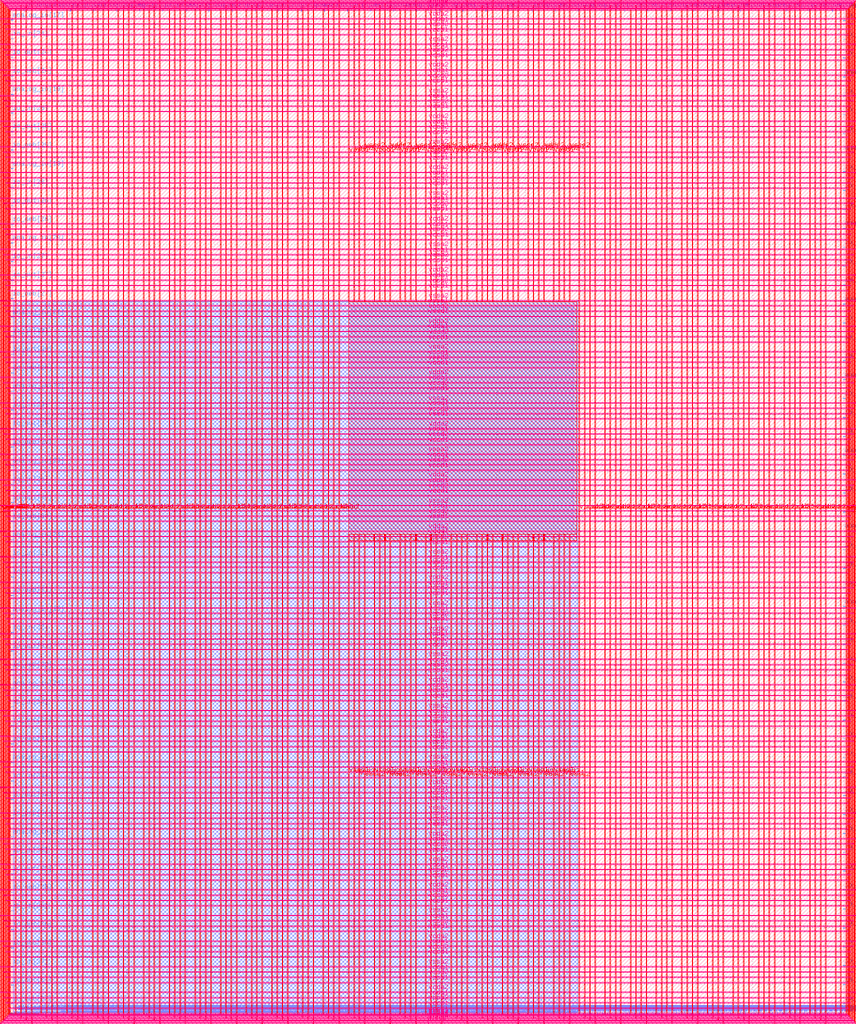
<source format=lef>
VERSION 5.7 ;
  NOWIREEXTENSIONATPIN ON ;
  DIVIDERCHAR "/" ;
  BUSBITCHARS "[]" ;
MACRO user_project_wrapper
  CLASS BLOCK ;
  FOREIGN user_project_wrapper ;
  ORIGIN 0.000 0.000 ;
  SIZE 2920.000 BY 3520.000 ;
  PIN analog_io[0]
    DIRECTION INOUT ;
    USE SIGNAL ;
    PORT
      LAYER met3 ;
        RECT 2917.600 1426.380 2924.800 1427.580 ;
    END
  END analog_io[0]
  PIN analog_io[10]
    DIRECTION INOUT ;
    USE SIGNAL ;
    PORT
      LAYER met2 ;
        RECT 2230.490 3517.600 2231.050 3524.800 ;
    END
  END analog_io[10]
  PIN analog_io[11]
    DIRECTION INOUT ;
    USE SIGNAL ;
    PORT
      LAYER met2 ;
        RECT 1905.730 3517.600 1906.290 3524.800 ;
    END
  END analog_io[11]
  PIN analog_io[12]
    DIRECTION INOUT ;
    USE SIGNAL ;
    PORT
      LAYER met2 ;
        RECT 1581.430 3517.600 1581.990 3524.800 ;
    END
  END analog_io[12]
  PIN analog_io[13]
    DIRECTION INOUT ;
    USE SIGNAL ;
    PORT
      LAYER met2 ;
        RECT 1257.130 3517.600 1257.690 3524.800 ;
    END
  END analog_io[13]
  PIN analog_io[14]
    DIRECTION INOUT ;
    USE SIGNAL ;
    PORT
      LAYER met2 ;
        RECT 932.370 3517.600 932.930 3524.800 ;
    END
  END analog_io[14]
  PIN analog_io[15]
    DIRECTION INOUT ;
    USE SIGNAL ;
    PORT
      LAYER met2 ;
        RECT 608.070 3517.600 608.630 3524.800 ;
    END
  END analog_io[15]
  PIN analog_io[16]
    DIRECTION INOUT ;
    USE SIGNAL ;
    PORT
      LAYER met2 ;
        RECT 283.770 3517.600 284.330 3524.800 ;
    END
  END analog_io[16]
  PIN analog_io[17]
    DIRECTION INOUT ;
    USE SIGNAL ;
    PORT
      LAYER met3 ;
        RECT -4.800 3486.100 2.400 3487.300 ;
    END
  END analog_io[17]
  PIN analog_io[18]
    DIRECTION INOUT ;
    USE SIGNAL ;
    PORT
      LAYER met3 ;
        RECT -4.800 3224.980 2.400 3226.180 ;
    END
  END analog_io[18]
  PIN analog_io[19]
    DIRECTION INOUT ;
    USE SIGNAL ;
    PORT
      LAYER met3 ;
        RECT -4.800 2964.540 2.400 2965.740 ;
    END
  END analog_io[19]
  PIN analog_io[1]
    DIRECTION INOUT ;
    USE SIGNAL ;
    PORT
      LAYER met3 ;
        RECT 2917.600 1692.260 2924.800 1693.460 ;
    END
  END analog_io[1]
  PIN analog_io[20]
    DIRECTION INOUT ;
    USE SIGNAL ;
    PORT
      LAYER met3 ;
        RECT -4.800 2703.420 2.400 2704.620 ;
    END
  END analog_io[20]
  PIN analog_io[21]
    DIRECTION INOUT ;
    USE SIGNAL ;
    PORT
      LAYER met3 ;
        RECT -4.800 2442.980 2.400 2444.180 ;
    END
  END analog_io[21]
  PIN analog_io[22]
    DIRECTION INOUT ;
    USE SIGNAL ;
    PORT
      LAYER met3 ;
        RECT -4.800 2182.540 2.400 2183.740 ;
    END
  END analog_io[22]
  PIN analog_io[23]
    DIRECTION INOUT ;
    USE SIGNAL ;
    PORT
      LAYER met3 ;
        RECT -4.800 1921.420 2.400 1922.620 ;
    END
  END analog_io[23]
  PIN analog_io[24]
    DIRECTION INOUT ;
    USE SIGNAL ;
    PORT
      LAYER met3 ;
        RECT -4.800 1660.980 2.400 1662.180 ;
    END
  END analog_io[24]
  PIN analog_io[25]
    DIRECTION INOUT ;
    USE SIGNAL ;
    PORT
      LAYER met3 ;
        RECT -4.800 1399.860 2.400 1401.060 ;
    END
  END analog_io[25]
  PIN analog_io[26]
    DIRECTION INOUT ;
    USE SIGNAL ;
    PORT
      LAYER met3 ;
        RECT -4.800 1139.420 2.400 1140.620 ;
    END
  END analog_io[26]
  PIN analog_io[27]
    DIRECTION INOUT ;
    USE SIGNAL ;
    PORT
      LAYER met3 ;
        RECT -4.800 878.980 2.400 880.180 ;
    END
  END analog_io[27]
  PIN analog_io[28]
    DIRECTION INOUT ;
    USE SIGNAL ;
    PORT
      LAYER met3 ;
        RECT -4.800 617.860 2.400 619.060 ;
    END
  END analog_io[28]
  PIN analog_io[2]
    DIRECTION INOUT ;
    USE SIGNAL ;
    PORT
      LAYER met3 ;
        RECT 2917.600 1958.140 2924.800 1959.340 ;
    END
  END analog_io[2]
  PIN analog_io[3]
    DIRECTION INOUT ;
    USE SIGNAL ;
    PORT
      LAYER met3 ;
        RECT 2917.600 2223.340 2924.800 2224.540 ;
    END
  END analog_io[3]
  PIN analog_io[4]
    DIRECTION INOUT ;
    USE SIGNAL ;
    PORT
      LAYER met3 ;
        RECT 2917.600 2489.220 2924.800 2490.420 ;
    END
  END analog_io[4]
  PIN analog_io[5]
    DIRECTION INOUT ;
    USE SIGNAL ;
    PORT
      LAYER met3 ;
        RECT 2917.600 2755.100 2924.800 2756.300 ;
    END
  END analog_io[5]
  PIN analog_io[6]
    DIRECTION INOUT ;
    USE SIGNAL ;
    PORT
      LAYER met3 ;
        RECT 2917.600 3020.300 2924.800 3021.500 ;
    END
  END analog_io[6]
  PIN analog_io[7]
    DIRECTION INOUT ;
    USE SIGNAL ;
    PORT
      LAYER met3 ;
        RECT 2917.600 3286.180 2924.800 3287.380 ;
    END
  END analog_io[7]
  PIN analog_io[8]
    DIRECTION INOUT ;
    USE SIGNAL ;
    PORT
      LAYER met2 ;
        RECT 2879.090 3517.600 2879.650 3524.800 ;
    END
  END analog_io[8]
  PIN analog_io[9]
    DIRECTION INOUT ;
    USE SIGNAL ;
    PORT
      LAYER met2 ;
        RECT 2554.790 3517.600 2555.350 3524.800 ;
    END
  END analog_io[9]
  PIN io_in[0]
    DIRECTION INPUT ;
    USE SIGNAL ;
    PORT
      LAYER met3 ;
        RECT 2917.600 32.380 2924.800 33.580 ;
    END
  END io_in[0]
  PIN io_in[10]
    DIRECTION INPUT ;
    USE SIGNAL ;
    PORT
      LAYER met3 ;
        RECT 2917.600 2289.980 2924.800 2291.180 ;
    END
  END io_in[10]
  PIN io_in[11]
    DIRECTION INPUT ;
    USE SIGNAL ;
    PORT
      LAYER met3 ;
        RECT 2917.600 2555.860 2924.800 2557.060 ;
    END
  END io_in[11]
  PIN io_in[12]
    DIRECTION INPUT ;
    USE SIGNAL ;
    PORT
      LAYER met3 ;
        RECT 2917.600 2821.060 2924.800 2822.260 ;
    END
  END io_in[12]
  PIN io_in[13]
    DIRECTION INPUT ;
    USE SIGNAL ;
    PORT
      LAYER met3 ;
        RECT 2917.600 3086.940 2924.800 3088.140 ;
    END
  END io_in[13]
  PIN io_in[14]
    DIRECTION INPUT ;
    USE SIGNAL ;
    PORT
      LAYER met3 ;
        RECT 2917.600 3352.820 2924.800 3354.020 ;
    END
  END io_in[14]
  PIN io_in[15]
    DIRECTION INPUT ;
    USE SIGNAL ;
    PORT
      LAYER met2 ;
        RECT 2798.130 3517.600 2798.690 3524.800 ;
    END
  END io_in[15]
  PIN io_in[16]
    DIRECTION INPUT ;
    USE SIGNAL ;
    PORT
      LAYER met2 ;
        RECT 2473.830 3517.600 2474.390 3524.800 ;
    END
  END io_in[16]
  PIN io_in[17]
    DIRECTION INPUT ;
    USE SIGNAL ;
    PORT
      LAYER met2 ;
        RECT 2149.070 3517.600 2149.630 3524.800 ;
    END
  END io_in[17]
  PIN io_in[18]
    DIRECTION INPUT ;
    USE SIGNAL ;
    PORT
      LAYER met2 ;
        RECT 1824.770 3517.600 1825.330 3524.800 ;
    END
  END io_in[18]
  PIN io_in[19]
    DIRECTION INPUT ;
    USE SIGNAL ;
    PORT
      LAYER met2 ;
        RECT 1500.470 3517.600 1501.030 3524.800 ;
    END
  END io_in[19]
  PIN io_in[1]
    DIRECTION INPUT ;
    USE SIGNAL ;
    PORT
      LAYER met3 ;
        RECT 2917.600 230.940 2924.800 232.140 ;
    END
  END io_in[1]
  PIN io_in[20]
    DIRECTION INPUT ;
    USE SIGNAL ;
    PORT
      LAYER met2 ;
        RECT 1175.710 3517.600 1176.270 3524.800 ;
    END
  END io_in[20]
  PIN io_in[21]
    DIRECTION INPUT ;
    USE SIGNAL ;
    PORT
      LAYER met2 ;
        RECT 851.410 3517.600 851.970 3524.800 ;
    END
  END io_in[21]
  PIN io_in[22]
    DIRECTION INPUT ;
    USE SIGNAL ;
    PORT
      LAYER met2 ;
        RECT 527.110 3517.600 527.670 3524.800 ;
    END
  END io_in[22]
  PIN io_in[23]
    DIRECTION INPUT ;
    USE SIGNAL ;
    PORT
      LAYER met2 ;
        RECT 202.350 3517.600 202.910 3524.800 ;
    END
  END io_in[23]
  PIN io_in[24]
    DIRECTION INPUT ;
    USE SIGNAL ;
    PORT
      LAYER met3 ;
        RECT -4.800 3420.820 2.400 3422.020 ;
    END
  END io_in[24]
  PIN io_in[25]
    DIRECTION INPUT ;
    USE SIGNAL ;
    PORT
      LAYER met3 ;
        RECT -4.800 3159.700 2.400 3160.900 ;
    END
  END io_in[25]
  PIN io_in[26]
    DIRECTION INPUT ;
    USE SIGNAL ;
    PORT
      LAYER met3 ;
        RECT -4.800 2899.260 2.400 2900.460 ;
    END
  END io_in[26]
  PIN io_in[27]
    DIRECTION INPUT ;
    USE SIGNAL ;
    PORT
      LAYER met3 ;
        RECT -4.800 2638.820 2.400 2640.020 ;
    END
  END io_in[27]
  PIN io_in[28]
    DIRECTION INPUT ;
    USE SIGNAL ;
    PORT
      LAYER met3 ;
        RECT -4.800 2377.700 2.400 2378.900 ;
    END
  END io_in[28]
  PIN io_in[29]
    DIRECTION INPUT ;
    USE SIGNAL ;
    PORT
      LAYER met3 ;
        RECT -4.800 2117.260 2.400 2118.460 ;
    END
  END io_in[29]
  PIN io_in[2]
    DIRECTION INPUT ;
    USE SIGNAL ;
    PORT
      LAYER met3 ;
        RECT 2917.600 430.180 2924.800 431.380 ;
    END
  END io_in[2]
  PIN io_in[30]
    DIRECTION INPUT ;
    USE SIGNAL ;
    PORT
      LAYER met3 ;
        RECT -4.800 1856.140 2.400 1857.340 ;
    END
  END io_in[30]
  PIN io_in[31]
    DIRECTION INPUT ;
    USE SIGNAL ;
    PORT
      LAYER met3 ;
        RECT -4.800 1595.700 2.400 1596.900 ;
    END
  END io_in[31]
  PIN io_in[32]
    DIRECTION INPUT ;
    USE SIGNAL ;
    PORT
      LAYER met3 ;
        RECT -4.800 1335.260 2.400 1336.460 ;
    END
  END io_in[32]
  PIN io_in[33]
    DIRECTION INPUT ;
    USE SIGNAL ;
    PORT
      LAYER met3 ;
        RECT -4.800 1074.140 2.400 1075.340 ;
    END
  END io_in[33]
  PIN io_in[34]
    DIRECTION INPUT ;
    USE SIGNAL ;
    PORT
      LAYER met3 ;
        RECT -4.800 813.700 2.400 814.900 ;
    END
  END io_in[34]
  PIN io_in[35]
    DIRECTION INPUT ;
    USE SIGNAL ;
    PORT
      LAYER met3 ;
        RECT -4.800 552.580 2.400 553.780 ;
    END
  END io_in[35]
  PIN io_in[36]
    DIRECTION INPUT ;
    USE SIGNAL ;
    PORT
      LAYER met3 ;
        RECT -4.800 357.420 2.400 358.620 ;
    END
  END io_in[36]
  PIN io_in[37]
    DIRECTION INPUT ;
    USE SIGNAL ;
    PORT
      LAYER met3 ;
        RECT -4.800 161.580 2.400 162.780 ;
    END
  END io_in[37]
  PIN io_in[3]
    DIRECTION INPUT ;
    USE SIGNAL ;
    PORT
      LAYER met3 ;
        RECT 2917.600 629.420 2924.800 630.620 ;
    END
  END io_in[3]
  PIN io_in[4]
    DIRECTION INPUT ;
    USE SIGNAL ;
    PORT
      LAYER met3 ;
        RECT 2917.600 828.660 2924.800 829.860 ;
    END
  END io_in[4]
  PIN io_in[5]
    DIRECTION INPUT ;
    USE SIGNAL ;
    PORT
      LAYER met3 ;
        RECT 2917.600 1027.900 2924.800 1029.100 ;
    END
  END io_in[5]
  PIN io_in[6]
    DIRECTION INPUT ;
    USE SIGNAL ;
    PORT
      LAYER met3 ;
        RECT 2917.600 1227.140 2924.800 1228.340 ;
    END
  END io_in[6]
  PIN io_in[7]
    DIRECTION INPUT ;
    USE SIGNAL ;
    PORT
      LAYER met3 ;
        RECT 2917.600 1493.020 2924.800 1494.220 ;
    END
  END io_in[7]
  PIN io_in[8]
    DIRECTION INPUT ;
    USE SIGNAL ;
    PORT
      LAYER met3 ;
        RECT 2917.600 1758.900 2924.800 1760.100 ;
    END
  END io_in[8]
  PIN io_in[9]
    DIRECTION INPUT ;
    USE SIGNAL ;
    PORT
      LAYER met3 ;
        RECT 2917.600 2024.100 2924.800 2025.300 ;
    END
  END io_in[9]
  PIN io_oeb[0]
    DIRECTION OUTPUT TRISTATE ;
    USE SIGNAL ;
    PORT
      LAYER met3 ;
        RECT 2917.600 164.980 2924.800 166.180 ;
    END
  END io_oeb[0]
  PIN io_oeb[10]
    DIRECTION OUTPUT TRISTATE ;
    USE SIGNAL ;
    PORT
      LAYER met3 ;
        RECT 2917.600 2422.580 2924.800 2423.780 ;
    END
  END io_oeb[10]
  PIN io_oeb[11]
    DIRECTION OUTPUT TRISTATE ;
    USE SIGNAL ;
    PORT
      LAYER met3 ;
        RECT 2917.600 2688.460 2924.800 2689.660 ;
    END
  END io_oeb[11]
  PIN io_oeb[12]
    DIRECTION OUTPUT TRISTATE ;
    USE SIGNAL ;
    PORT
      LAYER met3 ;
        RECT 2917.600 2954.340 2924.800 2955.540 ;
    END
  END io_oeb[12]
  PIN io_oeb[13]
    DIRECTION OUTPUT TRISTATE ;
    USE SIGNAL ;
    PORT
      LAYER met3 ;
        RECT 2917.600 3219.540 2924.800 3220.740 ;
    END
  END io_oeb[13]
  PIN io_oeb[14]
    DIRECTION OUTPUT TRISTATE ;
    USE SIGNAL ;
    PORT
      LAYER met3 ;
        RECT 2917.600 3485.420 2924.800 3486.620 ;
    END
  END io_oeb[14]
  PIN io_oeb[15]
    DIRECTION OUTPUT TRISTATE ;
    USE SIGNAL ;
    PORT
      LAYER met2 ;
        RECT 2635.750 3517.600 2636.310 3524.800 ;
    END
  END io_oeb[15]
  PIN io_oeb[16]
    DIRECTION OUTPUT TRISTATE ;
    USE SIGNAL ;
    PORT
      LAYER met2 ;
        RECT 2311.450 3517.600 2312.010 3524.800 ;
    END
  END io_oeb[16]
  PIN io_oeb[17]
    DIRECTION OUTPUT TRISTATE ;
    USE SIGNAL ;
    PORT
      LAYER met2 ;
        RECT 1987.150 3517.600 1987.710 3524.800 ;
    END
  END io_oeb[17]
  PIN io_oeb[18]
    DIRECTION OUTPUT TRISTATE ;
    USE SIGNAL ;
    PORT
      LAYER met2 ;
        RECT 1662.390 3517.600 1662.950 3524.800 ;
    END
  END io_oeb[18]
  PIN io_oeb[19]
    DIRECTION OUTPUT TRISTATE ;
    USE SIGNAL ;
    PORT
      LAYER met2 ;
        RECT 1338.090 3517.600 1338.650 3524.800 ;
    END
  END io_oeb[19]
  PIN io_oeb[1]
    DIRECTION OUTPUT TRISTATE ;
    USE SIGNAL ;
    PORT
      LAYER met3 ;
        RECT 2917.600 364.220 2924.800 365.420 ;
    END
  END io_oeb[1]
  PIN io_oeb[20]
    DIRECTION OUTPUT TRISTATE ;
    USE SIGNAL ;
    PORT
      LAYER met2 ;
        RECT 1013.790 3517.600 1014.350 3524.800 ;
    END
  END io_oeb[20]
  PIN io_oeb[21]
    DIRECTION OUTPUT TRISTATE ;
    USE SIGNAL ;
    PORT
      LAYER met2 ;
        RECT 689.030 3517.600 689.590 3524.800 ;
    END
  END io_oeb[21]
  PIN io_oeb[22]
    DIRECTION OUTPUT TRISTATE ;
    USE SIGNAL ;
    PORT
      LAYER met2 ;
        RECT 364.730 3517.600 365.290 3524.800 ;
    END
  END io_oeb[22]
  PIN io_oeb[23]
    DIRECTION OUTPUT TRISTATE ;
    USE SIGNAL ;
    PORT
      LAYER met2 ;
        RECT 40.430 3517.600 40.990 3524.800 ;
    END
  END io_oeb[23]
  PIN io_oeb[24]
    DIRECTION OUTPUT TRISTATE ;
    USE SIGNAL ;
    PORT
      LAYER met3 ;
        RECT -4.800 3290.260 2.400 3291.460 ;
    END
  END io_oeb[24]
  PIN io_oeb[25]
    DIRECTION OUTPUT TRISTATE ;
    USE SIGNAL ;
    PORT
      LAYER met3 ;
        RECT -4.800 3029.820 2.400 3031.020 ;
    END
  END io_oeb[25]
  PIN io_oeb[26]
    DIRECTION OUTPUT TRISTATE ;
    USE SIGNAL ;
    PORT
      LAYER met3 ;
        RECT -4.800 2768.700 2.400 2769.900 ;
    END
  END io_oeb[26]
  PIN io_oeb[27]
    DIRECTION OUTPUT TRISTATE ;
    USE SIGNAL ;
    PORT
      LAYER met3 ;
        RECT -4.800 2508.260 2.400 2509.460 ;
    END
  END io_oeb[27]
  PIN io_oeb[28]
    DIRECTION OUTPUT TRISTATE ;
    USE SIGNAL ;
    PORT
      LAYER met3 ;
        RECT -4.800 2247.140 2.400 2248.340 ;
    END
  END io_oeb[28]
  PIN io_oeb[29]
    DIRECTION OUTPUT TRISTATE ;
    USE SIGNAL ;
    PORT
      LAYER met3 ;
        RECT -4.800 1986.700 2.400 1987.900 ;
    END
  END io_oeb[29]
  PIN io_oeb[2]
    DIRECTION OUTPUT TRISTATE ;
    USE SIGNAL ;
    PORT
      LAYER met3 ;
        RECT 2917.600 563.460 2924.800 564.660 ;
    END
  END io_oeb[2]
  PIN io_oeb[30]
    DIRECTION OUTPUT TRISTATE ;
    USE SIGNAL ;
    PORT
      LAYER met3 ;
        RECT -4.800 1726.260 2.400 1727.460 ;
    END
  END io_oeb[30]
  PIN io_oeb[31]
    DIRECTION OUTPUT TRISTATE ;
    USE SIGNAL ;
    PORT
      LAYER met3 ;
        RECT -4.800 1465.140 2.400 1466.340 ;
    END
  END io_oeb[31]
  PIN io_oeb[32]
    DIRECTION OUTPUT TRISTATE ;
    USE SIGNAL ;
    PORT
      LAYER met3 ;
        RECT -4.800 1204.700 2.400 1205.900 ;
    END
  END io_oeb[32]
  PIN io_oeb[33]
    DIRECTION OUTPUT TRISTATE ;
    USE SIGNAL ;
    PORT
      LAYER met3 ;
        RECT -4.800 943.580 2.400 944.780 ;
    END
  END io_oeb[33]
  PIN io_oeb[34]
    DIRECTION OUTPUT TRISTATE ;
    USE SIGNAL ;
    PORT
      LAYER met3 ;
        RECT -4.800 683.140 2.400 684.340 ;
    END
  END io_oeb[34]
  PIN io_oeb[35]
    DIRECTION OUTPUT TRISTATE ;
    USE SIGNAL ;
    PORT
      LAYER met3 ;
        RECT -4.800 422.700 2.400 423.900 ;
    END
  END io_oeb[35]
  PIN io_oeb[36]
    DIRECTION OUTPUT TRISTATE ;
    USE SIGNAL ;
    PORT
      LAYER met3 ;
        RECT -4.800 226.860 2.400 228.060 ;
    END
  END io_oeb[36]
  PIN io_oeb[37]
    DIRECTION OUTPUT TRISTATE ;
    USE SIGNAL ;
    PORT
      LAYER met3 ;
        RECT -4.800 31.700 2.400 32.900 ;
    END
  END io_oeb[37]
  PIN io_oeb[3]
    DIRECTION OUTPUT TRISTATE ;
    USE SIGNAL ;
    PORT
      LAYER met3 ;
        RECT 2917.600 762.700 2924.800 763.900 ;
    END
  END io_oeb[3]
  PIN io_oeb[4]
    DIRECTION OUTPUT TRISTATE ;
    USE SIGNAL ;
    PORT
      LAYER met3 ;
        RECT 2917.600 961.940 2924.800 963.140 ;
    END
  END io_oeb[4]
  PIN io_oeb[5]
    DIRECTION OUTPUT TRISTATE ;
    USE SIGNAL ;
    PORT
      LAYER met3 ;
        RECT 2917.600 1161.180 2924.800 1162.380 ;
    END
  END io_oeb[5]
  PIN io_oeb[6]
    DIRECTION OUTPUT TRISTATE ;
    USE SIGNAL ;
    PORT
      LAYER met3 ;
        RECT 2917.600 1360.420 2924.800 1361.620 ;
    END
  END io_oeb[6]
  PIN io_oeb[7]
    DIRECTION OUTPUT TRISTATE ;
    USE SIGNAL ;
    PORT
      LAYER met3 ;
        RECT 2917.600 1625.620 2924.800 1626.820 ;
    END
  END io_oeb[7]
  PIN io_oeb[8]
    DIRECTION OUTPUT TRISTATE ;
    USE SIGNAL ;
    PORT
      LAYER met3 ;
        RECT 2917.600 1891.500 2924.800 1892.700 ;
    END
  END io_oeb[8]
  PIN io_oeb[9]
    DIRECTION OUTPUT TRISTATE ;
    USE SIGNAL ;
    PORT
      LAYER met3 ;
        RECT 2917.600 2157.380 2924.800 2158.580 ;
    END
  END io_oeb[9]
  PIN io_out[0]
    DIRECTION OUTPUT TRISTATE ;
    USE SIGNAL ;
    PORT
      LAYER met3 ;
        RECT 2917.600 98.340 2924.800 99.540 ;
    END
  END io_out[0]
  PIN io_out[10]
    DIRECTION OUTPUT TRISTATE ;
    USE SIGNAL ;
    PORT
      LAYER met3 ;
        RECT 2917.600 2356.620 2924.800 2357.820 ;
    END
  END io_out[10]
  PIN io_out[11]
    DIRECTION OUTPUT TRISTATE ;
    USE SIGNAL ;
    PORT
      LAYER met3 ;
        RECT 2917.600 2621.820 2924.800 2623.020 ;
    END
  END io_out[11]
  PIN io_out[12]
    DIRECTION OUTPUT TRISTATE ;
    USE SIGNAL ;
    PORT
      LAYER met3 ;
        RECT 2917.600 2887.700 2924.800 2888.900 ;
    END
  END io_out[12]
  PIN io_out[13]
    DIRECTION OUTPUT TRISTATE ;
    USE SIGNAL ;
    PORT
      LAYER met3 ;
        RECT 2917.600 3153.580 2924.800 3154.780 ;
    END
  END io_out[13]
  PIN io_out[14]
    DIRECTION OUTPUT TRISTATE ;
    USE SIGNAL ;
    PORT
      LAYER met3 ;
        RECT 2917.600 3418.780 2924.800 3419.980 ;
    END
  END io_out[14]
  PIN io_out[15]
    DIRECTION OUTPUT TRISTATE ;
    USE SIGNAL ;
    PORT
      LAYER met2 ;
        RECT 2717.170 3517.600 2717.730 3524.800 ;
    END
  END io_out[15]
  PIN io_out[16]
    DIRECTION OUTPUT TRISTATE ;
    USE SIGNAL ;
    PORT
      LAYER met2 ;
        RECT 2392.410 3517.600 2392.970 3524.800 ;
    END
  END io_out[16]
  PIN io_out[17]
    DIRECTION OUTPUT TRISTATE ;
    USE SIGNAL ;
    PORT
      LAYER met2 ;
        RECT 2068.110 3517.600 2068.670 3524.800 ;
    END
  END io_out[17]
  PIN io_out[18]
    DIRECTION OUTPUT TRISTATE ;
    USE SIGNAL ;
    PORT
      LAYER met2 ;
        RECT 1743.810 3517.600 1744.370 3524.800 ;
    END
  END io_out[18]
  PIN io_out[19]
    DIRECTION OUTPUT TRISTATE ;
    USE SIGNAL ;
    PORT
      LAYER met2 ;
        RECT 1419.050 3517.600 1419.610 3524.800 ;
    END
  END io_out[19]
  PIN io_out[1]
    DIRECTION OUTPUT TRISTATE ;
    USE SIGNAL ;
    PORT
      LAYER met3 ;
        RECT 2917.600 297.580 2924.800 298.780 ;
    END
  END io_out[1]
  PIN io_out[20]
    DIRECTION OUTPUT TRISTATE ;
    USE SIGNAL ;
    PORT
      LAYER met2 ;
        RECT 1094.750 3517.600 1095.310 3524.800 ;
    END
  END io_out[20]
  PIN io_out[21]
    DIRECTION OUTPUT TRISTATE ;
    USE SIGNAL ;
    PORT
      LAYER met2 ;
        RECT 770.450 3517.600 771.010 3524.800 ;
    END
  END io_out[21]
  PIN io_out[22]
    DIRECTION OUTPUT TRISTATE ;
    USE SIGNAL ;
    PORT
      LAYER met2 ;
        RECT 445.690 3517.600 446.250 3524.800 ;
    END
  END io_out[22]
  PIN io_out[23]
    DIRECTION OUTPUT TRISTATE ;
    USE SIGNAL ;
    PORT
      LAYER met2 ;
        RECT 121.390 3517.600 121.950 3524.800 ;
    END
  END io_out[23]
  PIN io_out[24]
    DIRECTION OUTPUT TRISTATE ;
    USE SIGNAL ;
    PORT
      LAYER met3 ;
        RECT -4.800 3355.540 2.400 3356.740 ;
    END
  END io_out[24]
  PIN io_out[25]
    DIRECTION OUTPUT TRISTATE ;
    USE SIGNAL ;
    PORT
      LAYER met3 ;
        RECT -4.800 3095.100 2.400 3096.300 ;
    END
  END io_out[25]
  PIN io_out[26]
    DIRECTION OUTPUT TRISTATE ;
    USE SIGNAL ;
    PORT
      LAYER met3 ;
        RECT -4.800 2833.980 2.400 2835.180 ;
    END
  END io_out[26]
  PIN io_out[27]
    DIRECTION OUTPUT TRISTATE ;
    USE SIGNAL ;
    PORT
      LAYER met3 ;
        RECT -4.800 2573.540 2.400 2574.740 ;
    END
  END io_out[27]
  PIN io_out[28]
    DIRECTION OUTPUT TRISTATE ;
    USE SIGNAL ;
    PORT
      LAYER met3 ;
        RECT -4.800 2312.420 2.400 2313.620 ;
    END
  END io_out[28]
  PIN io_out[29]
    DIRECTION OUTPUT TRISTATE ;
    USE SIGNAL ;
    PORT
      LAYER met3 ;
        RECT -4.800 2051.980 2.400 2053.180 ;
    END
  END io_out[29]
  PIN io_out[2]
    DIRECTION OUTPUT TRISTATE ;
    USE SIGNAL ;
    PORT
      LAYER met3 ;
        RECT 2917.600 496.820 2924.800 498.020 ;
    END
  END io_out[2]
  PIN io_out[30]
    DIRECTION OUTPUT TRISTATE ;
    USE SIGNAL ;
    PORT
      LAYER met3 ;
        RECT -4.800 1791.540 2.400 1792.740 ;
    END
  END io_out[30]
  PIN io_out[31]
    DIRECTION OUTPUT TRISTATE ;
    USE SIGNAL ;
    PORT
      LAYER met3 ;
        RECT -4.800 1530.420 2.400 1531.620 ;
    END
  END io_out[31]
  PIN io_out[32]
    DIRECTION OUTPUT TRISTATE ;
    USE SIGNAL ;
    PORT
      LAYER met3 ;
        RECT -4.800 1269.980 2.400 1271.180 ;
    END
  END io_out[32]
  PIN io_out[33]
    DIRECTION OUTPUT TRISTATE ;
    USE SIGNAL ;
    PORT
      LAYER met3 ;
        RECT -4.800 1008.860 2.400 1010.060 ;
    END
  END io_out[33]
  PIN io_out[34]
    DIRECTION OUTPUT TRISTATE ;
    USE SIGNAL ;
    PORT
      LAYER met3 ;
        RECT -4.800 748.420 2.400 749.620 ;
    END
  END io_out[34]
  PIN io_out[35]
    DIRECTION OUTPUT TRISTATE ;
    USE SIGNAL ;
    PORT
      LAYER met3 ;
        RECT -4.800 487.300 2.400 488.500 ;
    END
  END io_out[35]
  PIN io_out[36]
    DIRECTION OUTPUT TRISTATE ;
    USE SIGNAL ;
    PORT
      LAYER met3 ;
        RECT -4.800 292.140 2.400 293.340 ;
    END
  END io_out[36]
  PIN io_out[37]
    DIRECTION OUTPUT TRISTATE ;
    USE SIGNAL ;
    PORT
      LAYER met3 ;
        RECT -4.800 96.300 2.400 97.500 ;
    END
  END io_out[37]
  PIN io_out[3]
    DIRECTION OUTPUT TRISTATE ;
    USE SIGNAL ;
    PORT
      LAYER met3 ;
        RECT 2917.600 696.060 2924.800 697.260 ;
    END
  END io_out[3]
  PIN io_out[4]
    DIRECTION OUTPUT TRISTATE ;
    USE SIGNAL ;
    PORT
      LAYER met3 ;
        RECT 2917.600 895.300 2924.800 896.500 ;
    END
  END io_out[4]
  PIN io_out[5]
    DIRECTION OUTPUT TRISTATE ;
    USE SIGNAL ;
    PORT
      LAYER met3 ;
        RECT 2917.600 1094.540 2924.800 1095.740 ;
    END
  END io_out[5]
  PIN io_out[6]
    DIRECTION OUTPUT TRISTATE ;
    USE SIGNAL ;
    PORT
      LAYER met3 ;
        RECT 2917.600 1293.780 2924.800 1294.980 ;
    END
  END io_out[6]
  PIN io_out[7]
    DIRECTION OUTPUT TRISTATE ;
    USE SIGNAL ;
    PORT
      LAYER met3 ;
        RECT 2917.600 1559.660 2924.800 1560.860 ;
    END
  END io_out[7]
  PIN io_out[8]
    DIRECTION OUTPUT TRISTATE ;
    USE SIGNAL ;
    PORT
      LAYER met3 ;
        RECT 2917.600 1824.860 2924.800 1826.060 ;
    END
  END io_out[8]
  PIN io_out[9]
    DIRECTION OUTPUT TRISTATE ;
    USE SIGNAL ;
    PORT
      LAYER met3 ;
        RECT 2917.600 2090.740 2924.800 2091.940 ;
    END
  END io_out[9]
  PIN la_data_in[0]
    DIRECTION INPUT ;
    USE SIGNAL ;
    PORT
      LAYER met2 ;
        RECT 629.230 -4.800 629.790 2.400 ;
    END
  END la_data_in[0]
  PIN la_data_in[100]
    DIRECTION INPUT ;
    USE SIGNAL ;
    PORT
      LAYER met2 ;
        RECT 2402.530 -4.800 2403.090 2.400 ;
    END
  END la_data_in[100]
  PIN la_data_in[101]
    DIRECTION INPUT ;
    USE SIGNAL ;
    PORT
      LAYER met2 ;
        RECT 2420.010 -4.800 2420.570 2.400 ;
    END
  END la_data_in[101]
  PIN la_data_in[102]
    DIRECTION INPUT ;
    USE SIGNAL ;
    PORT
      LAYER met2 ;
        RECT 2437.950 -4.800 2438.510 2.400 ;
    END
  END la_data_in[102]
  PIN la_data_in[103]
    DIRECTION INPUT ;
    USE SIGNAL ;
    PORT
      LAYER met2 ;
        RECT 2455.430 -4.800 2455.990 2.400 ;
    END
  END la_data_in[103]
  PIN la_data_in[104]
    DIRECTION INPUT ;
    USE SIGNAL ;
    PORT
      LAYER met2 ;
        RECT 2473.370 -4.800 2473.930 2.400 ;
    END
  END la_data_in[104]
  PIN la_data_in[105]
    DIRECTION INPUT ;
    USE SIGNAL ;
    PORT
      LAYER met2 ;
        RECT 2490.850 -4.800 2491.410 2.400 ;
    END
  END la_data_in[105]
  PIN la_data_in[106]
    DIRECTION INPUT ;
    USE SIGNAL ;
    PORT
      LAYER met2 ;
        RECT 2508.790 -4.800 2509.350 2.400 ;
    END
  END la_data_in[106]
  PIN la_data_in[107]
    DIRECTION INPUT ;
    USE SIGNAL ;
    PORT
      LAYER met2 ;
        RECT 2526.730 -4.800 2527.290 2.400 ;
    END
  END la_data_in[107]
  PIN la_data_in[108]
    DIRECTION INPUT ;
    USE SIGNAL ;
    PORT
      LAYER met2 ;
        RECT 2544.210 -4.800 2544.770 2.400 ;
    END
  END la_data_in[108]
  PIN la_data_in[109]
    DIRECTION INPUT ;
    USE SIGNAL ;
    PORT
      LAYER met2 ;
        RECT 2562.150 -4.800 2562.710 2.400 ;
    END
  END la_data_in[109]
  PIN la_data_in[10]
    DIRECTION INPUT ;
    USE SIGNAL ;
    PORT
      LAYER met2 ;
        RECT 806.330 -4.800 806.890 2.400 ;
    END
  END la_data_in[10]
  PIN la_data_in[110]
    DIRECTION INPUT ;
    USE SIGNAL ;
    PORT
      LAYER met2 ;
        RECT 2579.630 -4.800 2580.190 2.400 ;
    END
  END la_data_in[110]
  PIN la_data_in[111]
    DIRECTION INPUT ;
    USE SIGNAL ;
    PORT
      LAYER met2 ;
        RECT 2597.570 -4.800 2598.130 2.400 ;
    END
  END la_data_in[111]
  PIN la_data_in[112]
    DIRECTION INPUT ;
    USE SIGNAL ;
    PORT
      LAYER met2 ;
        RECT 2615.050 -4.800 2615.610 2.400 ;
    END
  END la_data_in[112]
  PIN la_data_in[113]
    DIRECTION INPUT ;
    USE SIGNAL ;
    PORT
      LAYER met2 ;
        RECT 2632.990 -4.800 2633.550 2.400 ;
    END
  END la_data_in[113]
  PIN la_data_in[114]
    DIRECTION INPUT ;
    USE SIGNAL ;
    PORT
      LAYER met2 ;
        RECT 2650.470 -4.800 2651.030 2.400 ;
    END
  END la_data_in[114]
  PIN la_data_in[115]
    DIRECTION INPUT ;
    USE SIGNAL ;
    PORT
      LAYER met2 ;
        RECT 2668.410 -4.800 2668.970 2.400 ;
    END
  END la_data_in[115]
  PIN la_data_in[116]
    DIRECTION INPUT ;
    USE SIGNAL ;
    PORT
      LAYER met2 ;
        RECT 2685.890 -4.800 2686.450 2.400 ;
    END
  END la_data_in[116]
  PIN la_data_in[117]
    DIRECTION INPUT ;
    USE SIGNAL ;
    PORT
      LAYER met2 ;
        RECT 2703.830 -4.800 2704.390 2.400 ;
    END
  END la_data_in[117]
  PIN la_data_in[118]
    DIRECTION INPUT ;
    USE SIGNAL ;
    PORT
      LAYER met2 ;
        RECT 2721.770 -4.800 2722.330 2.400 ;
    END
  END la_data_in[118]
  PIN la_data_in[119]
    DIRECTION INPUT ;
    USE SIGNAL ;
    PORT
      LAYER met2 ;
        RECT 2739.250 -4.800 2739.810 2.400 ;
    END
  END la_data_in[119]
  PIN la_data_in[11]
    DIRECTION INPUT ;
    USE SIGNAL ;
    PORT
      LAYER met2 ;
        RECT 824.270 -4.800 824.830 2.400 ;
    END
  END la_data_in[11]
  PIN la_data_in[120]
    DIRECTION INPUT ;
    USE SIGNAL ;
    PORT
      LAYER met2 ;
        RECT 2757.190 -4.800 2757.750 2.400 ;
    END
  END la_data_in[120]
  PIN la_data_in[121]
    DIRECTION INPUT ;
    USE SIGNAL ;
    PORT
      LAYER met2 ;
        RECT 2774.670 -4.800 2775.230 2.400 ;
    END
  END la_data_in[121]
  PIN la_data_in[122]
    DIRECTION INPUT ;
    USE SIGNAL ;
    PORT
      LAYER met2 ;
        RECT 2792.610 -4.800 2793.170 2.400 ;
    END
  END la_data_in[122]
  PIN la_data_in[123]
    DIRECTION INPUT ;
    USE SIGNAL ;
    PORT
      LAYER met2 ;
        RECT 2810.090 -4.800 2810.650 2.400 ;
    END
  END la_data_in[123]
  PIN la_data_in[124]
    DIRECTION INPUT ;
    USE SIGNAL ;
    PORT
      LAYER met2 ;
        RECT 2828.030 -4.800 2828.590 2.400 ;
    END
  END la_data_in[124]
  PIN la_data_in[125]
    DIRECTION INPUT ;
    USE SIGNAL ;
    PORT
      LAYER met2 ;
        RECT 2845.510 -4.800 2846.070 2.400 ;
    END
  END la_data_in[125]
  PIN la_data_in[126]
    DIRECTION INPUT ;
    USE SIGNAL ;
    PORT
      LAYER met2 ;
        RECT 2863.450 -4.800 2864.010 2.400 ;
    END
  END la_data_in[126]
  PIN la_data_in[127]
    DIRECTION INPUT ;
    USE SIGNAL ;
    PORT
      LAYER met2 ;
        RECT 2881.390 -4.800 2881.950 2.400 ;
    END
  END la_data_in[127]
  PIN la_data_in[12]
    DIRECTION INPUT ;
    USE SIGNAL ;
    PORT
      LAYER met2 ;
        RECT 841.750 -4.800 842.310 2.400 ;
    END
  END la_data_in[12]
  PIN la_data_in[13]
    DIRECTION INPUT ;
    USE SIGNAL ;
    PORT
      LAYER met2 ;
        RECT 859.690 -4.800 860.250 2.400 ;
    END
  END la_data_in[13]
  PIN la_data_in[14]
    DIRECTION INPUT ;
    USE SIGNAL ;
    PORT
      LAYER met2 ;
        RECT 877.170 -4.800 877.730 2.400 ;
    END
  END la_data_in[14]
  PIN la_data_in[15]
    DIRECTION INPUT ;
    USE SIGNAL ;
    PORT
      LAYER met2 ;
        RECT 895.110 -4.800 895.670 2.400 ;
    END
  END la_data_in[15]
  PIN la_data_in[16]
    DIRECTION INPUT ;
    USE SIGNAL ;
    PORT
      LAYER met2 ;
        RECT 912.590 -4.800 913.150 2.400 ;
    END
  END la_data_in[16]
  PIN la_data_in[17]
    DIRECTION INPUT ;
    USE SIGNAL ;
    PORT
      LAYER met2 ;
        RECT 930.530 -4.800 931.090 2.400 ;
    END
  END la_data_in[17]
  PIN la_data_in[18]
    DIRECTION INPUT ;
    USE SIGNAL ;
    PORT
      LAYER met2 ;
        RECT 948.470 -4.800 949.030 2.400 ;
    END
  END la_data_in[18]
  PIN la_data_in[19]
    DIRECTION INPUT ;
    USE SIGNAL ;
    PORT
      LAYER met2 ;
        RECT 965.950 -4.800 966.510 2.400 ;
    END
  END la_data_in[19]
  PIN la_data_in[1]
    DIRECTION INPUT ;
    USE SIGNAL ;
    PORT
      LAYER met2 ;
        RECT 646.710 -4.800 647.270 2.400 ;
    END
  END la_data_in[1]
  PIN la_data_in[20]
    DIRECTION INPUT ;
    USE SIGNAL ;
    PORT
      LAYER met2 ;
        RECT 983.890 -4.800 984.450 2.400 ;
    END
  END la_data_in[20]
  PIN la_data_in[21]
    DIRECTION INPUT ;
    USE SIGNAL ;
    PORT
      LAYER met2 ;
        RECT 1001.370 -4.800 1001.930 2.400 ;
    END
  END la_data_in[21]
  PIN la_data_in[22]
    DIRECTION INPUT ;
    USE SIGNAL ;
    PORT
      LAYER met2 ;
        RECT 1019.310 -4.800 1019.870 2.400 ;
    END
  END la_data_in[22]
  PIN la_data_in[23]
    DIRECTION INPUT ;
    USE SIGNAL ;
    PORT
      LAYER met2 ;
        RECT 1036.790 -4.800 1037.350 2.400 ;
    END
  END la_data_in[23]
  PIN la_data_in[24]
    DIRECTION INPUT ;
    USE SIGNAL ;
    PORT
      LAYER met2 ;
        RECT 1054.730 -4.800 1055.290 2.400 ;
    END
  END la_data_in[24]
  PIN la_data_in[25]
    DIRECTION INPUT ;
    USE SIGNAL ;
    PORT
      LAYER met2 ;
        RECT 1072.210 -4.800 1072.770 2.400 ;
    END
  END la_data_in[25]
  PIN la_data_in[26]
    DIRECTION INPUT ;
    USE SIGNAL ;
    PORT
      LAYER met2 ;
        RECT 1090.150 -4.800 1090.710 2.400 ;
    END
  END la_data_in[26]
  PIN la_data_in[27]
    DIRECTION INPUT ;
    USE SIGNAL ;
    PORT
      LAYER met2 ;
        RECT 1107.630 -4.800 1108.190 2.400 ;
    END
  END la_data_in[27]
  PIN la_data_in[28]
    DIRECTION INPUT ;
    USE SIGNAL ;
    PORT
      LAYER met2 ;
        RECT 1125.570 -4.800 1126.130 2.400 ;
    END
  END la_data_in[28]
  PIN la_data_in[29]
    DIRECTION INPUT ;
    USE SIGNAL ;
    PORT
      LAYER met2 ;
        RECT 1143.510 -4.800 1144.070 2.400 ;
    END
  END la_data_in[29]
  PIN la_data_in[2]
    DIRECTION INPUT ;
    USE SIGNAL ;
    PORT
      LAYER met2 ;
        RECT 664.650 -4.800 665.210 2.400 ;
    END
  END la_data_in[2]
  PIN la_data_in[30]
    DIRECTION INPUT ;
    USE SIGNAL ;
    PORT
      LAYER met2 ;
        RECT 1160.990 -4.800 1161.550 2.400 ;
    END
  END la_data_in[30]
  PIN la_data_in[31]
    DIRECTION INPUT ;
    USE SIGNAL ;
    PORT
      LAYER met2 ;
        RECT 1178.930 -4.800 1179.490 2.400 ;
    END
  END la_data_in[31]
  PIN la_data_in[32]
    DIRECTION INPUT ;
    USE SIGNAL ;
    PORT
      LAYER met2 ;
        RECT 1196.410 -4.800 1196.970 2.400 ;
    END
  END la_data_in[32]
  PIN la_data_in[33]
    DIRECTION INPUT ;
    USE SIGNAL ;
    PORT
      LAYER met2 ;
        RECT 1214.350 -4.800 1214.910 2.400 ;
    END
  END la_data_in[33]
  PIN la_data_in[34]
    DIRECTION INPUT ;
    USE SIGNAL ;
    PORT
      LAYER met2 ;
        RECT 1231.830 -4.800 1232.390 2.400 ;
    END
  END la_data_in[34]
  PIN la_data_in[35]
    DIRECTION INPUT ;
    USE SIGNAL ;
    PORT
      LAYER met2 ;
        RECT 1249.770 -4.800 1250.330 2.400 ;
    END
  END la_data_in[35]
  PIN la_data_in[36]
    DIRECTION INPUT ;
    USE SIGNAL ;
    PORT
      LAYER met2 ;
        RECT 1267.250 -4.800 1267.810 2.400 ;
    END
  END la_data_in[36]
  PIN la_data_in[37]
    DIRECTION INPUT ;
    USE SIGNAL ;
    PORT
      LAYER met2 ;
        RECT 1285.190 -4.800 1285.750 2.400 ;
    END
  END la_data_in[37]
  PIN la_data_in[38]
    DIRECTION INPUT ;
    USE SIGNAL ;
    PORT
      LAYER met2 ;
        RECT 1303.130 -4.800 1303.690 2.400 ;
    END
  END la_data_in[38]
  PIN la_data_in[39]
    DIRECTION INPUT ;
    USE SIGNAL ;
    PORT
      LAYER met2 ;
        RECT 1320.610 -4.800 1321.170 2.400 ;
    END
  END la_data_in[39]
  PIN la_data_in[3]
    DIRECTION INPUT ;
    USE SIGNAL ;
    PORT
      LAYER met2 ;
        RECT 682.130 -4.800 682.690 2.400 ;
    END
  END la_data_in[3]
  PIN la_data_in[40]
    DIRECTION INPUT ;
    USE SIGNAL ;
    PORT
      LAYER met2 ;
        RECT 1338.550 -4.800 1339.110 2.400 ;
    END
  END la_data_in[40]
  PIN la_data_in[41]
    DIRECTION INPUT ;
    USE SIGNAL ;
    PORT
      LAYER met2 ;
        RECT 1356.030 -4.800 1356.590 2.400 ;
    END
  END la_data_in[41]
  PIN la_data_in[42]
    DIRECTION INPUT ;
    USE SIGNAL ;
    PORT
      LAYER met2 ;
        RECT 1373.970 -4.800 1374.530 2.400 ;
    END
  END la_data_in[42]
  PIN la_data_in[43]
    DIRECTION INPUT ;
    USE SIGNAL ;
    PORT
      LAYER met2 ;
        RECT 1391.450 -4.800 1392.010 2.400 ;
    END
  END la_data_in[43]
  PIN la_data_in[44]
    DIRECTION INPUT ;
    USE SIGNAL ;
    PORT
      LAYER met2 ;
        RECT 1409.390 -4.800 1409.950 2.400 ;
    END
  END la_data_in[44]
  PIN la_data_in[45]
    DIRECTION INPUT ;
    USE SIGNAL ;
    PORT
      LAYER met2 ;
        RECT 1426.870 -4.800 1427.430 2.400 ;
    END
  END la_data_in[45]
  PIN la_data_in[46]
    DIRECTION INPUT ;
    USE SIGNAL ;
    PORT
      LAYER met2 ;
        RECT 1444.810 -4.800 1445.370 2.400 ;
    END
  END la_data_in[46]
  PIN la_data_in[47]
    DIRECTION INPUT ;
    USE SIGNAL ;
    PORT
      LAYER met2 ;
        RECT 1462.750 -4.800 1463.310 2.400 ;
    END
  END la_data_in[47]
  PIN la_data_in[48]
    DIRECTION INPUT ;
    USE SIGNAL ;
    PORT
      LAYER met2 ;
        RECT 1480.230 -4.800 1480.790 2.400 ;
    END
  END la_data_in[48]
  PIN la_data_in[49]
    DIRECTION INPUT ;
    USE SIGNAL ;
    PORT
      LAYER met2 ;
        RECT 1498.170 -4.800 1498.730 2.400 ;
    END
  END la_data_in[49]
  PIN la_data_in[4]
    DIRECTION INPUT ;
    USE SIGNAL ;
    PORT
      LAYER met2 ;
        RECT 700.070 -4.800 700.630 2.400 ;
    END
  END la_data_in[4]
  PIN la_data_in[50]
    DIRECTION INPUT ;
    USE SIGNAL ;
    PORT
      LAYER met2 ;
        RECT 1515.650 -4.800 1516.210 2.400 ;
    END
  END la_data_in[50]
  PIN la_data_in[51]
    DIRECTION INPUT ;
    USE SIGNAL ;
    PORT
      LAYER met2 ;
        RECT 1533.590 -4.800 1534.150 2.400 ;
    END
  END la_data_in[51]
  PIN la_data_in[52]
    DIRECTION INPUT ;
    USE SIGNAL ;
    PORT
      LAYER met2 ;
        RECT 1551.070 -4.800 1551.630 2.400 ;
    END
  END la_data_in[52]
  PIN la_data_in[53]
    DIRECTION INPUT ;
    USE SIGNAL ;
    PORT
      LAYER met2 ;
        RECT 1569.010 -4.800 1569.570 2.400 ;
    END
  END la_data_in[53]
  PIN la_data_in[54]
    DIRECTION INPUT ;
    USE SIGNAL ;
    PORT
      LAYER met2 ;
        RECT 1586.490 -4.800 1587.050 2.400 ;
    END
  END la_data_in[54]
  PIN la_data_in[55]
    DIRECTION INPUT ;
    USE SIGNAL ;
    PORT
      LAYER met2 ;
        RECT 1604.430 -4.800 1604.990 2.400 ;
    END
  END la_data_in[55]
  PIN la_data_in[56]
    DIRECTION INPUT ;
    USE SIGNAL ;
    PORT
      LAYER met2 ;
        RECT 1621.910 -4.800 1622.470 2.400 ;
    END
  END la_data_in[56]
  PIN la_data_in[57]
    DIRECTION INPUT ;
    USE SIGNAL ;
    PORT
      LAYER met2 ;
        RECT 1639.850 -4.800 1640.410 2.400 ;
    END
  END la_data_in[57]
  PIN la_data_in[58]
    DIRECTION INPUT ;
    USE SIGNAL ;
    PORT
      LAYER met2 ;
        RECT 1657.790 -4.800 1658.350 2.400 ;
    END
  END la_data_in[58]
  PIN la_data_in[59]
    DIRECTION INPUT ;
    USE SIGNAL ;
    PORT
      LAYER met2 ;
        RECT 1675.270 -4.800 1675.830 2.400 ;
    END
  END la_data_in[59]
  PIN la_data_in[5]
    DIRECTION INPUT ;
    USE SIGNAL ;
    PORT
      LAYER met2 ;
        RECT 717.550 -4.800 718.110 2.400 ;
    END
  END la_data_in[5]
  PIN la_data_in[60]
    DIRECTION INPUT ;
    USE SIGNAL ;
    PORT
      LAYER met2 ;
        RECT 1693.210 -4.800 1693.770 2.400 ;
    END
  END la_data_in[60]
  PIN la_data_in[61]
    DIRECTION INPUT ;
    USE SIGNAL ;
    PORT
      LAYER met2 ;
        RECT 1710.690 -4.800 1711.250 2.400 ;
    END
  END la_data_in[61]
  PIN la_data_in[62]
    DIRECTION INPUT ;
    USE SIGNAL ;
    PORT
      LAYER met2 ;
        RECT 1728.630 -4.800 1729.190 2.400 ;
    END
  END la_data_in[62]
  PIN la_data_in[63]
    DIRECTION INPUT ;
    USE SIGNAL ;
    PORT
      LAYER met2 ;
        RECT 1746.110 -4.800 1746.670 2.400 ;
    END
  END la_data_in[63]
  PIN la_data_in[64]
    DIRECTION INPUT ;
    USE SIGNAL ;
    PORT
      LAYER met2 ;
        RECT 1764.050 -4.800 1764.610 2.400 ;
    END
  END la_data_in[64]
  PIN la_data_in[65]
    DIRECTION INPUT ;
    USE SIGNAL ;
    PORT
      LAYER met2 ;
        RECT 1781.530 -4.800 1782.090 2.400 ;
    END
  END la_data_in[65]
  PIN la_data_in[66]
    DIRECTION INPUT ;
    USE SIGNAL ;
    PORT
      LAYER met2 ;
        RECT 1799.470 -4.800 1800.030 2.400 ;
    END
  END la_data_in[66]
  PIN la_data_in[67]
    DIRECTION INPUT ;
    USE SIGNAL ;
    PORT
      LAYER met2 ;
        RECT 1817.410 -4.800 1817.970 2.400 ;
    END
  END la_data_in[67]
  PIN la_data_in[68]
    DIRECTION INPUT ;
    USE SIGNAL ;
    PORT
      LAYER met2 ;
        RECT 1834.890 -4.800 1835.450 2.400 ;
    END
  END la_data_in[68]
  PIN la_data_in[69]
    DIRECTION INPUT ;
    USE SIGNAL ;
    PORT
      LAYER met2 ;
        RECT 1852.830 -4.800 1853.390 2.400 ;
    END
  END la_data_in[69]
  PIN la_data_in[6]
    DIRECTION INPUT ;
    USE SIGNAL ;
    PORT
      LAYER met2 ;
        RECT 735.490 -4.800 736.050 2.400 ;
    END
  END la_data_in[6]
  PIN la_data_in[70]
    DIRECTION INPUT ;
    USE SIGNAL ;
    PORT
      LAYER met2 ;
        RECT 1870.310 -4.800 1870.870 2.400 ;
    END
  END la_data_in[70]
  PIN la_data_in[71]
    DIRECTION INPUT ;
    USE SIGNAL ;
    PORT
      LAYER met2 ;
        RECT 1888.250 -4.800 1888.810 2.400 ;
    END
  END la_data_in[71]
  PIN la_data_in[72]
    DIRECTION INPUT ;
    USE SIGNAL ;
    PORT
      LAYER met2 ;
        RECT 1905.730 -4.800 1906.290 2.400 ;
    END
  END la_data_in[72]
  PIN la_data_in[73]
    DIRECTION INPUT ;
    USE SIGNAL ;
    PORT
      LAYER met2 ;
        RECT 1923.670 -4.800 1924.230 2.400 ;
    END
  END la_data_in[73]
  PIN la_data_in[74]
    DIRECTION INPUT ;
    USE SIGNAL ;
    PORT
      LAYER met2 ;
        RECT 1941.150 -4.800 1941.710 2.400 ;
    END
  END la_data_in[74]
  PIN la_data_in[75]
    DIRECTION INPUT ;
    USE SIGNAL ;
    PORT
      LAYER met2 ;
        RECT 1959.090 -4.800 1959.650 2.400 ;
    END
  END la_data_in[75]
  PIN la_data_in[76]
    DIRECTION INPUT ;
    USE SIGNAL ;
    PORT
      LAYER met2 ;
        RECT 1976.570 -4.800 1977.130 2.400 ;
    END
  END la_data_in[76]
  PIN la_data_in[77]
    DIRECTION INPUT ;
    USE SIGNAL ;
    PORT
      LAYER met2 ;
        RECT 1994.510 -4.800 1995.070 2.400 ;
    END
  END la_data_in[77]
  PIN la_data_in[78]
    DIRECTION INPUT ;
    USE SIGNAL ;
    PORT
      LAYER met2 ;
        RECT 2012.450 -4.800 2013.010 2.400 ;
    END
  END la_data_in[78]
  PIN la_data_in[79]
    DIRECTION INPUT ;
    USE SIGNAL ;
    PORT
      LAYER met2 ;
        RECT 2029.930 -4.800 2030.490 2.400 ;
    END
  END la_data_in[79]
  PIN la_data_in[7]
    DIRECTION INPUT ;
    USE SIGNAL ;
    PORT
      LAYER met2 ;
        RECT 752.970 -4.800 753.530 2.400 ;
    END
  END la_data_in[7]
  PIN la_data_in[80]
    DIRECTION INPUT ;
    USE SIGNAL ;
    PORT
      LAYER met2 ;
        RECT 2047.870 -4.800 2048.430 2.400 ;
    END
  END la_data_in[80]
  PIN la_data_in[81]
    DIRECTION INPUT ;
    USE SIGNAL ;
    PORT
      LAYER met2 ;
        RECT 2065.350 -4.800 2065.910 2.400 ;
    END
  END la_data_in[81]
  PIN la_data_in[82]
    DIRECTION INPUT ;
    USE SIGNAL ;
    PORT
      LAYER met2 ;
        RECT 2083.290 -4.800 2083.850 2.400 ;
    END
  END la_data_in[82]
  PIN la_data_in[83]
    DIRECTION INPUT ;
    USE SIGNAL ;
    PORT
      LAYER met2 ;
        RECT 2100.770 -4.800 2101.330 2.400 ;
    END
  END la_data_in[83]
  PIN la_data_in[84]
    DIRECTION INPUT ;
    USE SIGNAL ;
    PORT
      LAYER met2 ;
        RECT 2118.710 -4.800 2119.270 2.400 ;
    END
  END la_data_in[84]
  PIN la_data_in[85]
    DIRECTION INPUT ;
    USE SIGNAL ;
    PORT
      LAYER met2 ;
        RECT 2136.190 -4.800 2136.750 2.400 ;
    END
  END la_data_in[85]
  PIN la_data_in[86]
    DIRECTION INPUT ;
    USE SIGNAL ;
    PORT
      LAYER met2 ;
        RECT 2154.130 -4.800 2154.690 2.400 ;
    END
  END la_data_in[86]
  PIN la_data_in[87]
    DIRECTION INPUT ;
    USE SIGNAL ;
    PORT
      LAYER met2 ;
        RECT 2172.070 -4.800 2172.630 2.400 ;
    END
  END la_data_in[87]
  PIN la_data_in[88]
    DIRECTION INPUT ;
    USE SIGNAL ;
    PORT
      LAYER met2 ;
        RECT 2189.550 -4.800 2190.110 2.400 ;
    END
  END la_data_in[88]
  PIN la_data_in[89]
    DIRECTION INPUT ;
    USE SIGNAL ;
    PORT
      LAYER met2 ;
        RECT 2207.490 -4.800 2208.050 2.400 ;
    END
  END la_data_in[89]
  PIN la_data_in[8]
    DIRECTION INPUT ;
    USE SIGNAL ;
    PORT
      LAYER met2 ;
        RECT 770.910 -4.800 771.470 2.400 ;
    END
  END la_data_in[8]
  PIN la_data_in[90]
    DIRECTION INPUT ;
    USE SIGNAL ;
    PORT
      LAYER met2 ;
        RECT 2224.970 -4.800 2225.530 2.400 ;
    END
  END la_data_in[90]
  PIN la_data_in[91]
    DIRECTION INPUT ;
    USE SIGNAL ;
    PORT
      LAYER met2 ;
        RECT 2242.910 -4.800 2243.470 2.400 ;
    END
  END la_data_in[91]
  PIN la_data_in[92]
    DIRECTION INPUT ;
    USE SIGNAL ;
    PORT
      LAYER met2 ;
        RECT 2260.390 -4.800 2260.950 2.400 ;
    END
  END la_data_in[92]
  PIN la_data_in[93]
    DIRECTION INPUT ;
    USE SIGNAL ;
    PORT
      LAYER met2 ;
        RECT 2278.330 -4.800 2278.890 2.400 ;
    END
  END la_data_in[93]
  PIN la_data_in[94]
    DIRECTION INPUT ;
    USE SIGNAL ;
    PORT
      LAYER met2 ;
        RECT 2295.810 -4.800 2296.370 2.400 ;
    END
  END la_data_in[94]
  PIN la_data_in[95]
    DIRECTION INPUT ;
    USE SIGNAL ;
    PORT
      LAYER met2 ;
        RECT 2313.750 -4.800 2314.310 2.400 ;
    END
  END la_data_in[95]
  PIN la_data_in[96]
    DIRECTION INPUT ;
    USE SIGNAL ;
    PORT
      LAYER met2 ;
        RECT 2331.230 -4.800 2331.790 2.400 ;
    END
  END la_data_in[96]
  PIN la_data_in[97]
    DIRECTION INPUT ;
    USE SIGNAL ;
    PORT
      LAYER met2 ;
        RECT 2349.170 -4.800 2349.730 2.400 ;
    END
  END la_data_in[97]
  PIN la_data_in[98]
    DIRECTION INPUT ;
    USE SIGNAL ;
    PORT
      LAYER met2 ;
        RECT 2367.110 -4.800 2367.670 2.400 ;
    END
  END la_data_in[98]
  PIN la_data_in[99]
    DIRECTION INPUT ;
    USE SIGNAL ;
    PORT
      LAYER met2 ;
        RECT 2384.590 -4.800 2385.150 2.400 ;
    END
  END la_data_in[99]
  PIN la_data_in[9]
    DIRECTION INPUT ;
    USE SIGNAL ;
    PORT
      LAYER met2 ;
        RECT 788.850 -4.800 789.410 2.400 ;
    END
  END la_data_in[9]
  PIN la_data_out[0]
    DIRECTION OUTPUT TRISTATE ;
    USE SIGNAL ;
    PORT
      LAYER met2 ;
        RECT 634.750 -4.800 635.310 2.400 ;
    END
  END la_data_out[0]
  PIN la_data_out[100]
    DIRECTION OUTPUT TRISTATE ;
    USE SIGNAL ;
    PORT
      LAYER met2 ;
        RECT 2408.510 -4.800 2409.070 2.400 ;
    END
  END la_data_out[100]
  PIN la_data_out[101]
    DIRECTION OUTPUT TRISTATE ;
    USE SIGNAL ;
    PORT
      LAYER met2 ;
        RECT 2425.990 -4.800 2426.550 2.400 ;
    END
  END la_data_out[101]
  PIN la_data_out[102]
    DIRECTION OUTPUT TRISTATE ;
    USE SIGNAL ;
    PORT
      LAYER met2 ;
        RECT 2443.930 -4.800 2444.490 2.400 ;
    END
  END la_data_out[102]
  PIN la_data_out[103]
    DIRECTION OUTPUT TRISTATE ;
    USE SIGNAL ;
    PORT
      LAYER met2 ;
        RECT 2461.410 -4.800 2461.970 2.400 ;
    END
  END la_data_out[103]
  PIN la_data_out[104]
    DIRECTION OUTPUT TRISTATE ;
    USE SIGNAL ;
    PORT
      LAYER met2 ;
        RECT 2479.350 -4.800 2479.910 2.400 ;
    END
  END la_data_out[104]
  PIN la_data_out[105]
    DIRECTION OUTPUT TRISTATE ;
    USE SIGNAL ;
    PORT
      LAYER met2 ;
        RECT 2496.830 -4.800 2497.390 2.400 ;
    END
  END la_data_out[105]
  PIN la_data_out[106]
    DIRECTION OUTPUT TRISTATE ;
    USE SIGNAL ;
    PORT
      LAYER met2 ;
        RECT 2514.770 -4.800 2515.330 2.400 ;
    END
  END la_data_out[106]
  PIN la_data_out[107]
    DIRECTION OUTPUT TRISTATE ;
    USE SIGNAL ;
    PORT
      LAYER met2 ;
        RECT 2532.250 -4.800 2532.810 2.400 ;
    END
  END la_data_out[107]
  PIN la_data_out[108]
    DIRECTION OUTPUT TRISTATE ;
    USE SIGNAL ;
    PORT
      LAYER met2 ;
        RECT 2550.190 -4.800 2550.750 2.400 ;
    END
  END la_data_out[108]
  PIN la_data_out[109]
    DIRECTION OUTPUT TRISTATE ;
    USE SIGNAL ;
    PORT
      LAYER met2 ;
        RECT 2567.670 -4.800 2568.230 2.400 ;
    END
  END la_data_out[109]
  PIN la_data_out[10]
    DIRECTION OUTPUT TRISTATE ;
    USE SIGNAL ;
    PORT
      LAYER met2 ;
        RECT 812.310 -4.800 812.870 2.400 ;
    END
  END la_data_out[10]
  PIN la_data_out[110]
    DIRECTION OUTPUT TRISTATE ;
    USE SIGNAL ;
    PORT
      LAYER met2 ;
        RECT 2585.610 -4.800 2586.170 2.400 ;
    END
  END la_data_out[110]
  PIN la_data_out[111]
    DIRECTION OUTPUT TRISTATE ;
    USE SIGNAL ;
    PORT
      LAYER met2 ;
        RECT 2603.550 -4.800 2604.110 2.400 ;
    END
  END la_data_out[111]
  PIN la_data_out[112]
    DIRECTION OUTPUT TRISTATE ;
    USE SIGNAL ;
    PORT
      LAYER met2 ;
        RECT 2621.030 -4.800 2621.590 2.400 ;
    END
  END la_data_out[112]
  PIN la_data_out[113]
    DIRECTION OUTPUT TRISTATE ;
    USE SIGNAL ;
    PORT
      LAYER met2 ;
        RECT 2638.970 -4.800 2639.530 2.400 ;
    END
  END la_data_out[113]
  PIN la_data_out[114]
    DIRECTION OUTPUT TRISTATE ;
    USE SIGNAL ;
    PORT
      LAYER met2 ;
        RECT 2656.450 -4.800 2657.010 2.400 ;
    END
  END la_data_out[114]
  PIN la_data_out[115]
    DIRECTION OUTPUT TRISTATE ;
    USE SIGNAL ;
    PORT
      LAYER met2 ;
        RECT 2674.390 -4.800 2674.950 2.400 ;
    END
  END la_data_out[115]
  PIN la_data_out[116]
    DIRECTION OUTPUT TRISTATE ;
    USE SIGNAL ;
    PORT
      LAYER met2 ;
        RECT 2691.870 -4.800 2692.430 2.400 ;
    END
  END la_data_out[116]
  PIN la_data_out[117]
    DIRECTION OUTPUT TRISTATE ;
    USE SIGNAL ;
    PORT
      LAYER met2 ;
        RECT 2709.810 -4.800 2710.370 2.400 ;
    END
  END la_data_out[117]
  PIN la_data_out[118]
    DIRECTION OUTPUT TRISTATE ;
    USE SIGNAL ;
    PORT
      LAYER met2 ;
        RECT 2727.290 -4.800 2727.850 2.400 ;
    END
  END la_data_out[118]
  PIN la_data_out[119]
    DIRECTION OUTPUT TRISTATE ;
    USE SIGNAL ;
    PORT
      LAYER met2 ;
        RECT 2745.230 -4.800 2745.790 2.400 ;
    END
  END la_data_out[119]
  PIN la_data_out[11]
    DIRECTION OUTPUT TRISTATE ;
    USE SIGNAL ;
    PORT
      LAYER met2 ;
        RECT 830.250 -4.800 830.810 2.400 ;
    END
  END la_data_out[11]
  PIN la_data_out[120]
    DIRECTION OUTPUT TRISTATE ;
    USE SIGNAL ;
    PORT
      LAYER met2 ;
        RECT 2763.170 -4.800 2763.730 2.400 ;
    END
  END la_data_out[120]
  PIN la_data_out[121]
    DIRECTION OUTPUT TRISTATE ;
    USE SIGNAL ;
    PORT
      LAYER met2 ;
        RECT 2780.650 -4.800 2781.210 2.400 ;
    END
  END la_data_out[121]
  PIN la_data_out[122]
    DIRECTION OUTPUT TRISTATE ;
    USE SIGNAL ;
    PORT
      LAYER met2 ;
        RECT 2798.590 -4.800 2799.150 2.400 ;
    END
  END la_data_out[122]
  PIN la_data_out[123]
    DIRECTION OUTPUT TRISTATE ;
    USE SIGNAL ;
    PORT
      LAYER met2 ;
        RECT 2816.070 -4.800 2816.630 2.400 ;
    END
  END la_data_out[123]
  PIN la_data_out[124]
    DIRECTION OUTPUT TRISTATE ;
    USE SIGNAL ;
    PORT
      LAYER met2 ;
        RECT 2834.010 -4.800 2834.570 2.400 ;
    END
  END la_data_out[124]
  PIN la_data_out[125]
    DIRECTION OUTPUT TRISTATE ;
    USE SIGNAL ;
    PORT
      LAYER met2 ;
        RECT 2851.490 -4.800 2852.050 2.400 ;
    END
  END la_data_out[125]
  PIN la_data_out[126]
    DIRECTION OUTPUT TRISTATE ;
    USE SIGNAL ;
    PORT
      LAYER met2 ;
        RECT 2869.430 -4.800 2869.990 2.400 ;
    END
  END la_data_out[126]
  PIN la_data_out[127]
    DIRECTION OUTPUT TRISTATE ;
    USE SIGNAL ;
    PORT
      LAYER met2 ;
        RECT 2886.910 -4.800 2887.470 2.400 ;
    END
  END la_data_out[127]
  PIN la_data_out[12]
    DIRECTION OUTPUT TRISTATE ;
    USE SIGNAL ;
    PORT
      LAYER met2 ;
        RECT 847.730 -4.800 848.290 2.400 ;
    END
  END la_data_out[12]
  PIN la_data_out[13]
    DIRECTION OUTPUT TRISTATE ;
    USE SIGNAL ;
    PORT
      LAYER met2 ;
        RECT 865.670 -4.800 866.230 2.400 ;
    END
  END la_data_out[13]
  PIN la_data_out[14]
    DIRECTION OUTPUT TRISTATE ;
    USE SIGNAL ;
    PORT
      LAYER met2 ;
        RECT 883.150 -4.800 883.710 2.400 ;
    END
  END la_data_out[14]
  PIN la_data_out[15]
    DIRECTION OUTPUT TRISTATE ;
    USE SIGNAL ;
    PORT
      LAYER met2 ;
        RECT 901.090 -4.800 901.650 2.400 ;
    END
  END la_data_out[15]
  PIN la_data_out[16]
    DIRECTION OUTPUT TRISTATE ;
    USE SIGNAL ;
    PORT
      LAYER met2 ;
        RECT 918.570 -4.800 919.130 2.400 ;
    END
  END la_data_out[16]
  PIN la_data_out[17]
    DIRECTION OUTPUT TRISTATE ;
    USE SIGNAL ;
    PORT
      LAYER met2 ;
        RECT 936.510 -4.800 937.070 2.400 ;
    END
  END la_data_out[17]
  PIN la_data_out[18]
    DIRECTION OUTPUT TRISTATE ;
    USE SIGNAL ;
    PORT
      LAYER met2 ;
        RECT 953.990 -4.800 954.550 2.400 ;
    END
  END la_data_out[18]
  PIN la_data_out[19]
    DIRECTION OUTPUT TRISTATE ;
    USE SIGNAL ;
    PORT
      LAYER met2 ;
        RECT 971.930 -4.800 972.490 2.400 ;
    END
  END la_data_out[19]
  PIN la_data_out[1]
    DIRECTION OUTPUT TRISTATE ;
    USE SIGNAL ;
    PORT
      LAYER met2 ;
        RECT 652.690 -4.800 653.250 2.400 ;
    END
  END la_data_out[1]
  PIN la_data_out[20]
    DIRECTION OUTPUT TRISTATE ;
    USE SIGNAL ;
    PORT
      LAYER met2 ;
        RECT 989.410 -4.800 989.970 2.400 ;
    END
  END la_data_out[20]
  PIN la_data_out[21]
    DIRECTION OUTPUT TRISTATE ;
    USE SIGNAL ;
    PORT
      LAYER met2 ;
        RECT 1007.350 -4.800 1007.910 2.400 ;
    END
  END la_data_out[21]
  PIN la_data_out[22]
    DIRECTION OUTPUT TRISTATE ;
    USE SIGNAL ;
    PORT
      LAYER met2 ;
        RECT 1025.290 -4.800 1025.850 2.400 ;
    END
  END la_data_out[22]
  PIN la_data_out[23]
    DIRECTION OUTPUT TRISTATE ;
    USE SIGNAL ;
    PORT
      LAYER met2 ;
        RECT 1042.770 -4.800 1043.330 2.400 ;
    END
  END la_data_out[23]
  PIN la_data_out[24]
    DIRECTION OUTPUT TRISTATE ;
    USE SIGNAL ;
    PORT
      LAYER met2 ;
        RECT 1060.710 -4.800 1061.270 2.400 ;
    END
  END la_data_out[24]
  PIN la_data_out[25]
    DIRECTION OUTPUT TRISTATE ;
    USE SIGNAL ;
    PORT
      LAYER met2 ;
        RECT 1078.190 -4.800 1078.750 2.400 ;
    END
  END la_data_out[25]
  PIN la_data_out[26]
    DIRECTION OUTPUT TRISTATE ;
    USE SIGNAL ;
    PORT
      LAYER met2 ;
        RECT 1096.130 -4.800 1096.690 2.400 ;
    END
  END la_data_out[26]
  PIN la_data_out[27]
    DIRECTION OUTPUT TRISTATE ;
    USE SIGNAL ;
    PORT
      LAYER met2 ;
        RECT 1113.610 -4.800 1114.170 2.400 ;
    END
  END la_data_out[27]
  PIN la_data_out[28]
    DIRECTION OUTPUT TRISTATE ;
    USE SIGNAL ;
    PORT
      LAYER met2 ;
        RECT 1131.550 -4.800 1132.110 2.400 ;
    END
  END la_data_out[28]
  PIN la_data_out[29]
    DIRECTION OUTPUT TRISTATE ;
    USE SIGNAL ;
    PORT
      LAYER met2 ;
        RECT 1149.030 -4.800 1149.590 2.400 ;
    END
  END la_data_out[29]
  PIN la_data_out[2]
    DIRECTION OUTPUT TRISTATE ;
    USE SIGNAL ;
    PORT
      LAYER met2 ;
        RECT 670.630 -4.800 671.190 2.400 ;
    END
  END la_data_out[2]
  PIN la_data_out[30]
    DIRECTION OUTPUT TRISTATE ;
    USE SIGNAL ;
    PORT
      LAYER met2 ;
        RECT 1166.970 -4.800 1167.530 2.400 ;
    END
  END la_data_out[30]
  PIN la_data_out[31]
    DIRECTION OUTPUT TRISTATE ;
    USE SIGNAL ;
    PORT
      LAYER met2 ;
        RECT 1184.910 -4.800 1185.470 2.400 ;
    END
  END la_data_out[31]
  PIN la_data_out[32]
    DIRECTION OUTPUT TRISTATE ;
    USE SIGNAL ;
    PORT
      LAYER met2 ;
        RECT 1202.390 -4.800 1202.950 2.400 ;
    END
  END la_data_out[32]
  PIN la_data_out[33]
    DIRECTION OUTPUT TRISTATE ;
    USE SIGNAL ;
    PORT
      LAYER met2 ;
        RECT 1220.330 -4.800 1220.890 2.400 ;
    END
  END la_data_out[33]
  PIN la_data_out[34]
    DIRECTION OUTPUT TRISTATE ;
    USE SIGNAL ;
    PORT
      LAYER met2 ;
        RECT 1237.810 -4.800 1238.370 2.400 ;
    END
  END la_data_out[34]
  PIN la_data_out[35]
    DIRECTION OUTPUT TRISTATE ;
    USE SIGNAL ;
    PORT
      LAYER met2 ;
        RECT 1255.750 -4.800 1256.310 2.400 ;
    END
  END la_data_out[35]
  PIN la_data_out[36]
    DIRECTION OUTPUT TRISTATE ;
    USE SIGNAL ;
    PORT
      LAYER met2 ;
        RECT 1273.230 -4.800 1273.790 2.400 ;
    END
  END la_data_out[36]
  PIN la_data_out[37]
    DIRECTION OUTPUT TRISTATE ;
    USE SIGNAL ;
    PORT
      LAYER met2 ;
        RECT 1291.170 -4.800 1291.730 2.400 ;
    END
  END la_data_out[37]
  PIN la_data_out[38]
    DIRECTION OUTPUT TRISTATE ;
    USE SIGNAL ;
    PORT
      LAYER met2 ;
        RECT 1308.650 -4.800 1309.210 2.400 ;
    END
  END la_data_out[38]
  PIN la_data_out[39]
    DIRECTION OUTPUT TRISTATE ;
    USE SIGNAL ;
    PORT
      LAYER met2 ;
        RECT 1326.590 -4.800 1327.150 2.400 ;
    END
  END la_data_out[39]
  PIN la_data_out[3]
    DIRECTION OUTPUT TRISTATE ;
    USE SIGNAL ;
    PORT
      LAYER met2 ;
        RECT 688.110 -4.800 688.670 2.400 ;
    END
  END la_data_out[3]
  PIN la_data_out[40]
    DIRECTION OUTPUT TRISTATE ;
    USE SIGNAL ;
    PORT
      LAYER met2 ;
        RECT 1344.070 -4.800 1344.630 2.400 ;
    END
  END la_data_out[40]
  PIN la_data_out[41]
    DIRECTION OUTPUT TRISTATE ;
    USE SIGNAL ;
    PORT
      LAYER met2 ;
        RECT 1362.010 -4.800 1362.570 2.400 ;
    END
  END la_data_out[41]
  PIN la_data_out[42]
    DIRECTION OUTPUT TRISTATE ;
    USE SIGNAL ;
    PORT
      LAYER met2 ;
        RECT 1379.950 -4.800 1380.510 2.400 ;
    END
  END la_data_out[42]
  PIN la_data_out[43]
    DIRECTION OUTPUT TRISTATE ;
    USE SIGNAL ;
    PORT
      LAYER met2 ;
        RECT 1397.430 -4.800 1397.990 2.400 ;
    END
  END la_data_out[43]
  PIN la_data_out[44]
    DIRECTION OUTPUT TRISTATE ;
    USE SIGNAL ;
    PORT
      LAYER met2 ;
        RECT 1415.370 -4.800 1415.930 2.400 ;
    END
  END la_data_out[44]
  PIN la_data_out[45]
    DIRECTION OUTPUT TRISTATE ;
    USE SIGNAL ;
    PORT
      LAYER met2 ;
        RECT 1432.850 -4.800 1433.410 2.400 ;
    END
  END la_data_out[45]
  PIN la_data_out[46]
    DIRECTION OUTPUT TRISTATE ;
    USE SIGNAL ;
    PORT
      LAYER met2 ;
        RECT 1450.790 -4.800 1451.350 2.400 ;
    END
  END la_data_out[46]
  PIN la_data_out[47]
    DIRECTION OUTPUT TRISTATE ;
    USE SIGNAL ;
    PORT
      LAYER met2 ;
        RECT 1468.270 -4.800 1468.830 2.400 ;
    END
  END la_data_out[47]
  PIN la_data_out[48]
    DIRECTION OUTPUT TRISTATE ;
    USE SIGNAL ;
    PORT
      LAYER met2 ;
        RECT 1486.210 -4.800 1486.770 2.400 ;
    END
  END la_data_out[48]
  PIN la_data_out[49]
    DIRECTION OUTPUT TRISTATE ;
    USE SIGNAL ;
    PORT
      LAYER met2 ;
        RECT 1503.690 -4.800 1504.250 2.400 ;
    END
  END la_data_out[49]
  PIN la_data_out[4]
    DIRECTION OUTPUT TRISTATE ;
    USE SIGNAL ;
    PORT
      LAYER met2 ;
        RECT 706.050 -4.800 706.610 2.400 ;
    END
  END la_data_out[4]
  PIN la_data_out[50]
    DIRECTION OUTPUT TRISTATE ;
    USE SIGNAL ;
    PORT
      LAYER met2 ;
        RECT 1521.630 -4.800 1522.190 2.400 ;
    END
  END la_data_out[50]
  PIN la_data_out[51]
    DIRECTION OUTPUT TRISTATE ;
    USE SIGNAL ;
    PORT
      LAYER met2 ;
        RECT 1539.570 -4.800 1540.130 2.400 ;
    END
  END la_data_out[51]
  PIN la_data_out[52]
    DIRECTION OUTPUT TRISTATE ;
    USE SIGNAL ;
    PORT
      LAYER met2 ;
        RECT 1557.050 -4.800 1557.610 2.400 ;
    END
  END la_data_out[52]
  PIN la_data_out[53]
    DIRECTION OUTPUT TRISTATE ;
    USE SIGNAL ;
    PORT
      LAYER met2 ;
        RECT 1574.990 -4.800 1575.550 2.400 ;
    END
  END la_data_out[53]
  PIN la_data_out[54]
    DIRECTION OUTPUT TRISTATE ;
    USE SIGNAL ;
    PORT
      LAYER met2 ;
        RECT 1592.470 -4.800 1593.030 2.400 ;
    END
  END la_data_out[54]
  PIN la_data_out[55]
    DIRECTION OUTPUT TRISTATE ;
    USE SIGNAL ;
    PORT
      LAYER met2 ;
        RECT 1610.410 -4.800 1610.970 2.400 ;
    END
  END la_data_out[55]
  PIN la_data_out[56]
    DIRECTION OUTPUT TRISTATE ;
    USE SIGNAL ;
    PORT
      LAYER met2 ;
        RECT 1627.890 -4.800 1628.450 2.400 ;
    END
  END la_data_out[56]
  PIN la_data_out[57]
    DIRECTION OUTPUT TRISTATE ;
    USE SIGNAL ;
    PORT
      LAYER met2 ;
        RECT 1645.830 -4.800 1646.390 2.400 ;
    END
  END la_data_out[57]
  PIN la_data_out[58]
    DIRECTION OUTPUT TRISTATE ;
    USE SIGNAL ;
    PORT
      LAYER met2 ;
        RECT 1663.310 -4.800 1663.870 2.400 ;
    END
  END la_data_out[58]
  PIN la_data_out[59]
    DIRECTION OUTPUT TRISTATE ;
    USE SIGNAL ;
    PORT
      LAYER met2 ;
        RECT 1681.250 -4.800 1681.810 2.400 ;
    END
  END la_data_out[59]
  PIN la_data_out[5]
    DIRECTION OUTPUT TRISTATE ;
    USE SIGNAL ;
    PORT
      LAYER met2 ;
        RECT 723.530 -4.800 724.090 2.400 ;
    END
  END la_data_out[5]
  PIN la_data_out[60]
    DIRECTION OUTPUT TRISTATE ;
    USE SIGNAL ;
    PORT
      LAYER met2 ;
        RECT 1699.190 -4.800 1699.750 2.400 ;
    END
  END la_data_out[60]
  PIN la_data_out[61]
    DIRECTION OUTPUT TRISTATE ;
    USE SIGNAL ;
    PORT
      LAYER met2 ;
        RECT 1716.670 -4.800 1717.230 2.400 ;
    END
  END la_data_out[61]
  PIN la_data_out[62]
    DIRECTION OUTPUT TRISTATE ;
    USE SIGNAL ;
    PORT
      LAYER met2 ;
        RECT 1734.610 -4.800 1735.170 2.400 ;
    END
  END la_data_out[62]
  PIN la_data_out[63]
    DIRECTION OUTPUT TRISTATE ;
    USE SIGNAL ;
    PORT
      LAYER met2 ;
        RECT 1752.090 -4.800 1752.650 2.400 ;
    END
  END la_data_out[63]
  PIN la_data_out[64]
    DIRECTION OUTPUT TRISTATE ;
    USE SIGNAL ;
    PORT
      LAYER met2 ;
        RECT 1770.030 -4.800 1770.590 2.400 ;
    END
  END la_data_out[64]
  PIN la_data_out[65]
    DIRECTION OUTPUT TRISTATE ;
    USE SIGNAL ;
    PORT
      LAYER met2 ;
        RECT 1787.510 -4.800 1788.070 2.400 ;
    END
  END la_data_out[65]
  PIN la_data_out[66]
    DIRECTION OUTPUT TRISTATE ;
    USE SIGNAL ;
    PORT
      LAYER met2 ;
        RECT 1805.450 -4.800 1806.010 2.400 ;
    END
  END la_data_out[66]
  PIN la_data_out[67]
    DIRECTION OUTPUT TRISTATE ;
    USE SIGNAL ;
    PORT
      LAYER met2 ;
        RECT 1822.930 -4.800 1823.490 2.400 ;
    END
  END la_data_out[67]
  PIN la_data_out[68]
    DIRECTION OUTPUT TRISTATE ;
    USE SIGNAL ;
    PORT
      LAYER met2 ;
        RECT 1840.870 -4.800 1841.430 2.400 ;
    END
  END la_data_out[68]
  PIN la_data_out[69]
    DIRECTION OUTPUT TRISTATE ;
    USE SIGNAL ;
    PORT
      LAYER met2 ;
        RECT 1858.350 -4.800 1858.910 2.400 ;
    END
  END la_data_out[69]
  PIN la_data_out[6]
    DIRECTION OUTPUT TRISTATE ;
    USE SIGNAL ;
    PORT
      LAYER met2 ;
        RECT 741.470 -4.800 742.030 2.400 ;
    END
  END la_data_out[6]
  PIN la_data_out[70]
    DIRECTION OUTPUT TRISTATE ;
    USE SIGNAL ;
    PORT
      LAYER met2 ;
        RECT 1876.290 -4.800 1876.850 2.400 ;
    END
  END la_data_out[70]
  PIN la_data_out[71]
    DIRECTION OUTPUT TRISTATE ;
    USE SIGNAL ;
    PORT
      LAYER met2 ;
        RECT 1894.230 -4.800 1894.790 2.400 ;
    END
  END la_data_out[71]
  PIN la_data_out[72]
    DIRECTION OUTPUT TRISTATE ;
    USE SIGNAL ;
    PORT
      LAYER met2 ;
        RECT 1911.710 -4.800 1912.270 2.400 ;
    END
  END la_data_out[72]
  PIN la_data_out[73]
    DIRECTION OUTPUT TRISTATE ;
    USE SIGNAL ;
    PORT
      LAYER met2 ;
        RECT 1929.650 -4.800 1930.210 2.400 ;
    END
  END la_data_out[73]
  PIN la_data_out[74]
    DIRECTION OUTPUT TRISTATE ;
    USE SIGNAL ;
    PORT
      LAYER met2 ;
        RECT 1947.130 -4.800 1947.690 2.400 ;
    END
  END la_data_out[74]
  PIN la_data_out[75]
    DIRECTION OUTPUT TRISTATE ;
    USE SIGNAL ;
    PORT
      LAYER met2 ;
        RECT 1965.070 -4.800 1965.630 2.400 ;
    END
  END la_data_out[75]
  PIN la_data_out[76]
    DIRECTION OUTPUT TRISTATE ;
    USE SIGNAL ;
    PORT
      LAYER met2 ;
        RECT 1982.550 -4.800 1983.110 2.400 ;
    END
  END la_data_out[76]
  PIN la_data_out[77]
    DIRECTION OUTPUT TRISTATE ;
    USE SIGNAL ;
    PORT
      LAYER met2 ;
        RECT 2000.490 -4.800 2001.050 2.400 ;
    END
  END la_data_out[77]
  PIN la_data_out[78]
    DIRECTION OUTPUT TRISTATE ;
    USE SIGNAL ;
    PORT
      LAYER met2 ;
        RECT 2017.970 -4.800 2018.530 2.400 ;
    END
  END la_data_out[78]
  PIN la_data_out[79]
    DIRECTION OUTPUT TRISTATE ;
    USE SIGNAL ;
    PORT
      LAYER met2 ;
        RECT 2035.910 -4.800 2036.470 2.400 ;
    END
  END la_data_out[79]
  PIN la_data_out[7]
    DIRECTION OUTPUT TRISTATE ;
    USE SIGNAL ;
    PORT
      LAYER met2 ;
        RECT 758.950 -4.800 759.510 2.400 ;
    END
  END la_data_out[7]
  PIN la_data_out[80]
    DIRECTION OUTPUT TRISTATE ;
    USE SIGNAL ;
    PORT
      LAYER met2 ;
        RECT 2053.850 -4.800 2054.410 2.400 ;
    END
  END la_data_out[80]
  PIN la_data_out[81]
    DIRECTION OUTPUT TRISTATE ;
    USE SIGNAL ;
    PORT
      LAYER met2 ;
        RECT 2071.330 -4.800 2071.890 2.400 ;
    END
  END la_data_out[81]
  PIN la_data_out[82]
    DIRECTION OUTPUT TRISTATE ;
    USE SIGNAL ;
    PORT
      LAYER met2 ;
        RECT 2089.270 -4.800 2089.830 2.400 ;
    END
  END la_data_out[82]
  PIN la_data_out[83]
    DIRECTION OUTPUT TRISTATE ;
    USE SIGNAL ;
    PORT
      LAYER met2 ;
        RECT 2106.750 -4.800 2107.310 2.400 ;
    END
  END la_data_out[83]
  PIN la_data_out[84]
    DIRECTION OUTPUT TRISTATE ;
    USE SIGNAL ;
    PORT
      LAYER met2 ;
        RECT 2124.690 -4.800 2125.250 2.400 ;
    END
  END la_data_out[84]
  PIN la_data_out[85]
    DIRECTION OUTPUT TRISTATE ;
    USE SIGNAL ;
    PORT
      LAYER met2 ;
        RECT 2142.170 -4.800 2142.730 2.400 ;
    END
  END la_data_out[85]
  PIN la_data_out[86]
    DIRECTION OUTPUT TRISTATE ;
    USE SIGNAL ;
    PORT
      LAYER met2 ;
        RECT 2160.110 -4.800 2160.670 2.400 ;
    END
  END la_data_out[86]
  PIN la_data_out[87]
    DIRECTION OUTPUT TRISTATE ;
    USE SIGNAL ;
    PORT
      LAYER met2 ;
        RECT 2177.590 -4.800 2178.150 2.400 ;
    END
  END la_data_out[87]
  PIN la_data_out[88]
    DIRECTION OUTPUT TRISTATE ;
    USE SIGNAL ;
    PORT
      LAYER met2 ;
        RECT 2195.530 -4.800 2196.090 2.400 ;
    END
  END la_data_out[88]
  PIN la_data_out[89]
    DIRECTION OUTPUT TRISTATE ;
    USE SIGNAL ;
    PORT
      LAYER met2 ;
        RECT 2213.010 -4.800 2213.570 2.400 ;
    END
  END la_data_out[89]
  PIN la_data_out[8]
    DIRECTION OUTPUT TRISTATE ;
    USE SIGNAL ;
    PORT
      LAYER met2 ;
        RECT 776.890 -4.800 777.450 2.400 ;
    END
  END la_data_out[8]
  PIN la_data_out[90]
    DIRECTION OUTPUT TRISTATE ;
    USE SIGNAL ;
    PORT
      LAYER met2 ;
        RECT 2230.950 -4.800 2231.510 2.400 ;
    END
  END la_data_out[90]
  PIN la_data_out[91]
    DIRECTION OUTPUT TRISTATE ;
    USE SIGNAL ;
    PORT
      LAYER met2 ;
        RECT 2248.890 -4.800 2249.450 2.400 ;
    END
  END la_data_out[91]
  PIN la_data_out[92]
    DIRECTION OUTPUT TRISTATE ;
    USE SIGNAL ;
    PORT
      LAYER met2 ;
        RECT 2266.370 -4.800 2266.930 2.400 ;
    END
  END la_data_out[92]
  PIN la_data_out[93]
    DIRECTION OUTPUT TRISTATE ;
    USE SIGNAL ;
    PORT
      LAYER met2 ;
        RECT 2284.310 -4.800 2284.870 2.400 ;
    END
  END la_data_out[93]
  PIN la_data_out[94]
    DIRECTION OUTPUT TRISTATE ;
    USE SIGNAL ;
    PORT
      LAYER met2 ;
        RECT 2301.790 -4.800 2302.350 2.400 ;
    END
  END la_data_out[94]
  PIN la_data_out[95]
    DIRECTION OUTPUT TRISTATE ;
    USE SIGNAL ;
    PORT
      LAYER met2 ;
        RECT 2319.730 -4.800 2320.290 2.400 ;
    END
  END la_data_out[95]
  PIN la_data_out[96]
    DIRECTION OUTPUT TRISTATE ;
    USE SIGNAL ;
    PORT
      LAYER met2 ;
        RECT 2337.210 -4.800 2337.770 2.400 ;
    END
  END la_data_out[96]
  PIN la_data_out[97]
    DIRECTION OUTPUT TRISTATE ;
    USE SIGNAL ;
    PORT
      LAYER met2 ;
        RECT 2355.150 -4.800 2355.710 2.400 ;
    END
  END la_data_out[97]
  PIN la_data_out[98]
    DIRECTION OUTPUT TRISTATE ;
    USE SIGNAL ;
    PORT
      LAYER met2 ;
        RECT 2372.630 -4.800 2373.190 2.400 ;
    END
  END la_data_out[98]
  PIN la_data_out[99]
    DIRECTION OUTPUT TRISTATE ;
    USE SIGNAL ;
    PORT
      LAYER met2 ;
        RECT 2390.570 -4.800 2391.130 2.400 ;
    END
  END la_data_out[99]
  PIN la_data_out[9]
    DIRECTION OUTPUT TRISTATE ;
    USE SIGNAL ;
    PORT
      LAYER met2 ;
        RECT 794.370 -4.800 794.930 2.400 ;
    END
  END la_data_out[9]
  PIN la_oenb[0]
    DIRECTION INPUT ;
    USE SIGNAL ;
    PORT
      LAYER met2 ;
        RECT 640.730 -4.800 641.290 2.400 ;
    END
  END la_oenb[0]
  PIN la_oenb[100]
    DIRECTION INPUT ;
    USE SIGNAL ;
    PORT
      LAYER met2 ;
        RECT 2414.030 -4.800 2414.590 2.400 ;
    END
  END la_oenb[100]
  PIN la_oenb[101]
    DIRECTION INPUT ;
    USE SIGNAL ;
    PORT
      LAYER met2 ;
        RECT 2431.970 -4.800 2432.530 2.400 ;
    END
  END la_oenb[101]
  PIN la_oenb[102]
    DIRECTION INPUT ;
    USE SIGNAL ;
    PORT
      LAYER met2 ;
        RECT 2449.450 -4.800 2450.010 2.400 ;
    END
  END la_oenb[102]
  PIN la_oenb[103]
    DIRECTION INPUT ;
    USE SIGNAL ;
    PORT
      LAYER met2 ;
        RECT 2467.390 -4.800 2467.950 2.400 ;
    END
  END la_oenb[103]
  PIN la_oenb[104]
    DIRECTION INPUT ;
    USE SIGNAL ;
    PORT
      LAYER met2 ;
        RECT 2485.330 -4.800 2485.890 2.400 ;
    END
  END la_oenb[104]
  PIN la_oenb[105]
    DIRECTION INPUT ;
    USE SIGNAL ;
    PORT
      LAYER met2 ;
        RECT 2502.810 -4.800 2503.370 2.400 ;
    END
  END la_oenb[105]
  PIN la_oenb[106]
    DIRECTION INPUT ;
    USE SIGNAL ;
    PORT
      LAYER met2 ;
        RECT 2520.750 -4.800 2521.310 2.400 ;
    END
  END la_oenb[106]
  PIN la_oenb[107]
    DIRECTION INPUT ;
    USE SIGNAL ;
    PORT
      LAYER met2 ;
        RECT 2538.230 -4.800 2538.790 2.400 ;
    END
  END la_oenb[107]
  PIN la_oenb[108]
    DIRECTION INPUT ;
    USE SIGNAL ;
    PORT
      LAYER met2 ;
        RECT 2556.170 -4.800 2556.730 2.400 ;
    END
  END la_oenb[108]
  PIN la_oenb[109]
    DIRECTION INPUT ;
    USE SIGNAL ;
    PORT
      LAYER met2 ;
        RECT 2573.650 -4.800 2574.210 2.400 ;
    END
  END la_oenb[109]
  PIN la_oenb[10]
    DIRECTION INPUT ;
    USE SIGNAL ;
    PORT
      LAYER met2 ;
        RECT 818.290 -4.800 818.850 2.400 ;
    END
  END la_oenb[10]
  PIN la_oenb[110]
    DIRECTION INPUT ;
    USE SIGNAL ;
    PORT
      LAYER met2 ;
        RECT 2591.590 -4.800 2592.150 2.400 ;
    END
  END la_oenb[110]
  PIN la_oenb[111]
    DIRECTION INPUT ;
    USE SIGNAL ;
    PORT
      LAYER met2 ;
        RECT 2609.070 -4.800 2609.630 2.400 ;
    END
  END la_oenb[111]
  PIN la_oenb[112]
    DIRECTION INPUT ;
    USE SIGNAL ;
    PORT
      LAYER met2 ;
        RECT 2627.010 -4.800 2627.570 2.400 ;
    END
  END la_oenb[112]
  PIN la_oenb[113]
    DIRECTION INPUT ;
    USE SIGNAL ;
    PORT
      LAYER met2 ;
        RECT 2644.950 -4.800 2645.510 2.400 ;
    END
  END la_oenb[113]
  PIN la_oenb[114]
    DIRECTION INPUT ;
    USE SIGNAL ;
    PORT
      LAYER met2 ;
        RECT 2662.430 -4.800 2662.990 2.400 ;
    END
  END la_oenb[114]
  PIN la_oenb[115]
    DIRECTION INPUT ;
    USE SIGNAL ;
    PORT
      LAYER met2 ;
        RECT 2680.370 -4.800 2680.930 2.400 ;
    END
  END la_oenb[115]
  PIN la_oenb[116]
    DIRECTION INPUT ;
    USE SIGNAL ;
    PORT
      LAYER met2 ;
        RECT 2697.850 -4.800 2698.410 2.400 ;
    END
  END la_oenb[116]
  PIN la_oenb[117]
    DIRECTION INPUT ;
    USE SIGNAL ;
    PORT
      LAYER met2 ;
        RECT 2715.790 -4.800 2716.350 2.400 ;
    END
  END la_oenb[117]
  PIN la_oenb[118]
    DIRECTION INPUT ;
    USE SIGNAL ;
    PORT
      LAYER met2 ;
        RECT 2733.270 -4.800 2733.830 2.400 ;
    END
  END la_oenb[118]
  PIN la_oenb[119]
    DIRECTION INPUT ;
    USE SIGNAL ;
    PORT
      LAYER met2 ;
        RECT 2751.210 -4.800 2751.770 2.400 ;
    END
  END la_oenb[119]
  PIN la_oenb[11]
    DIRECTION INPUT ;
    USE SIGNAL ;
    PORT
      LAYER met2 ;
        RECT 835.770 -4.800 836.330 2.400 ;
    END
  END la_oenb[11]
  PIN la_oenb[120]
    DIRECTION INPUT ;
    USE SIGNAL ;
    PORT
      LAYER met2 ;
        RECT 2768.690 -4.800 2769.250 2.400 ;
    END
  END la_oenb[120]
  PIN la_oenb[121]
    DIRECTION INPUT ;
    USE SIGNAL ;
    PORT
      LAYER met2 ;
        RECT 2786.630 -4.800 2787.190 2.400 ;
    END
  END la_oenb[121]
  PIN la_oenb[122]
    DIRECTION INPUT ;
    USE SIGNAL ;
    PORT
      LAYER met2 ;
        RECT 2804.110 -4.800 2804.670 2.400 ;
    END
  END la_oenb[122]
  PIN la_oenb[123]
    DIRECTION INPUT ;
    USE SIGNAL ;
    PORT
      LAYER met2 ;
        RECT 2822.050 -4.800 2822.610 2.400 ;
    END
  END la_oenb[123]
  PIN la_oenb[124]
    DIRECTION INPUT ;
    USE SIGNAL ;
    PORT
      LAYER met2 ;
        RECT 2839.990 -4.800 2840.550 2.400 ;
    END
  END la_oenb[124]
  PIN la_oenb[125]
    DIRECTION INPUT ;
    USE SIGNAL ;
    PORT
      LAYER met2 ;
        RECT 2857.470 -4.800 2858.030 2.400 ;
    END
  END la_oenb[125]
  PIN la_oenb[126]
    DIRECTION INPUT ;
    USE SIGNAL ;
    PORT
      LAYER met2 ;
        RECT 2875.410 -4.800 2875.970 2.400 ;
    END
  END la_oenb[126]
  PIN la_oenb[127]
    DIRECTION INPUT ;
    USE SIGNAL ;
    PORT
      LAYER met2 ;
        RECT 2892.890 -4.800 2893.450 2.400 ;
    END
  END la_oenb[127]
  PIN la_oenb[12]
    DIRECTION INPUT ;
    USE SIGNAL ;
    PORT
      LAYER met2 ;
        RECT 853.710 -4.800 854.270 2.400 ;
    END
  END la_oenb[12]
  PIN la_oenb[13]
    DIRECTION INPUT ;
    USE SIGNAL ;
    PORT
      LAYER met2 ;
        RECT 871.190 -4.800 871.750 2.400 ;
    END
  END la_oenb[13]
  PIN la_oenb[14]
    DIRECTION INPUT ;
    USE SIGNAL ;
    PORT
      LAYER met2 ;
        RECT 889.130 -4.800 889.690 2.400 ;
    END
  END la_oenb[14]
  PIN la_oenb[15]
    DIRECTION INPUT ;
    USE SIGNAL ;
    PORT
      LAYER met2 ;
        RECT 907.070 -4.800 907.630 2.400 ;
    END
  END la_oenb[15]
  PIN la_oenb[16]
    DIRECTION INPUT ;
    USE SIGNAL ;
    PORT
      LAYER met2 ;
        RECT 924.550 -4.800 925.110 2.400 ;
    END
  END la_oenb[16]
  PIN la_oenb[17]
    DIRECTION INPUT ;
    USE SIGNAL ;
    PORT
      LAYER met2 ;
        RECT 942.490 -4.800 943.050 2.400 ;
    END
  END la_oenb[17]
  PIN la_oenb[18]
    DIRECTION INPUT ;
    USE SIGNAL ;
    PORT
      LAYER met2 ;
        RECT 959.970 -4.800 960.530 2.400 ;
    END
  END la_oenb[18]
  PIN la_oenb[19]
    DIRECTION INPUT ;
    USE SIGNAL ;
    PORT
      LAYER met2 ;
        RECT 977.910 -4.800 978.470 2.400 ;
    END
  END la_oenb[19]
  PIN la_oenb[1]
    DIRECTION INPUT ;
    USE SIGNAL ;
    PORT
      LAYER met2 ;
        RECT 658.670 -4.800 659.230 2.400 ;
    END
  END la_oenb[1]
  PIN la_oenb[20]
    DIRECTION INPUT ;
    USE SIGNAL ;
    PORT
      LAYER met2 ;
        RECT 995.390 -4.800 995.950 2.400 ;
    END
  END la_oenb[20]
  PIN la_oenb[21]
    DIRECTION INPUT ;
    USE SIGNAL ;
    PORT
      LAYER met2 ;
        RECT 1013.330 -4.800 1013.890 2.400 ;
    END
  END la_oenb[21]
  PIN la_oenb[22]
    DIRECTION INPUT ;
    USE SIGNAL ;
    PORT
      LAYER met2 ;
        RECT 1030.810 -4.800 1031.370 2.400 ;
    END
  END la_oenb[22]
  PIN la_oenb[23]
    DIRECTION INPUT ;
    USE SIGNAL ;
    PORT
      LAYER met2 ;
        RECT 1048.750 -4.800 1049.310 2.400 ;
    END
  END la_oenb[23]
  PIN la_oenb[24]
    DIRECTION INPUT ;
    USE SIGNAL ;
    PORT
      LAYER met2 ;
        RECT 1066.690 -4.800 1067.250 2.400 ;
    END
  END la_oenb[24]
  PIN la_oenb[25]
    DIRECTION INPUT ;
    USE SIGNAL ;
    PORT
      LAYER met2 ;
        RECT 1084.170 -4.800 1084.730 2.400 ;
    END
  END la_oenb[25]
  PIN la_oenb[26]
    DIRECTION INPUT ;
    USE SIGNAL ;
    PORT
      LAYER met2 ;
        RECT 1102.110 -4.800 1102.670 2.400 ;
    END
  END la_oenb[26]
  PIN la_oenb[27]
    DIRECTION INPUT ;
    USE SIGNAL ;
    PORT
      LAYER met2 ;
        RECT 1119.590 -4.800 1120.150 2.400 ;
    END
  END la_oenb[27]
  PIN la_oenb[28]
    DIRECTION INPUT ;
    USE SIGNAL ;
    PORT
      LAYER met2 ;
        RECT 1137.530 -4.800 1138.090 2.400 ;
    END
  END la_oenb[28]
  PIN la_oenb[29]
    DIRECTION INPUT ;
    USE SIGNAL ;
    PORT
      LAYER met2 ;
        RECT 1155.010 -4.800 1155.570 2.400 ;
    END
  END la_oenb[29]
  PIN la_oenb[2]
    DIRECTION INPUT ;
    USE SIGNAL ;
    PORT
      LAYER met2 ;
        RECT 676.150 -4.800 676.710 2.400 ;
    END
  END la_oenb[2]
  PIN la_oenb[30]
    DIRECTION INPUT ;
    USE SIGNAL ;
    PORT
      LAYER met2 ;
        RECT 1172.950 -4.800 1173.510 2.400 ;
    END
  END la_oenb[30]
  PIN la_oenb[31]
    DIRECTION INPUT ;
    USE SIGNAL ;
    PORT
      LAYER met2 ;
        RECT 1190.430 -4.800 1190.990 2.400 ;
    END
  END la_oenb[31]
  PIN la_oenb[32]
    DIRECTION INPUT ;
    USE SIGNAL ;
    PORT
      LAYER met2 ;
        RECT 1208.370 -4.800 1208.930 2.400 ;
    END
  END la_oenb[32]
  PIN la_oenb[33]
    DIRECTION INPUT ;
    USE SIGNAL ;
    PORT
      LAYER met2 ;
        RECT 1225.850 -4.800 1226.410 2.400 ;
    END
  END la_oenb[33]
  PIN la_oenb[34]
    DIRECTION INPUT ;
    USE SIGNAL ;
    PORT
      LAYER met2 ;
        RECT 1243.790 -4.800 1244.350 2.400 ;
    END
  END la_oenb[34]
  PIN la_oenb[35]
    DIRECTION INPUT ;
    USE SIGNAL ;
    PORT
      LAYER met2 ;
        RECT 1261.730 -4.800 1262.290 2.400 ;
    END
  END la_oenb[35]
  PIN la_oenb[36]
    DIRECTION INPUT ;
    USE SIGNAL ;
    PORT
      LAYER met2 ;
        RECT 1279.210 -4.800 1279.770 2.400 ;
    END
  END la_oenb[36]
  PIN la_oenb[37]
    DIRECTION INPUT ;
    USE SIGNAL ;
    PORT
      LAYER met2 ;
        RECT 1297.150 -4.800 1297.710 2.400 ;
    END
  END la_oenb[37]
  PIN la_oenb[38]
    DIRECTION INPUT ;
    USE SIGNAL ;
    PORT
      LAYER met2 ;
        RECT 1314.630 -4.800 1315.190 2.400 ;
    END
  END la_oenb[38]
  PIN la_oenb[39]
    DIRECTION INPUT ;
    USE SIGNAL ;
    PORT
      LAYER met2 ;
        RECT 1332.570 -4.800 1333.130 2.400 ;
    END
  END la_oenb[39]
  PIN la_oenb[3]
    DIRECTION INPUT ;
    USE SIGNAL ;
    PORT
      LAYER met2 ;
        RECT 694.090 -4.800 694.650 2.400 ;
    END
  END la_oenb[3]
  PIN la_oenb[40]
    DIRECTION INPUT ;
    USE SIGNAL ;
    PORT
      LAYER met2 ;
        RECT 1350.050 -4.800 1350.610 2.400 ;
    END
  END la_oenb[40]
  PIN la_oenb[41]
    DIRECTION INPUT ;
    USE SIGNAL ;
    PORT
      LAYER met2 ;
        RECT 1367.990 -4.800 1368.550 2.400 ;
    END
  END la_oenb[41]
  PIN la_oenb[42]
    DIRECTION INPUT ;
    USE SIGNAL ;
    PORT
      LAYER met2 ;
        RECT 1385.470 -4.800 1386.030 2.400 ;
    END
  END la_oenb[42]
  PIN la_oenb[43]
    DIRECTION INPUT ;
    USE SIGNAL ;
    PORT
      LAYER met2 ;
        RECT 1403.410 -4.800 1403.970 2.400 ;
    END
  END la_oenb[43]
  PIN la_oenb[44]
    DIRECTION INPUT ;
    USE SIGNAL ;
    PORT
      LAYER met2 ;
        RECT 1421.350 -4.800 1421.910 2.400 ;
    END
  END la_oenb[44]
  PIN la_oenb[45]
    DIRECTION INPUT ;
    USE SIGNAL ;
    PORT
      LAYER met2 ;
        RECT 1438.830 -4.800 1439.390 2.400 ;
    END
  END la_oenb[45]
  PIN la_oenb[46]
    DIRECTION INPUT ;
    USE SIGNAL ;
    PORT
      LAYER met2 ;
        RECT 1456.770 -4.800 1457.330 2.400 ;
    END
  END la_oenb[46]
  PIN la_oenb[47]
    DIRECTION INPUT ;
    USE SIGNAL ;
    PORT
      LAYER met2 ;
        RECT 1474.250 -4.800 1474.810 2.400 ;
    END
  END la_oenb[47]
  PIN la_oenb[48]
    DIRECTION INPUT ;
    USE SIGNAL ;
    PORT
      LAYER met2 ;
        RECT 1492.190 -4.800 1492.750 2.400 ;
    END
  END la_oenb[48]
  PIN la_oenb[49]
    DIRECTION INPUT ;
    USE SIGNAL ;
    PORT
      LAYER met2 ;
        RECT 1509.670 -4.800 1510.230 2.400 ;
    END
  END la_oenb[49]
  PIN la_oenb[4]
    DIRECTION INPUT ;
    USE SIGNAL ;
    PORT
      LAYER met2 ;
        RECT 712.030 -4.800 712.590 2.400 ;
    END
  END la_oenb[4]
  PIN la_oenb[50]
    DIRECTION INPUT ;
    USE SIGNAL ;
    PORT
      LAYER met2 ;
        RECT 1527.610 -4.800 1528.170 2.400 ;
    END
  END la_oenb[50]
  PIN la_oenb[51]
    DIRECTION INPUT ;
    USE SIGNAL ;
    PORT
      LAYER met2 ;
        RECT 1545.090 -4.800 1545.650 2.400 ;
    END
  END la_oenb[51]
  PIN la_oenb[52]
    DIRECTION INPUT ;
    USE SIGNAL ;
    PORT
      LAYER met2 ;
        RECT 1563.030 -4.800 1563.590 2.400 ;
    END
  END la_oenb[52]
  PIN la_oenb[53]
    DIRECTION INPUT ;
    USE SIGNAL ;
    PORT
      LAYER met2 ;
        RECT 1580.970 -4.800 1581.530 2.400 ;
    END
  END la_oenb[53]
  PIN la_oenb[54]
    DIRECTION INPUT ;
    USE SIGNAL ;
    PORT
      LAYER met2 ;
        RECT 1598.450 -4.800 1599.010 2.400 ;
    END
  END la_oenb[54]
  PIN la_oenb[55]
    DIRECTION INPUT ;
    USE SIGNAL ;
    PORT
      LAYER met2 ;
        RECT 1616.390 -4.800 1616.950 2.400 ;
    END
  END la_oenb[55]
  PIN la_oenb[56]
    DIRECTION INPUT ;
    USE SIGNAL ;
    PORT
      LAYER met2 ;
        RECT 1633.870 -4.800 1634.430 2.400 ;
    END
  END la_oenb[56]
  PIN la_oenb[57]
    DIRECTION INPUT ;
    USE SIGNAL ;
    PORT
      LAYER met2 ;
        RECT 1651.810 -4.800 1652.370 2.400 ;
    END
  END la_oenb[57]
  PIN la_oenb[58]
    DIRECTION INPUT ;
    USE SIGNAL ;
    PORT
      LAYER met2 ;
        RECT 1669.290 -4.800 1669.850 2.400 ;
    END
  END la_oenb[58]
  PIN la_oenb[59]
    DIRECTION INPUT ;
    USE SIGNAL ;
    PORT
      LAYER met2 ;
        RECT 1687.230 -4.800 1687.790 2.400 ;
    END
  END la_oenb[59]
  PIN la_oenb[5]
    DIRECTION INPUT ;
    USE SIGNAL ;
    PORT
      LAYER met2 ;
        RECT 729.510 -4.800 730.070 2.400 ;
    END
  END la_oenb[5]
  PIN la_oenb[60]
    DIRECTION INPUT ;
    USE SIGNAL ;
    PORT
      LAYER met2 ;
        RECT 1704.710 -4.800 1705.270 2.400 ;
    END
  END la_oenb[60]
  PIN la_oenb[61]
    DIRECTION INPUT ;
    USE SIGNAL ;
    PORT
      LAYER met2 ;
        RECT 1722.650 -4.800 1723.210 2.400 ;
    END
  END la_oenb[61]
  PIN la_oenb[62]
    DIRECTION INPUT ;
    USE SIGNAL ;
    PORT
      LAYER met2 ;
        RECT 1740.130 -4.800 1740.690 2.400 ;
    END
  END la_oenb[62]
  PIN la_oenb[63]
    DIRECTION INPUT ;
    USE SIGNAL ;
    PORT
      LAYER met2 ;
        RECT 1758.070 -4.800 1758.630 2.400 ;
    END
  END la_oenb[63]
  PIN la_oenb[64]
    DIRECTION INPUT ;
    USE SIGNAL ;
    PORT
      LAYER met2 ;
        RECT 1776.010 -4.800 1776.570 2.400 ;
    END
  END la_oenb[64]
  PIN la_oenb[65]
    DIRECTION INPUT ;
    USE SIGNAL ;
    PORT
      LAYER met2 ;
        RECT 1793.490 -4.800 1794.050 2.400 ;
    END
  END la_oenb[65]
  PIN la_oenb[66]
    DIRECTION INPUT ;
    USE SIGNAL ;
    PORT
      LAYER met2 ;
        RECT 1811.430 -4.800 1811.990 2.400 ;
    END
  END la_oenb[66]
  PIN la_oenb[67]
    DIRECTION INPUT ;
    USE SIGNAL ;
    PORT
      LAYER met2 ;
        RECT 1828.910 -4.800 1829.470 2.400 ;
    END
  END la_oenb[67]
  PIN la_oenb[68]
    DIRECTION INPUT ;
    USE SIGNAL ;
    PORT
      LAYER met2 ;
        RECT 1846.850 -4.800 1847.410 2.400 ;
    END
  END la_oenb[68]
  PIN la_oenb[69]
    DIRECTION INPUT ;
    USE SIGNAL ;
    PORT
      LAYER met2 ;
        RECT 1864.330 -4.800 1864.890 2.400 ;
    END
  END la_oenb[69]
  PIN la_oenb[6]
    DIRECTION INPUT ;
    USE SIGNAL ;
    PORT
      LAYER met2 ;
        RECT 747.450 -4.800 748.010 2.400 ;
    END
  END la_oenb[6]
  PIN la_oenb[70]
    DIRECTION INPUT ;
    USE SIGNAL ;
    PORT
      LAYER met2 ;
        RECT 1882.270 -4.800 1882.830 2.400 ;
    END
  END la_oenb[70]
  PIN la_oenb[71]
    DIRECTION INPUT ;
    USE SIGNAL ;
    PORT
      LAYER met2 ;
        RECT 1899.750 -4.800 1900.310 2.400 ;
    END
  END la_oenb[71]
  PIN la_oenb[72]
    DIRECTION INPUT ;
    USE SIGNAL ;
    PORT
      LAYER met2 ;
        RECT 1917.690 -4.800 1918.250 2.400 ;
    END
  END la_oenb[72]
  PIN la_oenb[73]
    DIRECTION INPUT ;
    USE SIGNAL ;
    PORT
      LAYER met2 ;
        RECT 1935.630 -4.800 1936.190 2.400 ;
    END
  END la_oenb[73]
  PIN la_oenb[74]
    DIRECTION INPUT ;
    USE SIGNAL ;
    PORT
      LAYER met2 ;
        RECT 1953.110 -4.800 1953.670 2.400 ;
    END
  END la_oenb[74]
  PIN la_oenb[75]
    DIRECTION INPUT ;
    USE SIGNAL ;
    PORT
      LAYER met2 ;
        RECT 1971.050 -4.800 1971.610 2.400 ;
    END
  END la_oenb[75]
  PIN la_oenb[76]
    DIRECTION INPUT ;
    USE SIGNAL ;
    PORT
      LAYER met2 ;
        RECT 1988.530 -4.800 1989.090 2.400 ;
    END
  END la_oenb[76]
  PIN la_oenb[77]
    DIRECTION INPUT ;
    USE SIGNAL ;
    PORT
      LAYER met2 ;
        RECT 2006.470 -4.800 2007.030 2.400 ;
    END
  END la_oenb[77]
  PIN la_oenb[78]
    DIRECTION INPUT ;
    USE SIGNAL ;
    PORT
      LAYER met2 ;
        RECT 2023.950 -4.800 2024.510 2.400 ;
    END
  END la_oenb[78]
  PIN la_oenb[79]
    DIRECTION INPUT ;
    USE SIGNAL ;
    PORT
      LAYER met2 ;
        RECT 2041.890 -4.800 2042.450 2.400 ;
    END
  END la_oenb[79]
  PIN la_oenb[7]
    DIRECTION INPUT ;
    USE SIGNAL ;
    PORT
      LAYER met2 ;
        RECT 764.930 -4.800 765.490 2.400 ;
    END
  END la_oenb[7]
  PIN la_oenb[80]
    DIRECTION INPUT ;
    USE SIGNAL ;
    PORT
      LAYER met2 ;
        RECT 2059.370 -4.800 2059.930 2.400 ;
    END
  END la_oenb[80]
  PIN la_oenb[81]
    DIRECTION INPUT ;
    USE SIGNAL ;
    PORT
      LAYER met2 ;
        RECT 2077.310 -4.800 2077.870 2.400 ;
    END
  END la_oenb[81]
  PIN la_oenb[82]
    DIRECTION INPUT ;
    USE SIGNAL ;
    PORT
      LAYER met2 ;
        RECT 2094.790 -4.800 2095.350 2.400 ;
    END
  END la_oenb[82]
  PIN la_oenb[83]
    DIRECTION INPUT ;
    USE SIGNAL ;
    PORT
      LAYER met2 ;
        RECT 2112.730 -4.800 2113.290 2.400 ;
    END
  END la_oenb[83]
  PIN la_oenb[84]
    DIRECTION INPUT ;
    USE SIGNAL ;
    PORT
      LAYER met2 ;
        RECT 2130.670 -4.800 2131.230 2.400 ;
    END
  END la_oenb[84]
  PIN la_oenb[85]
    DIRECTION INPUT ;
    USE SIGNAL ;
    PORT
      LAYER met2 ;
        RECT 2148.150 -4.800 2148.710 2.400 ;
    END
  END la_oenb[85]
  PIN la_oenb[86]
    DIRECTION INPUT ;
    USE SIGNAL ;
    PORT
      LAYER met2 ;
        RECT 2166.090 -4.800 2166.650 2.400 ;
    END
  END la_oenb[86]
  PIN la_oenb[87]
    DIRECTION INPUT ;
    USE SIGNAL ;
    PORT
      LAYER met2 ;
        RECT 2183.570 -4.800 2184.130 2.400 ;
    END
  END la_oenb[87]
  PIN la_oenb[88]
    DIRECTION INPUT ;
    USE SIGNAL ;
    PORT
      LAYER met2 ;
        RECT 2201.510 -4.800 2202.070 2.400 ;
    END
  END la_oenb[88]
  PIN la_oenb[89]
    DIRECTION INPUT ;
    USE SIGNAL ;
    PORT
      LAYER met2 ;
        RECT 2218.990 -4.800 2219.550 2.400 ;
    END
  END la_oenb[89]
  PIN la_oenb[8]
    DIRECTION INPUT ;
    USE SIGNAL ;
    PORT
      LAYER met2 ;
        RECT 782.870 -4.800 783.430 2.400 ;
    END
  END la_oenb[8]
  PIN la_oenb[90]
    DIRECTION INPUT ;
    USE SIGNAL ;
    PORT
      LAYER met2 ;
        RECT 2236.930 -4.800 2237.490 2.400 ;
    END
  END la_oenb[90]
  PIN la_oenb[91]
    DIRECTION INPUT ;
    USE SIGNAL ;
    PORT
      LAYER met2 ;
        RECT 2254.410 -4.800 2254.970 2.400 ;
    END
  END la_oenb[91]
  PIN la_oenb[92]
    DIRECTION INPUT ;
    USE SIGNAL ;
    PORT
      LAYER met2 ;
        RECT 2272.350 -4.800 2272.910 2.400 ;
    END
  END la_oenb[92]
  PIN la_oenb[93]
    DIRECTION INPUT ;
    USE SIGNAL ;
    PORT
      LAYER met2 ;
        RECT 2290.290 -4.800 2290.850 2.400 ;
    END
  END la_oenb[93]
  PIN la_oenb[94]
    DIRECTION INPUT ;
    USE SIGNAL ;
    PORT
      LAYER met2 ;
        RECT 2307.770 -4.800 2308.330 2.400 ;
    END
  END la_oenb[94]
  PIN la_oenb[95]
    DIRECTION INPUT ;
    USE SIGNAL ;
    PORT
      LAYER met2 ;
        RECT 2325.710 -4.800 2326.270 2.400 ;
    END
  END la_oenb[95]
  PIN la_oenb[96]
    DIRECTION INPUT ;
    USE SIGNAL ;
    PORT
      LAYER met2 ;
        RECT 2343.190 -4.800 2343.750 2.400 ;
    END
  END la_oenb[96]
  PIN la_oenb[97]
    DIRECTION INPUT ;
    USE SIGNAL ;
    PORT
      LAYER met2 ;
        RECT 2361.130 -4.800 2361.690 2.400 ;
    END
  END la_oenb[97]
  PIN la_oenb[98]
    DIRECTION INPUT ;
    USE SIGNAL ;
    PORT
      LAYER met2 ;
        RECT 2378.610 -4.800 2379.170 2.400 ;
    END
  END la_oenb[98]
  PIN la_oenb[99]
    DIRECTION INPUT ;
    USE SIGNAL ;
    PORT
      LAYER met2 ;
        RECT 2396.550 -4.800 2397.110 2.400 ;
    END
  END la_oenb[99]
  PIN la_oenb[9]
    DIRECTION INPUT ;
    USE SIGNAL ;
    PORT
      LAYER met2 ;
        RECT 800.350 -4.800 800.910 2.400 ;
    END
  END la_oenb[9]
  PIN user_clock2
    DIRECTION INPUT ;
    USE SIGNAL ;
    PORT
      LAYER met2 ;
        RECT 2898.870 -4.800 2899.430 2.400 ;
    END
  END user_clock2
  PIN user_irq[0]
    DIRECTION OUTPUT TRISTATE ;
    USE SIGNAL ;
    PORT
      LAYER met2 ;
        RECT 2904.850 -4.800 2905.410 2.400 ;
    END
  END user_irq[0]
  PIN user_irq[1]
    DIRECTION OUTPUT TRISTATE ;
    USE SIGNAL ;
    PORT
      LAYER met2 ;
        RECT 2910.830 -4.800 2911.390 2.400 ;
    END
  END user_irq[1]
  PIN user_irq[2]
    DIRECTION OUTPUT TRISTATE ;
    USE SIGNAL ;
    PORT
      LAYER met2 ;
        RECT 2916.810 -4.800 2917.370 2.400 ;
    END
  END user_irq[2]
  PIN vccd1
    DIRECTION INPUT ;
    USE POWER ;
    PORT
      LAYER met5 ;
        RECT -10.030 -4.670 2929.650 -1.570 ;
    END
    PORT
      LAYER met5 ;
        RECT -14.830 14.330 2934.450 17.430 ;
    END
    PORT
      LAYER met5 ;
        RECT -14.830 194.330 2934.450 197.430 ;
    END
    PORT
      LAYER met5 ;
        RECT -14.830 374.330 2934.450 377.430 ;
    END
    PORT
      LAYER met5 ;
        RECT -14.830 554.330 2934.450 557.430 ;
    END
    PORT
      LAYER met5 ;
        RECT -14.830 734.330 2934.450 737.430 ;
    END
    PORT
      LAYER met5 ;
        RECT -14.830 914.330 2934.450 917.430 ;
    END
    PORT
      LAYER met5 ;
        RECT -14.830 1094.330 2934.450 1097.430 ;
    END
    PORT
      LAYER met5 ;
        RECT -14.830 1274.330 2934.450 1277.430 ;
    END
    PORT
      LAYER met5 ;
        RECT -14.830 1454.330 2934.450 1457.430 ;
    END
    PORT
      LAYER met5 ;
        RECT -14.830 1634.330 2934.450 1637.430 ;
    END
    PORT
      LAYER met5 ;
        RECT -14.830 1814.330 2934.450 1817.430 ;
    END
    PORT
      LAYER met5 ;
        RECT -14.830 1994.330 2934.450 1997.430 ;
    END
    PORT
      LAYER met5 ;
        RECT -14.830 2174.330 2934.450 2177.430 ;
    END
    PORT
      LAYER met5 ;
        RECT -14.830 2354.330 2934.450 2357.430 ;
    END
    PORT
      LAYER met5 ;
        RECT -14.830 2534.330 2934.450 2537.430 ;
    END
    PORT
      LAYER met5 ;
        RECT -14.830 2714.330 2934.450 2717.430 ;
    END
    PORT
      LAYER met5 ;
        RECT -14.830 2894.330 2934.450 2897.430 ;
    END
    PORT
      LAYER met5 ;
        RECT -14.830 3074.330 2934.450 3077.430 ;
    END
    PORT
      LAYER met5 ;
        RECT -14.830 3254.330 2934.450 3257.430 ;
    END
    PORT
      LAYER met5 ;
        RECT -14.830 3434.330 2934.450 3437.430 ;
    END
    PORT
      LAYER met5 ;
        RECT -10.030 3521.250 2929.650 3524.350 ;
    END
    PORT
      LAYER met4 ;
        RECT 1268.970 -9.470 1272.070 1680.000 ;
    END
    PORT
      LAYER met4 ;
        RECT 1448.970 -9.470 1452.070 1680.000 ;
    END
    PORT
      LAYER met4 ;
        RECT 1628.970 -9.470 1632.070 1680.000 ;
    END
    PORT
      LAYER met4 ;
        RECT 1808.970 -9.470 1812.070 1680.000 ;
    END
    PORT
      LAYER met4 ;
        RECT -10.030 -4.670 -6.930 3524.350 ;
    END
    PORT
      LAYER met4 ;
        RECT 2926.550 -4.670 2929.650 3524.350 ;
    END
    PORT
      LAYER met4 ;
        RECT 8.970 -9.470 12.070 3529.150 ;
    END
    PORT
      LAYER met4 ;
        RECT 188.970 -9.470 192.070 3529.150 ;
    END
    PORT
      LAYER met4 ;
        RECT 368.970 -9.470 372.070 3529.150 ;
    END
    PORT
      LAYER met4 ;
        RECT 548.970 -9.470 552.070 3529.150 ;
    END
    PORT
      LAYER met4 ;
        RECT 728.970 -9.470 732.070 3529.150 ;
    END
    PORT
      LAYER met4 ;
        RECT 908.970 -9.470 912.070 3529.150 ;
    END
    PORT
      LAYER met4 ;
        RECT 1088.970 -9.470 1092.070 3529.150 ;
    END
    PORT
      LAYER met4 ;
        RECT 1268.970 2500.000 1272.070 3529.150 ;
    END
    PORT
      LAYER met4 ;
        RECT 1448.970 2500.000 1452.070 3529.150 ;
    END
    PORT
      LAYER met4 ;
        RECT 1628.970 2500.000 1632.070 3529.150 ;
    END
    PORT
      LAYER met4 ;
        RECT 1808.970 2500.000 1812.070 3529.150 ;
    END
    PORT
      LAYER met4 ;
        RECT 1988.970 -9.470 1992.070 3529.150 ;
    END
    PORT
      LAYER met4 ;
        RECT 2168.970 -9.470 2172.070 3529.150 ;
    END
    PORT
      LAYER met4 ;
        RECT 2348.970 -9.470 2352.070 3529.150 ;
    END
    PORT
      LAYER met4 ;
        RECT 2528.970 -9.470 2532.070 3529.150 ;
    END
    PORT
      LAYER met4 ;
        RECT 2708.970 -9.470 2712.070 3529.150 ;
    END
    PORT
      LAYER met4 ;
        RECT 2888.970 -9.470 2892.070 3529.150 ;
    END
  END vccd1
  PIN vccd2
    DIRECTION INPUT ;
    USE POWER ;
    PORT
      LAYER met5 ;
        RECT -19.630 -14.270 2939.250 -11.170 ;
    END
    PORT
      LAYER met5 ;
        RECT -24.430 32.930 2944.050 36.030 ;
    END
    PORT
      LAYER met5 ;
        RECT -24.430 212.930 2944.050 216.030 ;
    END
    PORT
      LAYER met5 ;
        RECT -24.430 392.930 2944.050 396.030 ;
    END
    PORT
      LAYER met5 ;
        RECT -24.430 572.930 2944.050 576.030 ;
    END
    PORT
      LAYER met5 ;
        RECT -24.430 752.930 2944.050 756.030 ;
    END
    PORT
      LAYER met5 ;
        RECT -24.430 932.930 2944.050 936.030 ;
    END
    PORT
      LAYER met5 ;
        RECT -24.430 1112.930 2944.050 1116.030 ;
    END
    PORT
      LAYER met5 ;
        RECT -24.430 1292.930 2944.050 1296.030 ;
    END
    PORT
      LAYER met5 ;
        RECT -24.430 1472.930 2944.050 1476.030 ;
    END
    PORT
      LAYER met5 ;
        RECT -24.430 1652.930 2944.050 1656.030 ;
    END
    PORT
      LAYER met5 ;
        RECT -24.430 1832.930 2944.050 1836.030 ;
    END
    PORT
      LAYER met5 ;
        RECT -24.430 2012.930 2944.050 2016.030 ;
    END
    PORT
      LAYER met5 ;
        RECT -24.430 2192.930 2944.050 2196.030 ;
    END
    PORT
      LAYER met5 ;
        RECT -24.430 2372.930 2944.050 2376.030 ;
    END
    PORT
      LAYER met5 ;
        RECT -24.430 2552.930 2944.050 2556.030 ;
    END
    PORT
      LAYER met5 ;
        RECT -24.430 2732.930 2944.050 2736.030 ;
    END
    PORT
      LAYER met5 ;
        RECT -24.430 2912.930 2944.050 2916.030 ;
    END
    PORT
      LAYER met5 ;
        RECT -24.430 3092.930 2944.050 3096.030 ;
    END
    PORT
      LAYER met5 ;
        RECT -24.430 3272.930 2944.050 3276.030 ;
    END
    PORT
      LAYER met5 ;
        RECT -24.430 3452.930 2944.050 3456.030 ;
    END
    PORT
      LAYER met5 ;
        RECT -19.630 3530.850 2939.250 3533.950 ;
    END
    PORT
      LAYER met4 ;
        RECT 1287.570 -19.070 1290.670 1680.000 ;
    END
    PORT
      LAYER met4 ;
        RECT 1467.570 -19.070 1470.670 1680.000 ;
    END
    PORT
      LAYER met4 ;
        RECT 1647.570 -19.070 1650.670 1680.000 ;
    END
    PORT
      LAYER met4 ;
        RECT 1827.570 -19.070 1830.670 1680.000 ;
    END
    PORT
      LAYER met4 ;
        RECT -19.630 -14.270 -16.530 3533.950 ;
    END
    PORT
      LAYER met4 ;
        RECT 2936.150 -14.270 2939.250 3533.950 ;
    END
    PORT
      LAYER met4 ;
        RECT 27.570 -19.070 30.670 3538.750 ;
    END
    PORT
      LAYER met4 ;
        RECT 207.570 -19.070 210.670 3538.750 ;
    END
    PORT
      LAYER met4 ;
        RECT 387.570 -19.070 390.670 3538.750 ;
    END
    PORT
      LAYER met4 ;
        RECT 567.570 -19.070 570.670 3538.750 ;
    END
    PORT
      LAYER met4 ;
        RECT 747.570 -19.070 750.670 3538.750 ;
    END
    PORT
      LAYER met4 ;
        RECT 927.570 -19.070 930.670 3538.750 ;
    END
    PORT
      LAYER met4 ;
        RECT 1107.570 -19.070 1110.670 3538.750 ;
    END
    PORT
      LAYER met4 ;
        RECT 1287.570 2500.000 1290.670 3538.750 ;
    END
    PORT
      LAYER met4 ;
        RECT 1467.570 2500.000 1470.670 3538.750 ;
    END
    PORT
      LAYER met4 ;
        RECT 1647.570 2500.000 1650.670 3538.750 ;
    END
    PORT
      LAYER met4 ;
        RECT 1827.570 2500.000 1830.670 3538.750 ;
    END
    PORT
      LAYER met4 ;
        RECT 2007.570 -19.070 2010.670 3538.750 ;
    END
    PORT
      LAYER met4 ;
        RECT 2187.570 -19.070 2190.670 3538.750 ;
    END
    PORT
      LAYER met4 ;
        RECT 2367.570 -19.070 2370.670 3538.750 ;
    END
    PORT
      LAYER met4 ;
        RECT 2547.570 -19.070 2550.670 3538.750 ;
    END
    PORT
      LAYER met4 ;
        RECT 2727.570 -19.070 2730.670 3538.750 ;
    END
    PORT
      LAYER met4 ;
        RECT 2907.570 -19.070 2910.670 3538.750 ;
    END
  END vccd2
  PIN vdda1
    DIRECTION INPUT ;
    USE POWER ;
    PORT
      LAYER met5 ;
        RECT -29.230 -23.870 2948.850 -20.770 ;
    END
    PORT
      LAYER met5 ;
        RECT -34.030 51.530 2953.650 54.630 ;
    END
    PORT
      LAYER met5 ;
        RECT -34.030 231.530 2953.650 234.630 ;
    END
    PORT
      LAYER met5 ;
        RECT -34.030 411.530 2953.650 414.630 ;
    END
    PORT
      LAYER met5 ;
        RECT -34.030 591.530 2953.650 594.630 ;
    END
    PORT
      LAYER met5 ;
        RECT -34.030 771.530 2953.650 774.630 ;
    END
    PORT
      LAYER met5 ;
        RECT -34.030 951.530 2953.650 954.630 ;
    END
    PORT
      LAYER met5 ;
        RECT -34.030 1131.530 2953.650 1134.630 ;
    END
    PORT
      LAYER met5 ;
        RECT -34.030 1311.530 2953.650 1314.630 ;
    END
    PORT
      LAYER met5 ;
        RECT -34.030 1491.530 2953.650 1494.630 ;
    END
    PORT
      LAYER met5 ;
        RECT -34.030 1671.530 2953.650 1674.630 ;
    END
    PORT
      LAYER met5 ;
        RECT -34.030 1851.530 2953.650 1854.630 ;
    END
    PORT
      LAYER met5 ;
        RECT -34.030 2031.530 2953.650 2034.630 ;
    END
    PORT
      LAYER met5 ;
        RECT -34.030 2211.530 2953.650 2214.630 ;
    END
    PORT
      LAYER met5 ;
        RECT -34.030 2391.530 2953.650 2394.630 ;
    END
    PORT
      LAYER met5 ;
        RECT -34.030 2571.530 2953.650 2574.630 ;
    END
    PORT
      LAYER met5 ;
        RECT -34.030 2751.530 2953.650 2754.630 ;
    END
    PORT
      LAYER met5 ;
        RECT -34.030 2931.530 2953.650 2934.630 ;
    END
    PORT
      LAYER met5 ;
        RECT -34.030 3111.530 2953.650 3114.630 ;
    END
    PORT
      LAYER met5 ;
        RECT -34.030 3291.530 2953.650 3294.630 ;
    END
    PORT
      LAYER met5 ;
        RECT -34.030 3471.530 2953.650 3474.630 ;
    END
    PORT
      LAYER met5 ;
        RECT -29.230 3540.450 2948.850 3543.550 ;
    END
    PORT
      LAYER met4 ;
        RECT 1306.170 -28.670 1309.270 1680.000 ;
    END
    PORT
      LAYER met4 ;
        RECT 1486.170 -28.670 1489.270 1680.000 ;
    END
    PORT
      LAYER met4 ;
        RECT 1666.170 -28.670 1669.270 1680.000 ;
    END
    PORT
      LAYER met4 ;
        RECT 1846.170 -28.670 1849.270 1680.000 ;
    END
    PORT
      LAYER met4 ;
        RECT -29.230 -23.870 -26.130 3543.550 ;
    END
    PORT
      LAYER met4 ;
        RECT 2945.750 -23.870 2948.850 3543.550 ;
    END
    PORT
      LAYER met4 ;
        RECT 46.170 -28.670 49.270 3548.350 ;
    END
    PORT
      LAYER met4 ;
        RECT 226.170 -28.670 229.270 3548.350 ;
    END
    PORT
      LAYER met4 ;
        RECT 406.170 -28.670 409.270 3548.350 ;
    END
    PORT
      LAYER met4 ;
        RECT 586.170 -28.670 589.270 3548.350 ;
    END
    PORT
      LAYER met4 ;
        RECT 766.170 -28.670 769.270 3548.350 ;
    END
    PORT
      LAYER met4 ;
        RECT 946.170 -28.670 949.270 3548.350 ;
    END
    PORT
      LAYER met4 ;
        RECT 1126.170 -28.670 1129.270 3548.350 ;
    END
    PORT
      LAYER met4 ;
        RECT 1306.170 2500.000 1309.270 3548.350 ;
    END
    PORT
      LAYER met4 ;
        RECT 1486.170 2500.000 1489.270 3548.350 ;
    END
    PORT
      LAYER met4 ;
        RECT 1666.170 2500.000 1669.270 3548.350 ;
    END
    PORT
      LAYER met4 ;
        RECT 1846.170 2500.000 1849.270 3548.350 ;
    END
    PORT
      LAYER met4 ;
        RECT 2026.170 -28.670 2029.270 3548.350 ;
    END
    PORT
      LAYER met4 ;
        RECT 2206.170 -28.670 2209.270 3548.350 ;
    END
    PORT
      LAYER met4 ;
        RECT 2386.170 -28.670 2389.270 3548.350 ;
    END
    PORT
      LAYER met4 ;
        RECT 2566.170 -28.670 2569.270 3548.350 ;
    END
    PORT
      LAYER met4 ;
        RECT 2746.170 -28.670 2749.270 3548.350 ;
    END
  END vdda1
  PIN vdda2
    DIRECTION INPUT ;
    USE POWER ;
    PORT
      LAYER met5 ;
        RECT -38.830 -33.470 2958.450 -30.370 ;
    END
    PORT
      LAYER met5 ;
        RECT -43.630 70.130 2963.250 73.230 ;
    END
    PORT
      LAYER met5 ;
        RECT -43.630 250.130 2963.250 253.230 ;
    END
    PORT
      LAYER met5 ;
        RECT -43.630 430.130 2963.250 433.230 ;
    END
    PORT
      LAYER met5 ;
        RECT -43.630 610.130 2963.250 613.230 ;
    END
    PORT
      LAYER met5 ;
        RECT -43.630 790.130 2963.250 793.230 ;
    END
    PORT
      LAYER met5 ;
        RECT -43.630 970.130 2963.250 973.230 ;
    END
    PORT
      LAYER met5 ;
        RECT -43.630 1150.130 2963.250 1153.230 ;
    END
    PORT
      LAYER met5 ;
        RECT -43.630 1330.130 2963.250 1333.230 ;
    END
    PORT
      LAYER met5 ;
        RECT -43.630 1510.130 2963.250 1513.230 ;
    END
    PORT
      LAYER met5 ;
        RECT -43.630 1690.130 2963.250 1693.230 ;
    END
    PORT
      LAYER met5 ;
        RECT -43.630 1870.130 2963.250 1873.230 ;
    END
    PORT
      LAYER met5 ;
        RECT -43.630 2050.130 2963.250 2053.230 ;
    END
    PORT
      LAYER met5 ;
        RECT -43.630 2230.130 2963.250 2233.230 ;
    END
    PORT
      LAYER met5 ;
        RECT -43.630 2410.130 2963.250 2413.230 ;
    END
    PORT
      LAYER met5 ;
        RECT -43.630 2590.130 2963.250 2593.230 ;
    END
    PORT
      LAYER met5 ;
        RECT -43.630 2770.130 2963.250 2773.230 ;
    END
    PORT
      LAYER met5 ;
        RECT -43.630 2950.130 2963.250 2953.230 ;
    END
    PORT
      LAYER met5 ;
        RECT -43.630 3130.130 2963.250 3133.230 ;
    END
    PORT
      LAYER met5 ;
        RECT -43.630 3310.130 2963.250 3313.230 ;
    END
    PORT
      LAYER met5 ;
        RECT -43.630 3490.130 2963.250 3493.230 ;
    END
    PORT
      LAYER met5 ;
        RECT -38.830 3550.050 2958.450 3553.150 ;
    END
    PORT
      LAYER met4 ;
        RECT 1324.770 -38.270 1327.870 1680.000 ;
    END
    PORT
      LAYER met4 ;
        RECT 1504.770 -38.270 1507.870 1680.000 ;
    END
    PORT
      LAYER met4 ;
        RECT 1684.770 -38.270 1687.870 1680.000 ;
    END
    PORT
      LAYER met4 ;
        RECT 1864.770 -38.270 1867.870 1680.000 ;
    END
    PORT
      LAYER met4 ;
        RECT -38.830 -33.470 -35.730 3553.150 ;
    END
    PORT
      LAYER met4 ;
        RECT 2955.350 -33.470 2958.450 3553.150 ;
    END
    PORT
      LAYER met4 ;
        RECT 64.770 -38.270 67.870 3557.950 ;
    END
    PORT
      LAYER met4 ;
        RECT 244.770 -38.270 247.870 3557.950 ;
    END
    PORT
      LAYER met4 ;
        RECT 424.770 -38.270 427.870 3557.950 ;
    END
    PORT
      LAYER met4 ;
        RECT 604.770 -38.270 607.870 3557.950 ;
    END
    PORT
      LAYER met4 ;
        RECT 784.770 -38.270 787.870 3557.950 ;
    END
    PORT
      LAYER met4 ;
        RECT 964.770 -38.270 967.870 3557.950 ;
    END
    PORT
      LAYER met4 ;
        RECT 1144.770 -38.270 1147.870 3557.950 ;
    END
    PORT
      LAYER met4 ;
        RECT 1324.770 2500.000 1327.870 3557.950 ;
    END
    PORT
      LAYER met4 ;
        RECT 1504.770 2500.000 1507.870 3557.950 ;
    END
    PORT
      LAYER met4 ;
        RECT 1684.770 2500.000 1687.870 3557.950 ;
    END
    PORT
      LAYER met4 ;
        RECT 1864.770 2500.000 1867.870 3557.950 ;
    END
    PORT
      LAYER met4 ;
        RECT 2044.770 -38.270 2047.870 3557.950 ;
    END
    PORT
      LAYER met4 ;
        RECT 2224.770 -38.270 2227.870 3557.950 ;
    END
    PORT
      LAYER met4 ;
        RECT 2404.770 -38.270 2407.870 3557.950 ;
    END
    PORT
      LAYER met4 ;
        RECT 2584.770 -38.270 2587.870 3557.950 ;
    END
    PORT
      LAYER met4 ;
        RECT 2764.770 -38.270 2767.870 3557.950 ;
    END
  END vdda2
  PIN vssa1
    DIRECTION INPUT ;
    USE GROUND ;
    PORT
      LAYER met5 ;
        RECT -34.030 -28.670 2953.650 -25.570 ;
    END
    PORT
      LAYER met5 ;
        RECT -34.030 141.530 2953.650 144.630 ;
    END
    PORT
      LAYER met5 ;
        RECT -34.030 321.530 2953.650 324.630 ;
    END
    PORT
      LAYER met5 ;
        RECT -34.030 501.530 2953.650 504.630 ;
    END
    PORT
      LAYER met5 ;
        RECT -34.030 681.530 2953.650 684.630 ;
    END
    PORT
      LAYER met5 ;
        RECT -34.030 861.530 2953.650 864.630 ;
    END
    PORT
      LAYER met5 ;
        RECT -34.030 1041.530 2953.650 1044.630 ;
    END
    PORT
      LAYER met5 ;
        RECT -34.030 1221.530 2953.650 1224.630 ;
    END
    PORT
      LAYER met5 ;
        RECT -34.030 1401.530 2953.650 1404.630 ;
    END
    PORT
      LAYER met5 ;
        RECT -34.030 1581.530 2953.650 1584.630 ;
    END
    PORT
      LAYER met5 ;
        RECT -34.030 1761.530 2953.650 1764.630 ;
    END
    PORT
      LAYER met5 ;
        RECT -34.030 1941.530 2953.650 1944.630 ;
    END
    PORT
      LAYER met5 ;
        RECT -34.030 2121.530 2953.650 2124.630 ;
    END
    PORT
      LAYER met5 ;
        RECT -34.030 2301.530 2953.650 2304.630 ;
    END
    PORT
      LAYER met5 ;
        RECT -34.030 2481.530 2953.650 2484.630 ;
    END
    PORT
      LAYER met5 ;
        RECT -34.030 2661.530 2953.650 2664.630 ;
    END
    PORT
      LAYER met5 ;
        RECT -34.030 2841.530 2953.650 2844.630 ;
    END
    PORT
      LAYER met5 ;
        RECT -34.030 3021.530 2953.650 3024.630 ;
    END
    PORT
      LAYER met5 ;
        RECT -34.030 3201.530 2953.650 3204.630 ;
    END
    PORT
      LAYER met5 ;
        RECT -34.030 3381.530 2953.650 3384.630 ;
    END
    PORT
      LAYER met5 ;
        RECT -34.030 3545.250 2953.650 3548.350 ;
    END
    PORT
      LAYER met4 ;
        RECT 1216.170 -28.670 1219.270 1680.000 ;
    END
    PORT
      LAYER met4 ;
        RECT 1396.170 -28.670 1399.270 1680.000 ;
    END
    PORT
      LAYER met4 ;
        RECT 1576.170 -28.670 1579.270 1680.000 ;
    END
    PORT
      LAYER met4 ;
        RECT 1756.170 -28.670 1759.270 1680.000 ;
    END
    PORT
      LAYER met4 ;
        RECT 1936.170 -28.670 1939.270 1680.000 ;
    END
    PORT
      LAYER met4 ;
        RECT -34.030 -28.670 -30.930 3548.350 ;
    END
    PORT
      LAYER met4 ;
        RECT 136.170 -28.670 139.270 3548.350 ;
    END
    PORT
      LAYER met4 ;
        RECT 316.170 -28.670 319.270 3548.350 ;
    END
    PORT
      LAYER met4 ;
        RECT 496.170 -28.670 499.270 3548.350 ;
    END
    PORT
      LAYER met4 ;
        RECT 676.170 -28.670 679.270 3548.350 ;
    END
    PORT
      LAYER met4 ;
        RECT 856.170 -28.670 859.270 3548.350 ;
    END
    PORT
      LAYER met4 ;
        RECT 1036.170 -28.670 1039.270 3548.350 ;
    END
    PORT
      LAYER met4 ;
        RECT 1216.170 2500.000 1219.270 3548.350 ;
    END
    PORT
      LAYER met4 ;
        RECT 1396.170 2500.000 1399.270 3548.350 ;
    END
    PORT
      LAYER met4 ;
        RECT 1576.170 2500.000 1579.270 3548.350 ;
    END
    PORT
      LAYER met4 ;
        RECT 1756.170 2500.000 1759.270 3548.350 ;
    END
    PORT
      LAYER met4 ;
        RECT 1936.170 2500.000 1939.270 3548.350 ;
    END
    PORT
      LAYER met4 ;
        RECT 2116.170 -28.670 2119.270 3548.350 ;
    END
    PORT
      LAYER met4 ;
        RECT 2296.170 -28.670 2299.270 3548.350 ;
    END
    PORT
      LAYER met4 ;
        RECT 2476.170 -28.670 2479.270 3548.350 ;
    END
    PORT
      LAYER met4 ;
        RECT 2656.170 -28.670 2659.270 3548.350 ;
    END
    PORT
      LAYER met4 ;
        RECT 2836.170 -28.670 2839.270 3548.350 ;
    END
    PORT
      LAYER met4 ;
        RECT 2950.550 -28.670 2953.650 3548.350 ;
    END
  END vssa1
  PIN vssa2
    DIRECTION INPUT ;
    USE GROUND ;
    PORT
      LAYER met5 ;
        RECT -43.630 -38.270 2963.250 -35.170 ;
    END
    PORT
      LAYER met5 ;
        RECT -43.630 160.130 2963.250 163.230 ;
    END
    PORT
      LAYER met5 ;
        RECT -43.630 340.130 2963.250 343.230 ;
    END
    PORT
      LAYER met5 ;
        RECT -43.630 520.130 2963.250 523.230 ;
    END
    PORT
      LAYER met5 ;
        RECT -43.630 700.130 2963.250 703.230 ;
    END
    PORT
      LAYER met5 ;
        RECT -43.630 880.130 2963.250 883.230 ;
    END
    PORT
      LAYER met5 ;
        RECT -43.630 1060.130 2963.250 1063.230 ;
    END
    PORT
      LAYER met5 ;
        RECT -43.630 1240.130 2963.250 1243.230 ;
    END
    PORT
      LAYER met5 ;
        RECT -43.630 1420.130 2963.250 1423.230 ;
    END
    PORT
      LAYER met5 ;
        RECT -43.630 1600.130 2963.250 1603.230 ;
    END
    PORT
      LAYER met5 ;
        RECT -43.630 1780.130 2963.250 1783.230 ;
    END
    PORT
      LAYER met5 ;
        RECT -43.630 1960.130 2963.250 1963.230 ;
    END
    PORT
      LAYER met5 ;
        RECT -43.630 2140.130 2963.250 2143.230 ;
    END
    PORT
      LAYER met5 ;
        RECT -43.630 2320.130 2963.250 2323.230 ;
    END
    PORT
      LAYER met5 ;
        RECT -43.630 2500.130 2963.250 2503.230 ;
    END
    PORT
      LAYER met5 ;
        RECT -43.630 2680.130 2963.250 2683.230 ;
    END
    PORT
      LAYER met5 ;
        RECT -43.630 2860.130 2963.250 2863.230 ;
    END
    PORT
      LAYER met5 ;
        RECT -43.630 3040.130 2963.250 3043.230 ;
    END
    PORT
      LAYER met5 ;
        RECT -43.630 3220.130 2963.250 3223.230 ;
    END
    PORT
      LAYER met5 ;
        RECT -43.630 3400.130 2963.250 3403.230 ;
    END
    PORT
      LAYER met5 ;
        RECT -43.630 3554.850 2963.250 3557.950 ;
    END
    PORT
      LAYER met4 ;
        RECT 1234.770 -38.270 1237.870 1680.000 ;
    END
    PORT
      LAYER met4 ;
        RECT 1414.770 -38.270 1417.870 1680.000 ;
    END
    PORT
      LAYER met4 ;
        RECT 1594.770 -38.270 1597.870 1680.000 ;
    END
    PORT
      LAYER met4 ;
        RECT 1774.770 -38.270 1777.870 1680.000 ;
    END
    PORT
      LAYER met4 ;
        RECT 1954.770 -38.270 1957.870 1680.000 ;
    END
    PORT
      LAYER met4 ;
        RECT -43.630 -38.270 -40.530 3557.950 ;
    END
    PORT
      LAYER met4 ;
        RECT 154.770 -38.270 157.870 3557.950 ;
    END
    PORT
      LAYER met4 ;
        RECT 334.770 -38.270 337.870 3557.950 ;
    END
    PORT
      LAYER met4 ;
        RECT 514.770 -38.270 517.870 3557.950 ;
    END
    PORT
      LAYER met4 ;
        RECT 694.770 -38.270 697.870 3557.950 ;
    END
    PORT
      LAYER met4 ;
        RECT 874.770 -38.270 877.870 3557.950 ;
    END
    PORT
      LAYER met4 ;
        RECT 1054.770 -38.270 1057.870 3557.950 ;
    END
    PORT
      LAYER met4 ;
        RECT 1234.770 2500.000 1237.870 3557.950 ;
    END
    PORT
      LAYER met4 ;
        RECT 1414.770 2500.000 1417.870 3557.950 ;
    END
    PORT
      LAYER met4 ;
        RECT 1594.770 2500.000 1597.870 3557.950 ;
    END
    PORT
      LAYER met4 ;
        RECT 1774.770 2500.000 1777.870 3557.950 ;
    END
    PORT
      LAYER met4 ;
        RECT 1954.770 2500.000 1957.870 3557.950 ;
    END
    PORT
      LAYER met4 ;
        RECT 2134.770 -38.270 2137.870 3557.950 ;
    END
    PORT
      LAYER met4 ;
        RECT 2314.770 -38.270 2317.870 3557.950 ;
    END
    PORT
      LAYER met4 ;
        RECT 2494.770 -38.270 2497.870 3557.950 ;
    END
    PORT
      LAYER met4 ;
        RECT 2674.770 -38.270 2677.870 3557.950 ;
    END
    PORT
      LAYER met4 ;
        RECT 2854.770 -38.270 2857.870 3557.950 ;
    END
    PORT
      LAYER met4 ;
        RECT 2960.150 -38.270 2963.250 3557.950 ;
    END
  END vssa2
  PIN vssd1
    DIRECTION INPUT ;
    USE GROUND ;
    PORT
      LAYER met5 ;
        RECT -14.830 -9.470 2934.450 -6.370 ;
    END
    PORT
      LAYER met5 ;
        RECT -14.830 104.330 2934.450 107.430 ;
    END
    PORT
      LAYER met5 ;
        RECT -14.830 284.330 2934.450 287.430 ;
    END
    PORT
      LAYER met5 ;
        RECT -14.830 464.330 2934.450 467.430 ;
    END
    PORT
      LAYER met5 ;
        RECT -14.830 644.330 2934.450 647.430 ;
    END
    PORT
      LAYER met5 ;
        RECT -14.830 824.330 2934.450 827.430 ;
    END
    PORT
      LAYER met5 ;
        RECT -14.830 1004.330 2934.450 1007.430 ;
    END
    PORT
      LAYER met5 ;
        RECT -14.830 1184.330 2934.450 1187.430 ;
    END
    PORT
      LAYER met5 ;
        RECT -14.830 1364.330 2934.450 1367.430 ;
    END
    PORT
      LAYER met5 ;
        RECT -14.830 1544.330 2934.450 1547.430 ;
    END
    PORT
      LAYER met5 ;
        RECT -14.830 1724.330 2934.450 1727.430 ;
    END
    PORT
      LAYER met5 ;
        RECT -14.830 1904.330 2934.450 1907.430 ;
    END
    PORT
      LAYER met5 ;
        RECT -14.830 2084.330 2934.450 2087.430 ;
    END
    PORT
      LAYER met5 ;
        RECT -14.830 2264.330 2934.450 2267.430 ;
    END
    PORT
      LAYER met5 ;
        RECT -14.830 2444.330 2934.450 2447.430 ;
    END
    PORT
      LAYER met5 ;
        RECT -14.830 2624.330 2934.450 2627.430 ;
    END
    PORT
      LAYER met5 ;
        RECT -14.830 2804.330 2934.450 2807.430 ;
    END
    PORT
      LAYER met5 ;
        RECT -14.830 2984.330 2934.450 2987.430 ;
    END
    PORT
      LAYER met5 ;
        RECT -14.830 3164.330 2934.450 3167.430 ;
    END
    PORT
      LAYER met5 ;
        RECT -14.830 3344.330 2934.450 3347.430 ;
    END
    PORT
      LAYER met5 ;
        RECT -14.830 3526.050 2934.450 3529.150 ;
    END
    PORT
      LAYER met4 ;
        RECT 1178.970 -9.470 1182.070 1680.000 ;
    END
    PORT
      LAYER met4 ;
        RECT 1358.970 -9.470 1362.070 1680.000 ;
    END
    PORT
      LAYER met4 ;
        RECT 1538.970 -9.470 1542.070 1680.000 ;
    END
    PORT
      LAYER met4 ;
        RECT 1718.970 -9.470 1722.070 1680.000 ;
    END
    PORT
      LAYER met4 ;
        RECT 1898.970 -9.470 1902.070 1680.000 ;
    END
    PORT
      LAYER met4 ;
        RECT -14.830 -9.470 -11.730 3529.150 ;
    END
    PORT
      LAYER met4 ;
        RECT 98.970 -9.470 102.070 3529.150 ;
    END
    PORT
      LAYER met4 ;
        RECT 278.970 -9.470 282.070 3529.150 ;
    END
    PORT
      LAYER met4 ;
        RECT 458.970 -9.470 462.070 3529.150 ;
    END
    PORT
      LAYER met4 ;
        RECT 638.970 -9.470 642.070 3529.150 ;
    END
    PORT
      LAYER met4 ;
        RECT 818.970 -9.470 822.070 3529.150 ;
    END
    PORT
      LAYER met4 ;
        RECT 998.970 -9.470 1002.070 3529.150 ;
    END
    PORT
      LAYER met4 ;
        RECT 1178.970 2500.000 1182.070 3529.150 ;
    END
    PORT
      LAYER met4 ;
        RECT 1358.970 2500.000 1362.070 3529.150 ;
    END
    PORT
      LAYER met4 ;
        RECT 1538.970 2500.000 1542.070 3529.150 ;
    END
    PORT
      LAYER met4 ;
        RECT 1718.970 2500.000 1722.070 3529.150 ;
    END
    PORT
      LAYER met4 ;
        RECT 1898.970 2500.000 1902.070 3529.150 ;
    END
    PORT
      LAYER met4 ;
        RECT 2078.970 -9.470 2082.070 3529.150 ;
    END
    PORT
      LAYER met4 ;
        RECT 2258.970 -9.470 2262.070 3529.150 ;
    END
    PORT
      LAYER met4 ;
        RECT 2438.970 -9.470 2442.070 3529.150 ;
    END
    PORT
      LAYER met4 ;
        RECT 2618.970 -9.470 2622.070 3529.150 ;
    END
    PORT
      LAYER met4 ;
        RECT 2798.970 -9.470 2802.070 3529.150 ;
    END
    PORT
      LAYER met4 ;
        RECT 2931.350 -9.470 2934.450 3529.150 ;
    END
  END vssd1
  PIN vssd2
    DIRECTION INPUT ;
    USE GROUND ;
    PORT
      LAYER met5 ;
        RECT -24.430 -19.070 2944.050 -15.970 ;
    END
    PORT
      LAYER met5 ;
        RECT -24.430 122.930 2944.050 126.030 ;
    END
    PORT
      LAYER met5 ;
        RECT -24.430 302.930 2944.050 306.030 ;
    END
    PORT
      LAYER met5 ;
        RECT -24.430 482.930 2944.050 486.030 ;
    END
    PORT
      LAYER met5 ;
        RECT -24.430 662.930 2944.050 666.030 ;
    END
    PORT
      LAYER met5 ;
        RECT -24.430 842.930 2944.050 846.030 ;
    END
    PORT
      LAYER met5 ;
        RECT -24.430 1022.930 2944.050 1026.030 ;
    END
    PORT
      LAYER met5 ;
        RECT -24.430 1202.930 2944.050 1206.030 ;
    END
    PORT
      LAYER met5 ;
        RECT -24.430 1382.930 2944.050 1386.030 ;
    END
    PORT
      LAYER met5 ;
        RECT -24.430 1562.930 2944.050 1566.030 ;
    END
    PORT
      LAYER met5 ;
        RECT -24.430 1742.930 2944.050 1746.030 ;
    END
    PORT
      LAYER met5 ;
        RECT -24.430 1922.930 2944.050 1926.030 ;
    END
    PORT
      LAYER met5 ;
        RECT -24.430 2102.930 2944.050 2106.030 ;
    END
    PORT
      LAYER met5 ;
        RECT -24.430 2282.930 2944.050 2286.030 ;
    END
    PORT
      LAYER met5 ;
        RECT -24.430 2462.930 2944.050 2466.030 ;
    END
    PORT
      LAYER met5 ;
        RECT -24.430 2642.930 2944.050 2646.030 ;
    END
    PORT
      LAYER met5 ;
        RECT -24.430 2822.930 2944.050 2826.030 ;
    END
    PORT
      LAYER met5 ;
        RECT -24.430 3002.930 2944.050 3006.030 ;
    END
    PORT
      LAYER met5 ;
        RECT -24.430 3182.930 2944.050 3186.030 ;
    END
    PORT
      LAYER met5 ;
        RECT -24.430 3362.930 2944.050 3366.030 ;
    END
    PORT
      LAYER met5 ;
        RECT -24.430 3535.650 2944.050 3538.750 ;
    END
    PORT
      LAYER met4 ;
        RECT 1197.570 -19.070 1200.670 1680.000 ;
    END
    PORT
      LAYER met4 ;
        RECT 1377.570 -19.070 1380.670 1680.000 ;
    END
    PORT
      LAYER met4 ;
        RECT 1557.570 -19.070 1560.670 1680.000 ;
    END
    PORT
      LAYER met4 ;
        RECT 1737.570 -19.070 1740.670 1680.000 ;
    END
    PORT
      LAYER met4 ;
        RECT 1917.570 -19.070 1920.670 1680.000 ;
    END
    PORT
      LAYER met4 ;
        RECT -24.430 -19.070 -21.330 3538.750 ;
    END
    PORT
      LAYER met4 ;
        RECT 117.570 -19.070 120.670 3538.750 ;
    END
    PORT
      LAYER met4 ;
        RECT 297.570 -19.070 300.670 3538.750 ;
    END
    PORT
      LAYER met4 ;
        RECT 477.570 -19.070 480.670 3538.750 ;
    END
    PORT
      LAYER met4 ;
        RECT 657.570 -19.070 660.670 3538.750 ;
    END
    PORT
      LAYER met4 ;
        RECT 837.570 -19.070 840.670 3538.750 ;
    END
    PORT
      LAYER met4 ;
        RECT 1017.570 -19.070 1020.670 3538.750 ;
    END
    PORT
      LAYER met4 ;
        RECT 1197.570 2500.000 1200.670 3538.750 ;
    END
    PORT
      LAYER met4 ;
        RECT 1377.570 2500.000 1380.670 3538.750 ;
    END
    PORT
      LAYER met4 ;
        RECT 1557.570 2500.000 1560.670 3538.750 ;
    END
    PORT
      LAYER met4 ;
        RECT 1737.570 2500.000 1740.670 3538.750 ;
    END
    PORT
      LAYER met4 ;
        RECT 1917.570 2500.000 1920.670 3538.750 ;
    END
    PORT
      LAYER met4 ;
        RECT 2097.570 -19.070 2100.670 3538.750 ;
    END
    PORT
      LAYER met4 ;
        RECT 2277.570 -19.070 2280.670 3538.750 ;
    END
    PORT
      LAYER met4 ;
        RECT 2457.570 -19.070 2460.670 3538.750 ;
    END
    PORT
      LAYER met4 ;
        RECT 2637.570 -19.070 2640.670 3538.750 ;
    END
    PORT
      LAYER met4 ;
        RECT 2817.570 -19.070 2820.670 3538.750 ;
    END
    PORT
      LAYER met4 ;
        RECT 2940.950 -19.070 2944.050 3538.750 ;
    END
  END vssd2
  PIN wb_clk_i
    DIRECTION INPUT ;
    USE SIGNAL ;
    PORT
      LAYER met2 ;
        RECT 2.710 -4.800 3.270 2.400 ;
    END
  END wb_clk_i
  PIN wb_rst_i
    DIRECTION INPUT ;
    USE SIGNAL ;
    PORT
      LAYER met2 ;
        RECT 8.230 -4.800 8.790 2.400 ;
    END
  END wb_rst_i
  PIN wbs_ack_o
    DIRECTION OUTPUT TRISTATE ;
    USE SIGNAL ;
    PORT
      LAYER met2 ;
        RECT 14.210 -4.800 14.770 2.400 ;
    END
  END wbs_ack_o
  PIN wbs_adr_i[0]
    DIRECTION INPUT ;
    USE SIGNAL ;
    PORT
      LAYER met2 ;
        RECT 38.130 -4.800 38.690 2.400 ;
    END
  END wbs_adr_i[0]
  PIN wbs_adr_i[10]
    DIRECTION INPUT ;
    USE SIGNAL ;
    PORT
      LAYER met2 ;
        RECT 239.150 -4.800 239.710 2.400 ;
    END
  END wbs_adr_i[10]
  PIN wbs_adr_i[11]
    DIRECTION INPUT ;
    USE SIGNAL ;
    PORT
      LAYER met2 ;
        RECT 256.630 -4.800 257.190 2.400 ;
    END
  END wbs_adr_i[11]
  PIN wbs_adr_i[12]
    DIRECTION INPUT ;
    USE SIGNAL ;
    PORT
      LAYER met2 ;
        RECT 274.570 -4.800 275.130 2.400 ;
    END
  END wbs_adr_i[12]
  PIN wbs_adr_i[13]
    DIRECTION INPUT ;
    USE SIGNAL ;
    PORT
      LAYER met2 ;
        RECT 292.050 -4.800 292.610 2.400 ;
    END
  END wbs_adr_i[13]
  PIN wbs_adr_i[14]
    DIRECTION INPUT ;
    USE SIGNAL ;
    PORT
      LAYER met2 ;
        RECT 309.990 -4.800 310.550 2.400 ;
    END
  END wbs_adr_i[14]
  PIN wbs_adr_i[15]
    DIRECTION INPUT ;
    USE SIGNAL ;
    PORT
      LAYER met2 ;
        RECT 327.470 -4.800 328.030 2.400 ;
    END
  END wbs_adr_i[15]
  PIN wbs_adr_i[16]
    DIRECTION INPUT ;
    USE SIGNAL ;
    PORT
      LAYER met2 ;
        RECT 345.410 -4.800 345.970 2.400 ;
    END
  END wbs_adr_i[16]
  PIN wbs_adr_i[17]
    DIRECTION INPUT ;
    USE SIGNAL ;
    PORT
      LAYER met2 ;
        RECT 362.890 -4.800 363.450 2.400 ;
    END
  END wbs_adr_i[17]
  PIN wbs_adr_i[18]
    DIRECTION INPUT ;
    USE SIGNAL ;
    PORT
      LAYER met2 ;
        RECT 380.830 -4.800 381.390 2.400 ;
    END
  END wbs_adr_i[18]
  PIN wbs_adr_i[19]
    DIRECTION INPUT ;
    USE SIGNAL ;
    PORT
      LAYER met2 ;
        RECT 398.310 -4.800 398.870 2.400 ;
    END
  END wbs_adr_i[19]
  PIN wbs_adr_i[1]
    DIRECTION INPUT ;
    USE SIGNAL ;
    PORT
      LAYER met2 ;
        RECT 61.590 -4.800 62.150 2.400 ;
    END
  END wbs_adr_i[1]
  PIN wbs_adr_i[20]
    DIRECTION INPUT ;
    USE SIGNAL ;
    PORT
      LAYER met2 ;
        RECT 416.250 -4.800 416.810 2.400 ;
    END
  END wbs_adr_i[20]
  PIN wbs_adr_i[21]
    DIRECTION INPUT ;
    USE SIGNAL ;
    PORT
      LAYER met2 ;
        RECT 434.190 -4.800 434.750 2.400 ;
    END
  END wbs_adr_i[21]
  PIN wbs_adr_i[22]
    DIRECTION INPUT ;
    USE SIGNAL ;
    PORT
      LAYER met2 ;
        RECT 451.670 -4.800 452.230 2.400 ;
    END
  END wbs_adr_i[22]
  PIN wbs_adr_i[23]
    DIRECTION INPUT ;
    USE SIGNAL ;
    PORT
      LAYER met2 ;
        RECT 469.610 -4.800 470.170 2.400 ;
    END
  END wbs_adr_i[23]
  PIN wbs_adr_i[24]
    DIRECTION INPUT ;
    USE SIGNAL ;
    PORT
      LAYER met2 ;
        RECT 487.090 -4.800 487.650 2.400 ;
    END
  END wbs_adr_i[24]
  PIN wbs_adr_i[25]
    DIRECTION INPUT ;
    USE SIGNAL ;
    PORT
      LAYER met2 ;
        RECT 505.030 -4.800 505.590 2.400 ;
    END
  END wbs_adr_i[25]
  PIN wbs_adr_i[26]
    DIRECTION INPUT ;
    USE SIGNAL ;
    PORT
      LAYER met2 ;
        RECT 522.510 -4.800 523.070 2.400 ;
    END
  END wbs_adr_i[26]
  PIN wbs_adr_i[27]
    DIRECTION INPUT ;
    USE SIGNAL ;
    PORT
      LAYER met2 ;
        RECT 540.450 -4.800 541.010 2.400 ;
    END
  END wbs_adr_i[27]
  PIN wbs_adr_i[28]
    DIRECTION INPUT ;
    USE SIGNAL ;
    PORT
      LAYER met2 ;
        RECT 557.930 -4.800 558.490 2.400 ;
    END
  END wbs_adr_i[28]
  PIN wbs_adr_i[29]
    DIRECTION INPUT ;
    USE SIGNAL ;
    PORT
      LAYER met2 ;
        RECT 575.870 -4.800 576.430 2.400 ;
    END
  END wbs_adr_i[29]
  PIN wbs_adr_i[2]
    DIRECTION INPUT ;
    USE SIGNAL ;
    PORT
      LAYER met2 ;
        RECT 85.050 -4.800 85.610 2.400 ;
    END
  END wbs_adr_i[2]
  PIN wbs_adr_i[30]
    DIRECTION INPUT ;
    USE SIGNAL ;
    PORT
      LAYER met2 ;
        RECT 593.810 -4.800 594.370 2.400 ;
    END
  END wbs_adr_i[30]
  PIN wbs_adr_i[31]
    DIRECTION INPUT ;
    USE SIGNAL ;
    PORT
      LAYER met2 ;
        RECT 611.290 -4.800 611.850 2.400 ;
    END
  END wbs_adr_i[31]
  PIN wbs_adr_i[3]
    DIRECTION INPUT ;
    USE SIGNAL ;
    PORT
      LAYER met2 ;
        RECT 108.970 -4.800 109.530 2.400 ;
    END
  END wbs_adr_i[3]
  PIN wbs_adr_i[4]
    DIRECTION INPUT ;
    USE SIGNAL ;
    PORT
      LAYER met2 ;
        RECT 132.430 -4.800 132.990 2.400 ;
    END
  END wbs_adr_i[4]
  PIN wbs_adr_i[5]
    DIRECTION INPUT ;
    USE SIGNAL ;
    PORT
      LAYER met2 ;
        RECT 150.370 -4.800 150.930 2.400 ;
    END
  END wbs_adr_i[5]
  PIN wbs_adr_i[6]
    DIRECTION INPUT ;
    USE SIGNAL ;
    PORT
      LAYER met2 ;
        RECT 167.850 -4.800 168.410 2.400 ;
    END
  END wbs_adr_i[6]
  PIN wbs_adr_i[7]
    DIRECTION INPUT ;
    USE SIGNAL ;
    PORT
      LAYER met2 ;
        RECT 185.790 -4.800 186.350 2.400 ;
    END
  END wbs_adr_i[7]
  PIN wbs_adr_i[8]
    DIRECTION INPUT ;
    USE SIGNAL ;
    PORT
      LAYER met2 ;
        RECT 203.270 -4.800 203.830 2.400 ;
    END
  END wbs_adr_i[8]
  PIN wbs_adr_i[9]
    DIRECTION INPUT ;
    USE SIGNAL ;
    PORT
      LAYER met2 ;
        RECT 221.210 -4.800 221.770 2.400 ;
    END
  END wbs_adr_i[9]
  PIN wbs_cyc_i
    DIRECTION INPUT ;
    USE SIGNAL ;
    PORT
      LAYER met2 ;
        RECT 20.190 -4.800 20.750 2.400 ;
    END
  END wbs_cyc_i
  PIN wbs_dat_i[0]
    DIRECTION INPUT ;
    USE SIGNAL ;
    PORT
      LAYER met2 ;
        RECT 43.650 -4.800 44.210 2.400 ;
    END
  END wbs_dat_i[0]
  PIN wbs_dat_i[10]
    DIRECTION INPUT ;
    USE SIGNAL ;
    PORT
      LAYER met2 ;
        RECT 244.670 -4.800 245.230 2.400 ;
    END
  END wbs_dat_i[10]
  PIN wbs_dat_i[11]
    DIRECTION INPUT ;
    USE SIGNAL ;
    PORT
      LAYER met2 ;
        RECT 262.610 -4.800 263.170 2.400 ;
    END
  END wbs_dat_i[11]
  PIN wbs_dat_i[12]
    DIRECTION INPUT ;
    USE SIGNAL ;
    PORT
      LAYER met2 ;
        RECT 280.090 -4.800 280.650 2.400 ;
    END
  END wbs_dat_i[12]
  PIN wbs_dat_i[13]
    DIRECTION INPUT ;
    USE SIGNAL ;
    PORT
      LAYER met2 ;
        RECT 298.030 -4.800 298.590 2.400 ;
    END
  END wbs_dat_i[13]
  PIN wbs_dat_i[14]
    DIRECTION INPUT ;
    USE SIGNAL ;
    PORT
      LAYER met2 ;
        RECT 315.970 -4.800 316.530 2.400 ;
    END
  END wbs_dat_i[14]
  PIN wbs_dat_i[15]
    DIRECTION INPUT ;
    USE SIGNAL ;
    PORT
      LAYER met2 ;
        RECT 333.450 -4.800 334.010 2.400 ;
    END
  END wbs_dat_i[15]
  PIN wbs_dat_i[16]
    DIRECTION INPUT ;
    USE SIGNAL ;
    PORT
      LAYER met2 ;
        RECT 351.390 -4.800 351.950 2.400 ;
    END
  END wbs_dat_i[16]
  PIN wbs_dat_i[17]
    DIRECTION INPUT ;
    USE SIGNAL ;
    PORT
      LAYER met2 ;
        RECT 368.870 -4.800 369.430 2.400 ;
    END
  END wbs_dat_i[17]
  PIN wbs_dat_i[18]
    DIRECTION INPUT ;
    USE SIGNAL ;
    PORT
      LAYER met2 ;
        RECT 386.810 -4.800 387.370 2.400 ;
    END
  END wbs_dat_i[18]
  PIN wbs_dat_i[19]
    DIRECTION INPUT ;
    USE SIGNAL ;
    PORT
      LAYER met2 ;
        RECT 404.290 -4.800 404.850 2.400 ;
    END
  END wbs_dat_i[19]
  PIN wbs_dat_i[1]
    DIRECTION INPUT ;
    USE SIGNAL ;
    PORT
      LAYER met2 ;
        RECT 67.570 -4.800 68.130 2.400 ;
    END
  END wbs_dat_i[1]
  PIN wbs_dat_i[20]
    DIRECTION INPUT ;
    USE SIGNAL ;
    PORT
      LAYER met2 ;
        RECT 422.230 -4.800 422.790 2.400 ;
    END
  END wbs_dat_i[20]
  PIN wbs_dat_i[21]
    DIRECTION INPUT ;
    USE SIGNAL ;
    PORT
      LAYER met2 ;
        RECT 439.710 -4.800 440.270 2.400 ;
    END
  END wbs_dat_i[21]
  PIN wbs_dat_i[22]
    DIRECTION INPUT ;
    USE SIGNAL ;
    PORT
      LAYER met2 ;
        RECT 457.650 -4.800 458.210 2.400 ;
    END
  END wbs_dat_i[22]
  PIN wbs_dat_i[23]
    DIRECTION INPUT ;
    USE SIGNAL ;
    PORT
      LAYER met2 ;
        RECT 475.590 -4.800 476.150 2.400 ;
    END
  END wbs_dat_i[23]
  PIN wbs_dat_i[24]
    DIRECTION INPUT ;
    USE SIGNAL ;
    PORT
      LAYER met2 ;
        RECT 493.070 -4.800 493.630 2.400 ;
    END
  END wbs_dat_i[24]
  PIN wbs_dat_i[25]
    DIRECTION INPUT ;
    USE SIGNAL ;
    PORT
      LAYER met2 ;
        RECT 511.010 -4.800 511.570 2.400 ;
    END
  END wbs_dat_i[25]
  PIN wbs_dat_i[26]
    DIRECTION INPUT ;
    USE SIGNAL ;
    PORT
      LAYER met2 ;
        RECT 528.490 -4.800 529.050 2.400 ;
    END
  END wbs_dat_i[26]
  PIN wbs_dat_i[27]
    DIRECTION INPUT ;
    USE SIGNAL ;
    PORT
      LAYER met2 ;
        RECT 546.430 -4.800 546.990 2.400 ;
    END
  END wbs_dat_i[27]
  PIN wbs_dat_i[28]
    DIRECTION INPUT ;
    USE SIGNAL ;
    PORT
      LAYER met2 ;
        RECT 563.910 -4.800 564.470 2.400 ;
    END
  END wbs_dat_i[28]
  PIN wbs_dat_i[29]
    DIRECTION INPUT ;
    USE SIGNAL ;
    PORT
      LAYER met2 ;
        RECT 581.850 -4.800 582.410 2.400 ;
    END
  END wbs_dat_i[29]
  PIN wbs_dat_i[2]
    DIRECTION INPUT ;
    USE SIGNAL ;
    PORT
      LAYER met2 ;
        RECT 91.030 -4.800 91.590 2.400 ;
    END
  END wbs_dat_i[2]
  PIN wbs_dat_i[30]
    DIRECTION INPUT ;
    USE SIGNAL ;
    PORT
      LAYER met2 ;
        RECT 599.330 -4.800 599.890 2.400 ;
    END
  END wbs_dat_i[30]
  PIN wbs_dat_i[31]
    DIRECTION INPUT ;
    USE SIGNAL ;
    PORT
      LAYER met2 ;
        RECT 617.270 -4.800 617.830 2.400 ;
    END
  END wbs_dat_i[31]
  PIN wbs_dat_i[3]
    DIRECTION INPUT ;
    USE SIGNAL ;
    PORT
      LAYER met2 ;
        RECT 114.950 -4.800 115.510 2.400 ;
    END
  END wbs_dat_i[3]
  PIN wbs_dat_i[4]
    DIRECTION INPUT ;
    USE SIGNAL ;
    PORT
      LAYER met2 ;
        RECT 138.410 -4.800 138.970 2.400 ;
    END
  END wbs_dat_i[4]
  PIN wbs_dat_i[5]
    DIRECTION INPUT ;
    USE SIGNAL ;
    PORT
      LAYER met2 ;
        RECT 156.350 -4.800 156.910 2.400 ;
    END
  END wbs_dat_i[5]
  PIN wbs_dat_i[6]
    DIRECTION INPUT ;
    USE SIGNAL ;
    PORT
      LAYER met2 ;
        RECT 173.830 -4.800 174.390 2.400 ;
    END
  END wbs_dat_i[6]
  PIN wbs_dat_i[7]
    DIRECTION INPUT ;
    USE SIGNAL ;
    PORT
      LAYER met2 ;
        RECT 191.770 -4.800 192.330 2.400 ;
    END
  END wbs_dat_i[7]
  PIN wbs_dat_i[8]
    DIRECTION INPUT ;
    USE SIGNAL ;
    PORT
      LAYER met2 ;
        RECT 209.250 -4.800 209.810 2.400 ;
    END
  END wbs_dat_i[8]
  PIN wbs_dat_i[9]
    DIRECTION INPUT ;
    USE SIGNAL ;
    PORT
      LAYER met2 ;
        RECT 227.190 -4.800 227.750 2.400 ;
    END
  END wbs_dat_i[9]
  PIN wbs_dat_o[0]
    DIRECTION OUTPUT TRISTATE ;
    USE SIGNAL ;
    PORT
      LAYER met2 ;
        RECT 49.630 -4.800 50.190 2.400 ;
    END
  END wbs_dat_o[0]
  PIN wbs_dat_o[10]
    DIRECTION OUTPUT TRISTATE ;
    USE SIGNAL ;
    PORT
      LAYER met2 ;
        RECT 250.650 -4.800 251.210 2.400 ;
    END
  END wbs_dat_o[10]
  PIN wbs_dat_o[11]
    DIRECTION OUTPUT TRISTATE ;
    USE SIGNAL ;
    PORT
      LAYER met2 ;
        RECT 268.590 -4.800 269.150 2.400 ;
    END
  END wbs_dat_o[11]
  PIN wbs_dat_o[12]
    DIRECTION OUTPUT TRISTATE ;
    USE SIGNAL ;
    PORT
      LAYER met2 ;
        RECT 286.070 -4.800 286.630 2.400 ;
    END
  END wbs_dat_o[12]
  PIN wbs_dat_o[13]
    DIRECTION OUTPUT TRISTATE ;
    USE SIGNAL ;
    PORT
      LAYER met2 ;
        RECT 304.010 -4.800 304.570 2.400 ;
    END
  END wbs_dat_o[13]
  PIN wbs_dat_o[14]
    DIRECTION OUTPUT TRISTATE ;
    USE SIGNAL ;
    PORT
      LAYER met2 ;
        RECT 321.490 -4.800 322.050 2.400 ;
    END
  END wbs_dat_o[14]
  PIN wbs_dat_o[15]
    DIRECTION OUTPUT TRISTATE ;
    USE SIGNAL ;
    PORT
      LAYER met2 ;
        RECT 339.430 -4.800 339.990 2.400 ;
    END
  END wbs_dat_o[15]
  PIN wbs_dat_o[16]
    DIRECTION OUTPUT TRISTATE ;
    USE SIGNAL ;
    PORT
      LAYER met2 ;
        RECT 357.370 -4.800 357.930 2.400 ;
    END
  END wbs_dat_o[16]
  PIN wbs_dat_o[17]
    DIRECTION OUTPUT TRISTATE ;
    USE SIGNAL ;
    PORT
      LAYER met2 ;
        RECT 374.850 -4.800 375.410 2.400 ;
    END
  END wbs_dat_o[17]
  PIN wbs_dat_o[18]
    DIRECTION OUTPUT TRISTATE ;
    USE SIGNAL ;
    PORT
      LAYER met2 ;
        RECT 392.790 -4.800 393.350 2.400 ;
    END
  END wbs_dat_o[18]
  PIN wbs_dat_o[19]
    DIRECTION OUTPUT TRISTATE ;
    USE SIGNAL ;
    PORT
      LAYER met2 ;
        RECT 410.270 -4.800 410.830 2.400 ;
    END
  END wbs_dat_o[19]
  PIN wbs_dat_o[1]
    DIRECTION OUTPUT TRISTATE ;
    USE SIGNAL ;
    PORT
      LAYER met2 ;
        RECT 73.550 -4.800 74.110 2.400 ;
    END
  END wbs_dat_o[1]
  PIN wbs_dat_o[20]
    DIRECTION OUTPUT TRISTATE ;
    USE SIGNAL ;
    PORT
      LAYER met2 ;
        RECT 428.210 -4.800 428.770 2.400 ;
    END
  END wbs_dat_o[20]
  PIN wbs_dat_o[21]
    DIRECTION OUTPUT TRISTATE ;
    USE SIGNAL ;
    PORT
      LAYER met2 ;
        RECT 445.690 -4.800 446.250 2.400 ;
    END
  END wbs_dat_o[21]
  PIN wbs_dat_o[22]
    DIRECTION OUTPUT TRISTATE ;
    USE SIGNAL ;
    PORT
      LAYER met2 ;
        RECT 463.630 -4.800 464.190 2.400 ;
    END
  END wbs_dat_o[22]
  PIN wbs_dat_o[23]
    DIRECTION OUTPUT TRISTATE ;
    USE SIGNAL ;
    PORT
      LAYER met2 ;
        RECT 481.110 -4.800 481.670 2.400 ;
    END
  END wbs_dat_o[23]
  PIN wbs_dat_o[24]
    DIRECTION OUTPUT TRISTATE ;
    USE SIGNAL ;
    PORT
      LAYER met2 ;
        RECT 499.050 -4.800 499.610 2.400 ;
    END
  END wbs_dat_o[24]
  PIN wbs_dat_o[25]
    DIRECTION OUTPUT TRISTATE ;
    USE SIGNAL ;
    PORT
      LAYER met2 ;
        RECT 516.530 -4.800 517.090 2.400 ;
    END
  END wbs_dat_o[25]
  PIN wbs_dat_o[26]
    DIRECTION OUTPUT TRISTATE ;
    USE SIGNAL ;
    PORT
      LAYER met2 ;
        RECT 534.470 -4.800 535.030 2.400 ;
    END
  END wbs_dat_o[26]
  PIN wbs_dat_o[27]
    DIRECTION OUTPUT TRISTATE ;
    USE SIGNAL ;
    PORT
      LAYER met2 ;
        RECT 552.410 -4.800 552.970 2.400 ;
    END
  END wbs_dat_o[27]
  PIN wbs_dat_o[28]
    DIRECTION OUTPUT TRISTATE ;
    USE SIGNAL ;
    PORT
      LAYER met2 ;
        RECT 569.890 -4.800 570.450 2.400 ;
    END
  END wbs_dat_o[28]
  PIN wbs_dat_o[29]
    DIRECTION OUTPUT TRISTATE ;
    USE SIGNAL ;
    PORT
      LAYER met2 ;
        RECT 587.830 -4.800 588.390 2.400 ;
    END
  END wbs_dat_o[29]
  PIN wbs_dat_o[2]
    DIRECTION OUTPUT TRISTATE ;
    USE SIGNAL ;
    PORT
      LAYER met2 ;
        RECT 97.010 -4.800 97.570 2.400 ;
    END
  END wbs_dat_o[2]
  PIN wbs_dat_o[30]
    DIRECTION OUTPUT TRISTATE ;
    USE SIGNAL ;
    PORT
      LAYER met2 ;
        RECT 605.310 -4.800 605.870 2.400 ;
    END
  END wbs_dat_o[30]
  PIN wbs_dat_o[31]
    DIRECTION OUTPUT TRISTATE ;
    USE SIGNAL ;
    PORT
      LAYER met2 ;
        RECT 623.250 -4.800 623.810 2.400 ;
    END
  END wbs_dat_o[31]
  PIN wbs_dat_o[3]
    DIRECTION OUTPUT TRISTATE ;
    USE SIGNAL ;
    PORT
      LAYER met2 ;
        RECT 120.930 -4.800 121.490 2.400 ;
    END
  END wbs_dat_o[3]
  PIN wbs_dat_o[4]
    DIRECTION OUTPUT TRISTATE ;
    USE SIGNAL ;
    PORT
      LAYER met2 ;
        RECT 144.390 -4.800 144.950 2.400 ;
    END
  END wbs_dat_o[4]
  PIN wbs_dat_o[5]
    DIRECTION OUTPUT TRISTATE ;
    USE SIGNAL ;
    PORT
      LAYER met2 ;
        RECT 161.870 -4.800 162.430 2.400 ;
    END
  END wbs_dat_o[5]
  PIN wbs_dat_o[6]
    DIRECTION OUTPUT TRISTATE ;
    USE SIGNAL ;
    PORT
      LAYER met2 ;
        RECT 179.810 -4.800 180.370 2.400 ;
    END
  END wbs_dat_o[6]
  PIN wbs_dat_o[7]
    DIRECTION OUTPUT TRISTATE ;
    USE SIGNAL ;
    PORT
      LAYER met2 ;
        RECT 197.750 -4.800 198.310 2.400 ;
    END
  END wbs_dat_o[7]
  PIN wbs_dat_o[8]
    DIRECTION OUTPUT TRISTATE ;
    USE SIGNAL ;
    PORT
      LAYER met2 ;
        RECT 215.230 -4.800 215.790 2.400 ;
    END
  END wbs_dat_o[8]
  PIN wbs_dat_o[9]
    DIRECTION OUTPUT TRISTATE ;
    USE SIGNAL ;
    PORT
      LAYER met2 ;
        RECT 233.170 -4.800 233.730 2.400 ;
    END
  END wbs_dat_o[9]
  PIN wbs_sel_i[0]
    DIRECTION INPUT ;
    USE SIGNAL ;
    PORT
      LAYER met2 ;
        RECT 55.610 -4.800 56.170 2.400 ;
    END
  END wbs_sel_i[0]
  PIN wbs_sel_i[1]
    DIRECTION INPUT ;
    USE SIGNAL ;
    PORT
      LAYER met2 ;
        RECT 79.530 -4.800 80.090 2.400 ;
    END
  END wbs_sel_i[1]
  PIN wbs_sel_i[2]
    DIRECTION INPUT ;
    USE SIGNAL ;
    PORT
      LAYER met2 ;
        RECT 102.990 -4.800 103.550 2.400 ;
    END
  END wbs_sel_i[2]
  PIN wbs_sel_i[3]
    DIRECTION INPUT ;
    USE SIGNAL ;
    PORT
      LAYER met2 ;
        RECT 126.450 -4.800 127.010 2.400 ;
    END
  END wbs_sel_i[3]
  PIN wbs_stb_i
    DIRECTION INPUT ;
    USE SIGNAL ;
    PORT
      LAYER met2 ;
        RECT 26.170 -4.800 26.730 2.400 ;
    END
  END wbs_stb_i
  PIN wbs_we_i
    DIRECTION INPUT ;
    USE SIGNAL ;
    PORT
      LAYER met2 ;
        RECT 32.150 -4.800 32.710 2.400 ;
    END
  END wbs_we_i
  OBS
      LAYER li1 ;
        RECT 1180.520 1700.795 1969.420 2478.885 ;
      LAYER met1 ;
        RECT 2.830 14.660 1984.830 2502.020 ;
      LAYER met2 ;
        RECT 2.860 2.680 1984.810 2502.050 ;
        RECT 3.550 1.630 7.950 2.680 ;
        RECT 9.070 1.630 13.930 2.680 ;
        RECT 15.050 1.630 19.910 2.680 ;
        RECT 21.030 1.630 25.890 2.680 ;
        RECT 27.010 1.630 31.870 2.680 ;
        RECT 32.990 1.630 37.850 2.680 ;
        RECT 38.970 1.630 43.370 2.680 ;
        RECT 44.490 1.630 49.350 2.680 ;
        RECT 50.470 1.630 55.330 2.680 ;
        RECT 56.450 1.630 61.310 2.680 ;
        RECT 62.430 1.630 67.290 2.680 ;
        RECT 68.410 1.630 73.270 2.680 ;
        RECT 74.390 1.630 79.250 2.680 ;
        RECT 80.370 1.630 84.770 2.680 ;
        RECT 85.890 1.630 90.750 2.680 ;
        RECT 91.870 1.630 96.730 2.680 ;
        RECT 97.850 1.630 102.710 2.680 ;
        RECT 103.830 1.630 108.690 2.680 ;
        RECT 109.810 1.630 114.670 2.680 ;
        RECT 115.790 1.630 120.650 2.680 ;
        RECT 121.770 1.630 126.170 2.680 ;
        RECT 127.290 1.630 132.150 2.680 ;
        RECT 133.270 1.630 138.130 2.680 ;
        RECT 139.250 1.630 144.110 2.680 ;
        RECT 145.230 1.630 150.090 2.680 ;
        RECT 151.210 1.630 156.070 2.680 ;
        RECT 157.190 1.630 161.590 2.680 ;
        RECT 162.710 1.630 167.570 2.680 ;
        RECT 168.690 1.630 173.550 2.680 ;
        RECT 174.670 1.630 179.530 2.680 ;
        RECT 180.650 1.630 185.510 2.680 ;
        RECT 186.630 1.630 191.490 2.680 ;
        RECT 192.610 1.630 197.470 2.680 ;
        RECT 198.590 1.630 202.990 2.680 ;
        RECT 204.110 1.630 208.970 2.680 ;
        RECT 210.090 1.630 214.950 2.680 ;
        RECT 216.070 1.630 220.930 2.680 ;
        RECT 222.050 1.630 226.910 2.680 ;
        RECT 228.030 1.630 232.890 2.680 ;
        RECT 234.010 1.630 238.870 2.680 ;
        RECT 239.990 1.630 244.390 2.680 ;
        RECT 245.510 1.630 250.370 2.680 ;
        RECT 251.490 1.630 256.350 2.680 ;
        RECT 257.470 1.630 262.330 2.680 ;
        RECT 263.450 1.630 268.310 2.680 ;
        RECT 269.430 1.630 274.290 2.680 ;
        RECT 275.410 1.630 279.810 2.680 ;
        RECT 280.930 1.630 285.790 2.680 ;
        RECT 286.910 1.630 291.770 2.680 ;
        RECT 292.890 1.630 297.750 2.680 ;
        RECT 298.870 1.630 303.730 2.680 ;
        RECT 304.850 1.630 309.710 2.680 ;
        RECT 310.830 1.630 315.690 2.680 ;
        RECT 316.810 1.630 321.210 2.680 ;
        RECT 322.330 1.630 327.190 2.680 ;
        RECT 328.310 1.630 333.170 2.680 ;
        RECT 334.290 1.630 339.150 2.680 ;
        RECT 340.270 1.630 345.130 2.680 ;
        RECT 346.250 1.630 351.110 2.680 ;
        RECT 352.230 1.630 357.090 2.680 ;
        RECT 358.210 1.630 362.610 2.680 ;
        RECT 363.730 1.630 368.590 2.680 ;
        RECT 369.710 1.630 374.570 2.680 ;
        RECT 375.690 1.630 380.550 2.680 ;
        RECT 381.670 1.630 386.530 2.680 ;
        RECT 387.650 1.630 392.510 2.680 ;
        RECT 393.630 1.630 398.030 2.680 ;
        RECT 399.150 1.630 404.010 2.680 ;
        RECT 405.130 1.630 409.990 2.680 ;
        RECT 411.110 1.630 415.970 2.680 ;
        RECT 417.090 1.630 421.950 2.680 ;
        RECT 423.070 1.630 427.930 2.680 ;
        RECT 429.050 1.630 433.910 2.680 ;
        RECT 435.030 1.630 439.430 2.680 ;
        RECT 440.550 1.630 445.410 2.680 ;
        RECT 446.530 1.630 451.390 2.680 ;
        RECT 452.510 1.630 457.370 2.680 ;
        RECT 458.490 1.630 463.350 2.680 ;
        RECT 464.470 1.630 469.330 2.680 ;
        RECT 470.450 1.630 475.310 2.680 ;
        RECT 476.430 1.630 480.830 2.680 ;
        RECT 481.950 1.630 486.810 2.680 ;
        RECT 487.930 1.630 492.790 2.680 ;
        RECT 493.910 1.630 498.770 2.680 ;
        RECT 499.890 1.630 504.750 2.680 ;
        RECT 505.870 1.630 510.730 2.680 ;
        RECT 511.850 1.630 516.250 2.680 ;
        RECT 517.370 1.630 522.230 2.680 ;
        RECT 523.350 1.630 528.210 2.680 ;
        RECT 529.330 1.630 534.190 2.680 ;
        RECT 535.310 1.630 540.170 2.680 ;
        RECT 541.290 1.630 546.150 2.680 ;
        RECT 547.270 1.630 552.130 2.680 ;
        RECT 553.250 1.630 557.650 2.680 ;
        RECT 558.770 1.630 563.630 2.680 ;
        RECT 564.750 1.630 569.610 2.680 ;
        RECT 570.730 1.630 575.590 2.680 ;
        RECT 576.710 1.630 581.570 2.680 ;
        RECT 582.690 1.630 587.550 2.680 ;
        RECT 588.670 1.630 593.530 2.680 ;
        RECT 594.650 1.630 599.050 2.680 ;
        RECT 600.170 1.630 605.030 2.680 ;
        RECT 606.150 1.630 611.010 2.680 ;
        RECT 612.130 1.630 616.990 2.680 ;
        RECT 618.110 1.630 622.970 2.680 ;
        RECT 624.090 1.630 628.950 2.680 ;
        RECT 630.070 1.630 634.470 2.680 ;
        RECT 635.590 1.630 640.450 2.680 ;
        RECT 641.570 1.630 646.430 2.680 ;
        RECT 647.550 1.630 652.410 2.680 ;
        RECT 653.530 1.630 658.390 2.680 ;
        RECT 659.510 1.630 664.370 2.680 ;
        RECT 665.490 1.630 670.350 2.680 ;
        RECT 671.470 1.630 675.870 2.680 ;
        RECT 676.990 1.630 681.850 2.680 ;
        RECT 682.970 1.630 687.830 2.680 ;
        RECT 688.950 1.630 693.810 2.680 ;
        RECT 694.930 1.630 699.790 2.680 ;
        RECT 700.910 1.630 705.770 2.680 ;
        RECT 706.890 1.630 711.750 2.680 ;
        RECT 712.870 1.630 717.270 2.680 ;
        RECT 718.390 1.630 723.250 2.680 ;
        RECT 724.370 1.630 729.230 2.680 ;
        RECT 730.350 1.630 735.210 2.680 ;
        RECT 736.330 1.630 741.190 2.680 ;
        RECT 742.310 1.630 747.170 2.680 ;
        RECT 748.290 1.630 752.690 2.680 ;
        RECT 753.810 1.630 758.670 2.680 ;
        RECT 759.790 1.630 764.650 2.680 ;
        RECT 765.770 1.630 770.630 2.680 ;
        RECT 771.750 1.630 776.610 2.680 ;
        RECT 777.730 1.630 782.590 2.680 ;
        RECT 783.710 1.630 788.570 2.680 ;
        RECT 789.690 1.630 794.090 2.680 ;
        RECT 795.210 1.630 800.070 2.680 ;
        RECT 801.190 1.630 806.050 2.680 ;
        RECT 807.170 1.630 812.030 2.680 ;
        RECT 813.150 1.630 818.010 2.680 ;
        RECT 819.130 1.630 823.990 2.680 ;
        RECT 825.110 1.630 829.970 2.680 ;
        RECT 831.090 1.630 835.490 2.680 ;
        RECT 836.610 1.630 841.470 2.680 ;
        RECT 842.590 1.630 847.450 2.680 ;
        RECT 848.570 1.630 853.430 2.680 ;
        RECT 854.550 1.630 859.410 2.680 ;
        RECT 860.530 1.630 865.390 2.680 ;
        RECT 866.510 1.630 870.910 2.680 ;
        RECT 872.030 1.630 876.890 2.680 ;
        RECT 878.010 1.630 882.870 2.680 ;
        RECT 883.990 1.630 888.850 2.680 ;
        RECT 889.970 1.630 894.830 2.680 ;
        RECT 895.950 1.630 900.810 2.680 ;
        RECT 901.930 1.630 906.790 2.680 ;
        RECT 907.910 1.630 912.310 2.680 ;
        RECT 913.430 1.630 918.290 2.680 ;
        RECT 919.410 1.630 924.270 2.680 ;
        RECT 925.390 1.630 930.250 2.680 ;
        RECT 931.370 1.630 936.230 2.680 ;
        RECT 937.350 1.630 942.210 2.680 ;
        RECT 943.330 1.630 948.190 2.680 ;
        RECT 949.310 1.630 953.710 2.680 ;
        RECT 954.830 1.630 959.690 2.680 ;
        RECT 960.810 1.630 965.670 2.680 ;
        RECT 966.790 1.630 971.650 2.680 ;
        RECT 972.770 1.630 977.630 2.680 ;
        RECT 978.750 1.630 983.610 2.680 ;
        RECT 984.730 1.630 989.130 2.680 ;
        RECT 990.250 1.630 995.110 2.680 ;
        RECT 996.230 1.630 1001.090 2.680 ;
        RECT 1002.210 1.630 1007.070 2.680 ;
        RECT 1008.190 1.630 1013.050 2.680 ;
        RECT 1014.170 1.630 1019.030 2.680 ;
        RECT 1020.150 1.630 1025.010 2.680 ;
        RECT 1026.130 1.630 1030.530 2.680 ;
        RECT 1031.650 1.630 1036.510 2.680 ;
        RECT 1037.630 1.630 1042.490 2.680 ;
        RECT 1043.610 1.630 1048.470 2.680 ;
        RECT 1049.590 1.630 1054.450 2.680 ;
        RECT 1055.570 1.630 1060.430 2.680 ;
        RECT 1061.550 1.630 1066.410 2.680 ;
        RECT 1067.530 1.630 1071.930 2.680 ;
        RECT 1073.050 1.630 1077.910 2.680 ;
        RECT 1079.030 1.630 1083.890 2.680 ;
        RECT 1085.010 1.630 1089.870 2.680 ;
        RECT 1090.990 1.630 1095.850 2.680 ;
        RECT 1096.970 1.630 1101.830 2.680 ;
        RECT 1102.950 1.630 1107.350 2.680 ;
        RECT 1108.470 1.630 1113.330 2.680 ;
        RECT 1114.450 1.630 1119.310 2.680 ;
        RECT 1120.430 1.630 1125.290 2.680 ;
        RECT 1126.410 1.630 1131.270 2.680 ;
        RECT 1132.390 1.630 1137.250 2.680 ;
        RECT 1138.370 1.630 1143.230 2.680 ;
        RECT 1144.350 1.630 1148.750 2.680 ;
        RECT 1149.870 1.630 1154.730 2.680 ;
        RECT 1155.850 1.630 1160.710 2.680 ;
        RECT 1161.830 1.630 1166.690 2.680 ;
        RECT 1167.810 1.630 1172.670 2.680 ;
        RECT 1173.790 1.630 1178.650 2.680 ;
        RECT 1179.770 1.630 1184.630 2.680 ;
        RECT 1185.750 1.630 1190.150 2.680 ;
        RECT 1191.270 1.630 1196.130 2.680 ;
        RECT 1197.250 1.630 1202.110 2.680 ;
        RECT 1203.230 1.630 1208.090 2.680 ;
        RECT 1209.210 1.630 1214.070 2.680 ;
        RECT 1215.190 1.630 1220.050 2.680 ;
        RECT 1221.170 1.630 1225.570 2.680 ;
        RECT 1226.690 1.630 1231.550 2.680 ;
        RECT 1232.670 1.630 1237.530 2.680 ;
        RECT 1238.650 1.630 1243.510 2.680 ;
        RECT 1244.630 1.630 1249.490 2.680 ;
        RECT 1250.610 1.630 1255.470 2.680 ;
        RECT 1256.590 1.630 1261.450 2.680 ;
        RECT 1262.570 1.630 1266.970 2.680 ;
        RECT 1268.090 1.630 1272.950 2.680 ;
        RECT 1274.070 1.630 1278.930 2.680 ;
        RECT 1280.050 1.630 1284.910 2.680 ;
        RECT 1286.030 1.630 1290.890 2.680 ;
        RECT 1292.010 1.630 1296.870 2.680 ;
        RECT 1297.990 1.630 1302.850 2.680 ;
        RECT 1303.970 1.630 1308.370 2.680 ;
        RECT 1309.490 1.630 1314.350 2.680 ;
        RECT 1315.470 1.630 1320.330 2.680 ;
        RECT 1321.450 1.630 1326.310 2.680 ;
        RECT 1327.430 1.630 1332.290 2.680 ;
        RECT 1333.410 1.630 1338.270 2.680 ;
        RECT 1339.390 1.630 1343.790 2.680 ;
        RECT 1344.910 1.630 1349.770 2.680 ;
        RECT 1350.890 1.630 1355.750 2.680 ;
        RECT 1356.870 1.630 1361.730 2.680 ;
        RECT 1362.850 1.630 1367.710 2.680 ;
        RECT 1368.830 1.630 1373.690 2.680 ;
        RECT 1374.810 1.630 1379.670 2.680 ;
        RECT 1380.790 1.630 1385.190 2.680 ;
        RECT 1386.310 1.630 1391.170 2.680 ;
        RECT 1392.290 1.630 1397.150 2.680 ;
        RECT 1398.270 1.630 1403.130 2.680 ;
        RECT 1404.250 1.630 1409.110 2.680 ;
        RECT 1410.230 1.630 1415.090 2.680 ;
        RECT 1416.210 1.630 1421.070 2.680 ;
        RECT 1422.190 1.630 1426.590 2.680 ;
        RECT 1427.710 1.630 1432.570 2.680 ;
        RECT 1433.690 1.630 1438.550 2.680 ;
        RECT 1439.670 1.630 1444.530 2.680 ;
        RECT 1445.650 1.630 1450.510 2.680 ;
        RECT 1451.630 1.630 1456.490 2.680 ;
        RECT 1457.610 1.630 1462.470 2.680 ;
        RECT 1463.590 1.630 1467.990 2.680 ;
        RECT 1469.110 1.630 1473.970 2.680 ;
        RECT 1475.090 1.630 1479.950 2.680 ;
        RECT 1481.070 1.630 1485.930 2.680 ;
        RECT 1487.050 1.630 1491.910 2.680 ;
        RECT 1493.030 1.630 1497.890 2.680 ;
        RECT 1499.010 1.630 1503.410 2.680 ;
        RECT 1504.530 1.630 1509.390 2.680 ;
        RECT 1510.510 1.630 1515.370 2.680 ;
        RECT 1516.490 1.630 1521.350 2.680 ;
        RECT 1522.470 1.630 1527.330 2.680 ;
        RECT 1528.450 1.630 1533.310 2.680 ;
        RECT 1534.430 1.630 1539.290 2.680 ;
        RECT 1540.410 1.630 1544.810 2.680 ;
        RECT 1545.930 1.630 1550.790 2.680 ;
        RECT 1551.910 1.630 1556.770 2.680 ;
        RECT 1557.890 1.630 1562.750 2.680 ;
        RECT 1563.870 1.630 1568.730 2.680 ;
        RECT 1569.850 1.630 1574.710 2.680 ;
        RECT 1575.830 1.630 1580.690 2.680 ;
        RECT 1581.810 1.630 1586.210 2.680 ;
        RECT 1587.330 1.630 1592.190 2.680 ;
        RECT 1593.310 1.630 1598.170 2.680 ;
        RECT 1599.290 1.630 1604.150 2.680 ;
        RECT 1605.270 1.630 1610.130 2.680 ;
        RECT 1611.250 1.630 1616.110 2.680 ;
        RECT 1617.230 1.630 1621.630 2.680 ;
        RECT 1622.750 1.630 1627.610 2.680 ;
        RECT 1628.730 1.630 1633.590 2.680 ;
        RECT 1634.710 1.630 1639.570 2.680 ;
        RECT 1640.690 1.630 1645.550 2.680 ;
        RECT 1646.670 1.630 1651.530 2.680 ;
        RECT 1652.650 1.630 1657.510 2.680 ;
        RECT 1658.630 1.630 1663.030 2.680 ;
        RECT 1664.150 1.630 1669.010 2.680 ;
        RECT 1670.130 1.630 1674.990 2.680 ;
        RECT 1676.110 1.630 1680.970 2.680 ;
        RECT 1682.090 1.630 1686.950 2.680 ;
        RECT 1688.070 1.630 1692.930 2.680 ;
        RECT 1694.050 1.630 1698.910 2.680 ;
        RECT 1700.030 1.630 1704.430 2.680 ;
        RECT 1705.550 1.630 1710.410 2.680 ;
        RECT 1711.530 1.630 1716.390 2.680 ;
        RECT 1717.510 1.630 1722.370 2.680 ;
        RECT 1723.490 1.630 1728.350 2.680 ;
        RECT 1729.470 1.630 1734.330 2.680 ;
        RECT 1735.450 1.630 1739.850 2.680 ;
        RECT 1740.970 1.630 1745.830 2.680 ;
        RECT 1746.950 1.630 1751.810 2.680 ;
        RECT 1752.930 1.630 1757.790 2.680 ;
        RECT 1758.910 1.630 1763.770 2.680 ;
        RECT 1764.890 1.630 1769.750 2.680 ;
        RECT 1770.870 1.630 1775.730 2.680 ;
        RECT 1776.850 1.630 1781.250 2.680 ;
        RECT 1782.370 1.630 1787.230 2.680 ;
        RECT 1788.350 1.630 1793.210 2.680 ;
        RECT 1794.330 1.630 1799.190 2.680 ;
        RECT 1800.310 1.630 1805.170 2.680 ;
        RECT 1806.290 1.630 1811.150 2.680 ;
        RECT 1812.270 1.630 1817.130 2.680 ;
        RECT 1818.250 1.630 1822.650 2.680 ;
        RECT 1823.770 1.630 1828.630 2.680 ;
        RECT 1829.750 1.630 1834.610 2.680 ;
        RECT 1835.730 1.630 1840.590 2.680 ;
        RECT 1841.710 1.630 1846.570 2.680 ;
        RECT 1847.690 1.630 1852.550 2.680 ;
        RECT 1853.670 1.630 1858.070 2.680 ;
        RECT 1859.190 1.630 1864.050 2.680 ;
        RECT 1865.170 1.630 1870.030 2.680 ;
        RECT 1871.150 1.630 1876.010 2.680 ;
        RECT 1877.130 1.630 1881.990 2.680 ;
        RECT 1883.110 1.630 1887.970 2.680 ;
        RECT 1889.090 1.630 1893.950 2.680 ;
        RECT 1895.070 1.630 1899.470 2.680 ;
        RECT 1900.590 1.630 1905.450 2.680 ;
        RECT 1906.570 1.630 1911.430 2.680 ;
        RECT 1912.550 1.630 1917.410 2.680 ;
        RECT 1918.530 1.630 1923.390 2.680 ;
        RECT 1924.510 1.630 1929.370 2.680 ;
        RECT 1930.490 1.630 1935.350 2.680 ;
        RECT 1936.470 1.630 1940.870 2.680 ;
        RECT 1941.990 1.630 1946.850 2.680 ;
        RECT 1947.970 1.630 1952.830 2.680 ;
        RECT 1953.950 1.630 1958.810 2.680 ;
        RECT 1959.930 1.630 1964.790 2.680 ;
        RECT 1965.910 1.630 1970.770 2.680 ;
        RECT 1971.890 1.630 1976.290 2.680 ;
        RECT 1977.410 1.630 1982.270 2.680 ;
        RECT 1983.390 1.630 1984.810 2.680 ;
      LAYER met3 ;
        RECT 34.565 16.495 1984.835 2498.145 ;
      LAYER met4 ;
        RECT 1179.735 1680.400 1981.385 2498.145 ;
        RECT 1182.470 1658.695 1197.170 1680.400 ;
        RECT 1201.070 1658.695 1215.770 1680.400 ;
        RECT 1219.670 1658.695 1234.370 1680.400 ;
        RECT 1238.270 1658.695 1268.570 1680.400 ;
        RECT 1272.470 1658.695 1287.170 1680.400 ;
        RECT 1291.070 1658.695 1305.770 1680.400 ;
        RECT 1309.670 1658.695 1324.370 1680.400 ;
        RECT 1328.270 1658.695 1358.570 1680.400 ;
        RECT 1362.470 1658.695 1377.170 1680.400 ;
        RECT 1381.070 1658.695 1395.770 1680.400 ;
        RECT 1399.670 1658.695 1414.370 1680.400 ;
        RECT 1418.270 1658.695 1448.570 1680.400 ;
        RECT 1452.470 1658.695 1467.170 1680.400 ;
        RECT 1471.070 1658.695 1485.770 1680.400 ;
        RECT 1489.670 1658.695 1504.370 1680.400 ;
        RECT 1508.270 1658.695 1538.570 1680.400 ;
        RECT 1542.470 1658.695 1557.170 1680.400 ;
        RECT 1561.070 1658.695 1575.770 1680.400 ;
        RECT 1579.670 1658.695 1594.370 1680.400 ;
        RECT 1598.270 1658.695 1628.570 1680.400 ;
        RECT 1632.470 1658.695 1647.170 1680.400 ;
        RECT 1651.070 1658.695 1665.770 1680.400 ;
        RECT 1669.670 1658.695 1684.370 1680.400 ;
        RECT 1688.270 1658.695 1718.570 1680.400 ;
        RECT 1722.470 1658.695 1737.170 1680.400 ;
        RECT 1741.070 1658.695 1755.770 1680.400 ;
        RECT 1759.670 1658.695 1774.370 1680.400 ;
        RECT 1778.270 1658.695 1808.570 1680.400 ;
        RECT 1812.470 1658.695 1827.170 1680.400 ;
        RECT 1831.070 1658.695 1845.770 1680.400 ;
        RECT 1849.670 1658.695 1864.370 1680.400 ;
        RECT 1868.270 1658.695 1898.570 1680.400 ;
        RECT 1902.470 1658.695 1917.170 1680.400 ;
        RECT 1921.070 1658.695 1935.770 1680.400 ;
        RECT 1939.670 1658.695 1954.370 1680.400 ;
        RECT 1958.270 1658.695 1981.385 1680.400 ;
  END
END user_project_wrapper
END LIBRARY


</source>
